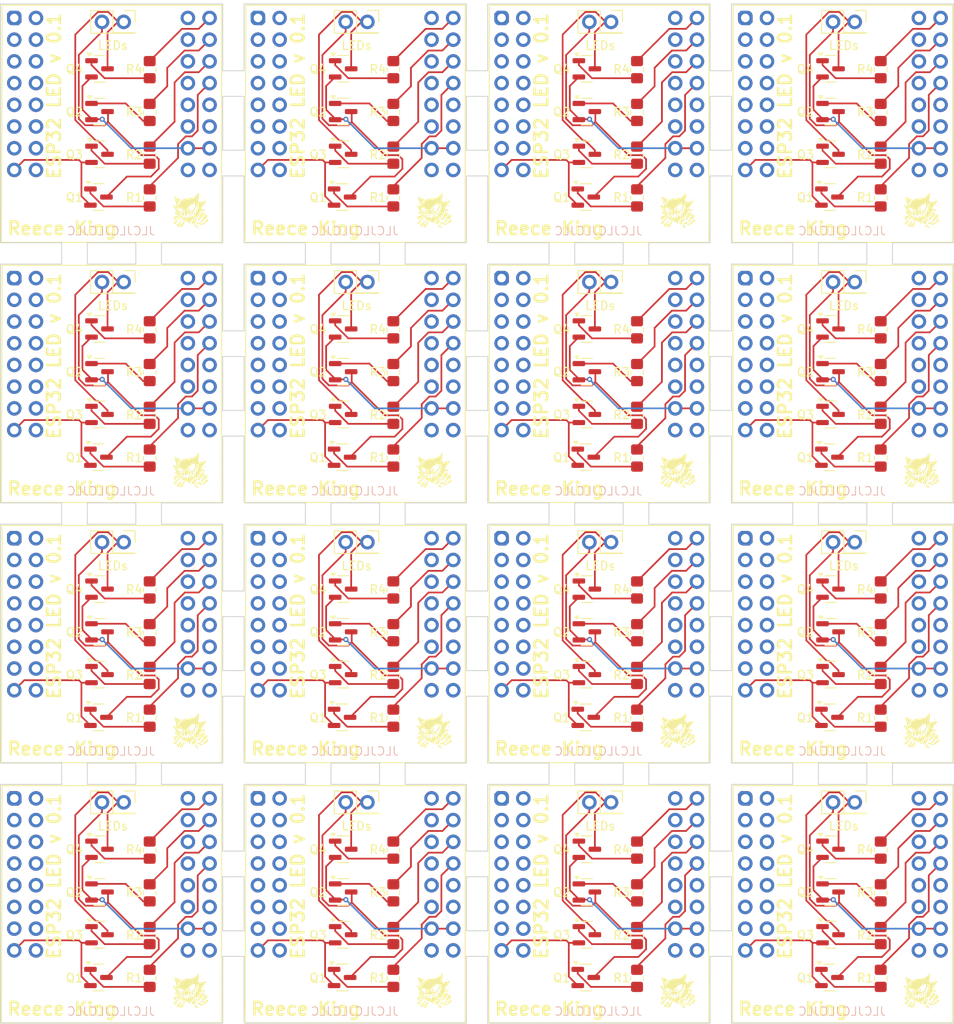
<source format=kicad_pcb>
(kicad_pcb (version 20240108) (generator "pcbnew") (generator_version "8.0")
  (layers (0 "F.Cu" signal) (31 "B.Cu" signal) (34 "B.Paste" user) (35 "F.Paste" user) (36 "B.SilkS" user "B.Silkscreen") (37 "F.SilkS" user "F.Silkscreen") (38 "B.Mask" user) (39 "F.Mask" user) (44 "Edge.Cuts" user))
  (net 0 "")
  (net 1 "Board_0-Net-(J1-Pin_1)")
  (net 2 "Board_0-Net-(J1-Pin_2)")
  (net 3 "Board_0-Net-(Q1-B)")
  (net 4 "Board_0-Net-(Q1-E)")
  (net 5 "Board_0-Net-(Q2-B)")
  (net 6 "Board_0-Net-(Q2-E)")
  (net 7 "Board_0-Net-(Q3-B)")
  (net 8 "Board_0-Net-(Q4-B)")
  (net 9 "Board_0-Net-(U1-GPIO33)")
  (net 10 "Board_0-Net-(U1-GPIO35)")
  (net 11 "Board_0-Net-(U1-GPIO37)")
  (net 12 "Board_0-Net-(U1-GPIO39)")
  (net 13 "Board_0-unconnected-(U1-DAC_1-Pad27)")
  (net 14 "Board_0-unconnected-(U1-DAC_2-Pad12)")
  (net 15 "Board_0-unconnected-(U1-EN-Pad1)")
  (net 16 "Board_0-unconnected-(U1-GPIO1-Pad17)")
  (net 17 "Board_0-unconnected-(U1-GPIO10-Pad22)")
  (net 18 "Board_0-unconnected-(U1-GPIO11-Pad6)")
  (net 19 "Board_0-unconnected-(U1-GPIO12-Pad7)")
  (net 20 "Board_0-unconnected-(U1-GPIO13-Pad23)")
  (net 21 "Board_0-unconnected-(U1-GPIO14-Pad24)")
  (net 22 "Board_0-unconnected-(U1-GPIO2-Pad18)")
  (net 23 "Board_0-unconnected-(U1-GPIO21-Pad28)")
  (net 24 "Board_0-unconnected-(U1-GPIO3-Pad2)")
  (net 25 "Board_0-unconnected-(U1-GPIO34-Pad29)")
  (net 26 "Board_0-unconnected-(U1-GPIO36-Pad30)")
  (net 27 "Board_0-unconnected-(U1-GPIO38-Pad31)")
  (net 28 "Board_0-unconnected-(U1-GPIO4-Pad19)")
  (net 29 "Board_0-unconnected-(U1-GPIO40-Pad32)")
  (net 30 "Board_0-unconnected-(U1-GPIO5-Pad3)")
  (net 31 "Board_0-unconnected-(U1-GPIO6-Pad20)")
  (net 32 "Board_0-unconnected-(U1-GPIO7-Pad4)")
  (net 33 "Board_0-unconnected-(U1-GPIO8-Pad21)")
  (net 34 "Board_0-unconnected-(U1-GPIO9-Pad5)")
  (net 35 "Board_0-unconnected-(U1-VBUS-Pad9)")
  (net 36 "Board_0-unconnected-(U1-XTAL_32K_N-Pad11)")
  (net 37 "Board_0-unconnected-(U1-XTAL_32K_P-Pad25)")
  (net 38 "Board_1-Net-(J1-Pin_1)")
  (net 39 "Board_1-Net-(J1-Pin_2)")
  (net 40 "Board_1-Net-(Q1-B)")
  (net 41 "Board_1-Net-(Q1-E)")
  (net 42 "Board_1-Net-(Q2-B)")
  (net 43 "Board_1-Net-(Q2-E)")
  (net 44 "Board_1-Net-(Q3-B)")
  (net 45 "Board_1-Net-(Q4-B)")
  (net 46 "Board_1-Net-(U1-GPIO33)")
  (net 47 "Board_1-Net-(U1-GPIO35)")
  (net 48 "Board_1-Net-(U1-GPIO37)")
  (net 49 "Board_1-Net-(U1-GPIO39)")
  (net 50 "Board_1-unconnected-(U1-DAC_1-Pad27)")
  (net 51 "Board_1-unconnected-(U1-DAC_2-Pad12)")
  (net 52 "Board_1-unconnected-(U1-EN-Pad1)")
  (net 53 "Board_1-unconnected-(U1-GPIO1-Pad17)")
  (net 54 "Board_1-unconnected-(U1-GPIO10-Pad22)")
  (net 55 "Board_1-unconnected-(U1-GPIO11-Pad6)")
  (net 56 "Board_1-unconnected-(U1-GPIO12-Pad7)")
  (net 57 "Board_1-unconnected-(U1-GPIO13-Pad23)")
  (net 58 "Board_1-unconnected-(U1-GPIO14-Pad24)")
  (net 59 "Board_1-unconnected-(U1-GPIO2-Pad18)")
  (net 60 "Board_1-unconnected-(U1-GPIO21-Pad28)")
  (net 61 "Board_1-unconnected-(U1-GPIO3-Pad2)")
  (net 62 "Board_1-unconnected-(U1-GPIO34-Pad29)")
  (net 63 "Board_1-unconnected-(U1-GPIO36-Pad30)")
  (net 64 "Board_1-unconnected-(U1-GPIO38-Pad31)")
  (net 65 "Board_1-unconnected-(U1-GPIO4-Pad19)")
  (net 66 "Board_1-unconnected-(U1-GPIO40-Pad32)")
  (net 67 "Board_1-unconnected-(U1-GPIO5-Pad3)")
  (net 68 "Board_1-unconnected-(U1-GPIO6-Pad20)")
  (net 69 "Board_1-unconnected-(U1-GPIO7-Pad4)")
  (net 70 "Board_1-unconnected-(U1-GPIO8-Pad21)")
  (net 71 "Board_1-unconnected-(U1-GPIO9-Pad5)")
  (net 72 "Board_1-unconnected-(U1-VBUS-Pad9)")
  (net 73 "Board_1-unconnected-(U1-XTAL_32K_N-Pad11)")
  (net 74 "Board_1-unconnected-(U1-XTAL_32K_P-Pad25)")
  (net 75 "Board_2-Net-(J1-Pin_1)")
  (net 76 "Board_2-Net-(J1-Pin_2)")
  (net 77 "Board_2-Net-(Q1-B)")
  (net 78 "Board_2-Net-(Q1-E)")
  (net 79 "Board_2-Net-(Q2-B)")
  (net 80 "Board_2-Net-(Q2-E)")
  (net 81 "Board_2-Net-(Q3-B)")
  (net 82 "Board_2-Net-(Q4-B)")
  (net 83 "Board_2-Net-(U1-GPIO33)")
  (net 84 "Board_2-Net-(U1-GPIO35)")
  (net 85 "Board_2-Net-(U1-GPIO37)")
  (net 86 "Board_2-Net-(U1-GPIO39)")
  (net 87 "Board_2-unconnected-(U1-DAC_1-Pad27)")
  (net 88 "Board_2-unconnected-(U1-DAC_2-Pad12)")
  (net 89 "Board_2-unconnected-(U1-EN-Pad1)")
  (net 90 "Board_2-unconnected-(U1-GPIO1-Pad17)")
  (net 91 "Board_2-unconnected-(U1-GPIO10-Pad22)")
  (net 92 "Board_2-unconnected-(U1-GPIO11-Pad6)")
  (net 93 "Board_2-unconnected-(U1-GPIO12-Pad7)")
  (net 94 "Board_2-unconnected-(U1-GPIO13-Pad23)")
  (net 95 "Board_2-unconnected-(U1-GPIO14-Pad24)")
  (net 96 "Board_2-unconnected-(U1-GPIO2-Pad18)")
  (net 97 "Board_2-unconnected-(U1-GPIO21-Pad28)")
  (net 98 "Board_2-unconnected-(U1-GPIO3-Pad2)")
  (net 99 "Board_2-unconnected-(U1-GPIO34-Pad29)")
  (net 100 "Board_2-unconnected-(U1-GPIO36-Pad30)")
  (net 101 "Board_2-unconnected-(U1-GPIO38-Pad31)")
  (net 102 "Board_2-unconnected-(U1-GPIO4-Pad19)")
  (net 103 "Board_2-unconnected-(U1-GPIO40-Pad32)")
  (net 104 "Board_2-unconnected-(U1-GPIO5-Pad3)")
  (net 105 "Board_2-unconnected-(U1-GPIO6-Pad20)")
  (net 106 "Board_2-unconnected-(U1-GPIO7-Pad4)")
  (net 107 "Board_2-unconnected-(U1-GPIO8-Pad21)")
  (net 108 "Board_2-unconnected-(U1-GPIO9-Pad5)")
  (net 109 "Board_2-unconnected-(U1-VBUS-Pad9)")
  (net 110 "Board_2-unconnected-(U1-XTAL_32K_N-Pad11)")
  (net 111 "Board_2-unconnected-(U1-XTAL_32K_P-Pad25)")
  (net 112 "Board_3-Net-(J1-Pin_1)")
  (net 113 "Board_3-Net-(J1-Pin_2)")
  (net 114 "Board_3-Net-(Q1-B)")
  (net 115 "Board_3-Net-(Q1-E)")
  (net 116 "Board_3-Net-(Q2-B)")
  (net 117 "Board_3-Net-(Q2-E)")
  (net 118 "Board_3-Net-(Q3-B)")
  (net 119 "Board_3-Net-(Q4-B)")
  (net 120 "Board_3-Net-(U1-GPIO33)")
  (net 121 "Board_3-Net-(U1-GPIO35)")
  (net 122 "Board_3-Net-(U1-GPIO37)")
  (net 123 "Board_3-Net-(U1-GPIO39)")
  (net 124 "Board_3-unconnected-(U1-DAC_1-Pad27)")
  (net 125 "Board_3-unconnected-(U1-DAC_2-Pad12)")
  (net 126 "Board_3-unconnected-(U1-EN-Pad1)")
  (net 127 "Board_3-unconnected-(U1-GPIO1-Pad17)")
  (net 128 "Board_3-unconnected-(U1-GPIO10-Pad22)")
  (net 129 "Board_3-unconnected-(U1-GPIO11-Pad6)")
  (net 130 "Board_3-unconnected-(U1-GPIO12-Pad7)")
  (net 131 "Board_3-unconnected-(U1-GPIO13-Pad23)")
  (net 132 "Board_3-unconnected-(U1-GPIO14-Pad24)")
  (net 133 "Board_3-unconnected-(U1-GPIO2-Pad18)")
  (net 134 "Board_3-unconnected-(U1-GPIO21-Pad28)")
  (net 135 "Board_3-unconnected-(U1-GPIO3-Pad2)")
  (net 136 "Board_3-unconnected-(U1-GPIO34-Pad29)")
  (net 137 "Board_3-unconnected-(U1-GPIO36-Pad30)")
  (net 138 "Board_3-unconnected-(U1-GPIO38-Pad31)")
  (net 139 "Board_3-unconnected-(U1-GPIO4-Pad19)")
  (net 140 "Board_3-unconnected-(U1-GPIO40-Pad32)")
  (net 141 "Board_3-unconnected-(U1-GPIO5-Pad3)")
  (net 142 "Board_3-unconnected-(U1-GPIO6-Pad20)")
  (net 143 "Board_3-unconnected-(U1-GPIO7-Pad4)")
  (net 144 "Board_3-unconnected-(U1-GPIO8-Pad21)")
  (net 145 "Board_3-unconnected-(U1-GPIO9-Pad5)")
  (net 146 "Board_3-unconnected-(U1-VBUS-Pad9)")
  (net 147 "Board_3-unconnected-(U1-XTAL_32K_N-Pad11)")
  (net 148 "Board_3-unconnected-(U1-XTAL_32K_P-Pad25)")
  (net 149 "Board_4-Net-(J1-Pin_1)")
  (net 150 "Board_4-Net-(J1-Pin_2)")
  (net 151 "Board_4-Net-(Q1-B)")
  (net 152 "Board_4-Net-(Q1-E)")
  (net 153 "Board_4-Net-(Q2-B)")
  (net 154 "Board_4-Net-(Q2-E)")
  (net 155 "Board_4-Net-(Q3-B)")
  (net 156 "Board_4-Net-(Q4-B)")
  (net 157 "Board_4-Net-(U1-GPIO33)")
  (net 158 "Board_4-Net-(U1-GPIO35)")
  (net 159 "Board_4-Net-(U1-GPIO37)")
  (net 160 "Board_4-Net-(U1-GPIO39)")
  (net 161 "Board_4-unconnected-(U1-DAC_1-Pad27)")
  (net 162 "Board_4-unconnected-(U1-DAC_2-Pad12)")
  (net 163 "Board_4-unconnected-(U1-EN-Pad1)")
  (net 164 "Board_4-unconnected-(U1-GPIO1-Pad17)")
  (net 165 "Board_4-unconnected-(U1-GPIO10-Pad22)")
  (net 166 "Board_4-unconnected-(U1-GPIO11-Pad6)")
  (net 167 "Board_4-unconnected-(U1-GPIO12-Pad7)")
  (net 168 "Board_4-unconnected-(U1-GPIO13-Pad23)")
  (net 169 "Board_4-unconnected-(U1-GPIO14-Pad24)")
  (net 170 "Board_4-unconnected-(U1-GPIO2-Pad18)")
  (net 171 "Board_4-unconnected-(U1-GPIO21-Pad28)")
  (net 172 "Board_4-unconnected-(U1-GPIO3-Pad2)")
  (net 173 "Board_4-unconnected-(U1-GPIO34-Pad29)")
  (net 174 "Board_4-unconnected-(U1-GPIO36-Pad30)")
  (net 175 "Board_4-unconnected-(U1-GPIO38-Pad31)")
  (net 176 "Board_4-unconnected-(U1-GPIO4-Pad19)")
  (net 177 "Board_4-unconnected-(U1-GPIO40-Pad32)")
  (net 178 "Board_4-unconnected-(U1-GPIO5-Pad3)")
  (net 179 "Board_4-unconnected-(U1-GPIO6-Pad20)")
  (net 180 "Board_4-unconnected-(U1-GPIO7-Pad4)")
  (net 181 "Board_4-unconnected-(U1-GPIO8-Pad21)")
  (net 182 "Board_4-unconnected-(U1-GPIO9-Pad5)")
  (net 183 "Board_4-unconnected-(U1-VBUS-Pad9)")
  (net 184 "Board_4-unconnected-(U1-XTAL_32K_N-Pad11)")
  (net 185 "Board_4-unconnected-(U1-XTAL_32K_P-Pad25)")
  (net 186 "Board_5-Net-(J1-Pin_1)")
  (net 187 "Board_5-Net-(J1-Pin_2)")
  (net 188 "Board_5-Net-(Q1-B)")
  (net 189 "Board_5-Net-(Q1-E)")
  (net 190 "Board_5-Net-(Q2-B)")
  (net 191 "Board_5-Net-(Q2-E)")
  (net 192 "Board_5-Net-(Q3-B)")
  (net 193 "Board_5-Net-(Q4-B)")
  (net 194 "Board_5-Net-(U1-GPIO33)")
  (net 195 "Board_5-Net-(U1-GPIO35)")
  (net 196 "Board_5-Net-(U1-GPIO37)")
  (net 197 "Board_5-Net-(U1-GPIO39)")
  (net 198 "Board_5-unconnected-(U1-DAC_1-Pad27)")
  (net 199 "Board_5-unconnected-(U1-DAC_2-Pad12)")
  (net 200 "Board_5-unconnected-(U1-EN-Pad1)")
  (net 201 "Board_5-unconnected-(U1-GPIO1-Pad17)")
  (net 202 "Board_5-unconnected-(U1-GPIO10-Pad22)")
  (net 203 "Board_5-unconnected-(U1-GPIO11-Pad6)")
  (net 204 "Board_5-unconnected-(U1-GPIO12-Pad7)")
  (net 205 "Board_5-unconnected-(U1-GPIO13-Pad23)")
  (net 206 "Board_5-unconnected-(U1-GPIO14-Pad24)")
  (net 207 "Board_5-unconnected-(U1-GPIO2-Pad18)")
  (net 208 "Board_5-unconnected-(U1-GPIO21-Pad28)")
  (net 209 "Board_5-unconnected-(U1-GPIO3-Pad2)")
  (net 210 "Board_5-unconnected-(U1-GPIO34-Pad29)")
  (net 211 "Board_5-unconnected-(U1-GPIO36-Pad30)")
  (net 212 "Board_5-unconnected-(U1-GPIO38-Pad31)")
  (net 213 "Board_5-unconnected-(U1-GPIO4-Pad19)")
  (net 214 "Board_5-unconnected-(U1-GPIO40-Pad32)")
  (net 215 "Board_5-unconnected-(U1-GPIO5-Pad3)")
  (net 216 "Board_5-unconnected-(U1-GPIO6-Pad20)")
  (net 217 "Board_5-unconnected-(U1-GPIO7-Pad4)")
  (net 218 "Board_5-unconnected-(U1-GPIO8-Pad21)")
  (net 219 "Board_5-unconnected-(U1-GPIO9-Pad5)")
  (net 220 "Board_5-unconnected-(U1-VBUS-Pad9)")
  (net 221 "Board_5-unconnected-(U1-XTAL_32K_N-Pad11)")
  (net 222 "Board_5-unconnected-(U1-XTAL_32K_P-Pad25)")
  (net 223 "Board_6-Net-(J1-Pin_1)")
  (net 224 "Board_6-Net-(J1-Pin_2)")
  (net 225 "Board_6-Net-(Q1-B)")
  (net 226 "Board_6-Net-(Q1-E)")
  (net 227 "Board_6-Net-(Q2-B)")
  (net 228 "Board_6-Net-(Q2-E)")
  (net 229 "Board_6-Net-(Q3-B)")
  (net 230 "Board_6-Net-(Q4-B)")
  (net 231 "Board_6-Net-(U1-GPIO33)")
  (net 232 "Board_6-Net-(U1-GPIO35)")
  (net 233 "Board_6-Net-(U1-GPIO37)")
  (net 234 "Board_6-Net-(U1-GPIO39)")
  (net 235 "Board_6-unconnected-(U1-DAC_1-Pad27)")
  (net 236 "Board_6-unconnected-(U1-DAC_2-Pad12)")
  (net 237 "Board_6-unconnected-(U1-EN-Pad1)")
  (net 238 "Board_6-unconnected-(U1-GPIO1-Pad17)")
  (net 239 "Board_6-unconnected-(U1-GPIO10-Pad22)")
  (net 240 "Board_6-unconnected-(U1-GPIO11-Pad6)")
  (net 241 "Board_6-unconnected-(U1-GPIO12-Pad7)")
  (net 242 "Board_6-unconnected-(U1-GPIO13-Pad23)")
  (net 243 "Board_6-unconnected-(U1-GPIO14-Pad24)")
  (net 244 "Board_6-unconnected-(U1-GPIO2-Pad18)")
  (net 245 "Board_6-unconnected-(U1-GPIO21-Pad28)")
  (net 246 "Board_6-unconnected-(U1-GPIO3-Pad2)")
  (net 247 "Board_6-unconnected-(U1-GPIO34-Pad29)")
  (net 248 "Board_6-unconnected-(U1-GPIO36-Pad30)")
  (net 249 "Board_6-unconnected-(U1-GPIO38-Pad31)")
  (net 250 "Board_6-unconnected-(U1-GPIO4-Pad19)")
  (net 251 "Board_6-unconnected-(U1-GPIO40-Pad32)")
  (net 252 "Board_6-unconnected-(U1-GPIO5-Pad3)")
  (net 253 "Board_6-unconnected-(U1-GPIO6-Pad20)")
  (net 254 "Board_6-unconnected-(U1-GPIO7-Pad4)")
  (net 255 "Board_6-unconnected-(U1-GPIO8-Pad21)")
  (net 256 "Board_6-unconnected-(U1-GPIO9-Pad5)")
  (net 257 "Board_6-unconnected-(U1-VBUS-Pad9)")
  (net 258 "Board_6-unconnected-(U1-XTAL_32K_N-Pad11)")
  (net 259 "Board_6-unconnected-(U1-XTAL_32K_P-Pad25)")
  (net 260 "Board_7-Net-(J1-Pin_1)")
  (net 261 "Board_7-Net-(J1-Pin_2)")
  (net 262 "Board_7-Net-(Q1-B)")
  (net 263 "Board_7-Net-(Q1-E)")
  (net 264 "Board_7-Net-(Q2-B)")
  (net 265 "Board_7-Net-(Q2-E)")
  (net 266 "Board_7-Net-(Q3-B)")
  (net 267 "Board_7-Net-(Q4-B)")
  (net 268 "Board_7-Net-(U1-GPIO33)")
  (net 269 "Board_7-Net-(U1-GPIO35)")
  (net 270 "Board_7-Net-(U1-GPIO37)")
  (net 271 "Board_7-Net-(U1-GPIO39)")
  (net 272 "Board_7-unconnected-(U1-DAC_1-Pad27)")
  (net 273 "Board_7-unconnected-(U1-DAC_2-Pad12)")
  (net 274 "Board_7-unconnected-(U1-EN-Pad1)")
  (net 275 "Board_7-unconnected-(U1-GPIO1-Pad17)")
  (net 276 "Board_7-unconnected-(U1-GPIO10-Pad22)")
  (net 277 "Board_7-unconnected-(U1-GPIO11-Pad6)")
  (net 278 "Board_7-unconnected-(U1-GPIO12-Pad7)")
  (net 279 "Board_7-unconnected-(U1-GPIO13-Pad23)")
  (net 280 "Board_7-unconnected-(U1-GPIO14-Pad24)")
  (net 281 "Board_7-unconnected-(U1-GPIO2-Pad18)")
  (net 282 "Board_7-unconnected-(U1-GPIO21-Pad28)")
  (net 283 "Board_7-unconnected-(U1-GPIO3-Pad2)")
  (net 284 "Board_7-unconnected-(U1-GPIO34-Pad29)")
  (net 285 "Board_7-unconnected-(U1-GPIO36-Pad30)")
  (net 286 "Board_7-unconnected-(U1-GPIO38-Pad31)")
  (net 287 "Board_7-unconnected-(U1-GPIO4-Pad19)")
  (net 288 "Board_7-unconnected-(U1-GPIO40-Pad32)")
  (net 289 "Board_7-unconnected-(U1-GPIO5-Pad3)")
  (net 290 "Board_7-unconnected-(U1-GPIO6-Pad20)")
  (net 291 "Board_7-unconnected-(U1-GPIO7-Pad4)")
  (net 292 "Board_7-unconnected-(U1-GPIO8-Pad21)")
  (net 293 "Board_7-unconnected-(U1-GPIO9-Pad5)")
  (net 294 "Board_7-unconnected-(U1-VBUS-Pad9)")
  (net 295 "Board_7-unconnected-(U1-XTAL_32K_N-Pad11)")
  (net 296 "Board_7-unconnected-(U1-XTAL_32K_P-Pad25)")
  (net 297 "Board_8-Net-(J1-Pin_1)")
  (net 298 "Board_8-Net-(J1-Pin_2)")
  (net 299 "Board_8-Net-(Q1-B)")
  (net 300 "Board_8-Net-(Q1-E)")
  (net 301 "Board_8-Net-(Q2-B)")
  (net 302 "Board_8-Net-(Q2-E)")
  (net 303 "Board_8-Net-(Q3-B)")
  (net 304 "Board_8-Net-(Q4-B)")
  (net 305 "Board_8-Net-(U1-GPIO33)")
  (net 306 "Board_8-Net-(U1-GPIO35)")
  (net 307 "Board_8-Net-(U1-GPIO37)")
  (net 308 "Board_8-Net-(U1-GPIO39)")
  (net 309 "Board_8-unconnected-(U1-DAC_1-Pad27)")
  (net 310 "Board_8-unconnected-(U1-DAC_2-Pad12)")
  (net 311 "Board_8-unconnected-(U1-EN-Pad1)")
  (net 312 "Board_8-unconnected-(U1-GPIO1-Pad17)")
  (net 313 "Board_8-unconnected-(U1-GPIO10-Pad22)")
  (net 314 "Board_8-unconnected-(U1-GPIO11-Pad6)")
  (net 315 "Board_8-unconnected-(U1-GPIO12-Pad7)")
  (net 316 "Board_8-unconnected-(U1-GPIO13-Pad23)")
  (net 317 "Board_8-unconnected-(U1-GPIO14-Pad24)")
  (net 318 "Board_8-unconnected-(U1-GPIO2-Pad18)")
  (net 319 "Board_8-unconnected-(U1-GPIO21-Pad28)")
  (net 320 "Board_8-unconnected-(U1-GPIO3-Pad2)")
  (net 321 "Board_8-unconnected-(U1-GPIO34-Pad29)")
  (net 322 "Board_8-unconnected-(U1-GPIO36-Pad30)")
  (net 323 "Board_8-unconnected-(U1-GPIO38-Pad31)")
  (net 324 "Board_8-unconnected-(U1-GPIO4-Pad19)")
  (net 325 "Board_8-unconnected-(U1-GPIO40-Pad32)")
  (net 326 "Board_8-unconnected-(U1-GPIO5-Pad3)")
  (net 327 "Board_8-unconnected-(U1-GPIO6-Pad20)")
  (net 328 "Board_8-unconnected-(U1-GPIO7-Pad4)")
  (net 329 "Board_8-unconnected-(U1-GPIO8-Pad21)")
  (net 330 "Board_8-unconnected-(U1-GPIO9-Pad5)")
  (net 331 "Board_8-unconnected-(U1-VBUS-Pad9)")
  (net 332 "Board_8-unconnected-(U1-XTAL_32K_N-Pad11)")
  (net 333 "Board_8-unconnected-(U1-XTAL_32K_P-Pad25)")
  (net 334 "Board_9-Net-(J1-Pin_1)")
  (net 335 "Board_9-Net-(J1-Pin_2)")
  (net 336 "Board_9-Net-(Q1-B)")
  (net 337 "Board_9-Net-(Q1-E)")
  (net 338 "Board_9-Net-(Q2-B)")
  (net 339 "Board_9-Net-(Q2-E)")
  (net 340 "Board_9-Net-(Q3-B)")
  (net 341 "Board_9-Net-(Q4-B)")
  (net 342 "Board_9-Net-(U1-GPIO33)")
  (net 343 "Board_9-Net-(U1-GPIO35)")
  (net 344 "Board_9-Net-(U1-GPIO37)")
  (net 345 "Board_9-Net-(U1-GPIO39)")
  (net 346 "Board_9-unconnected-(U1-DAC_1-Pad27)")
  (net 347 "Board_9-unconnected-(U1-DAC_2-Pad12)")
  (net 348 "Board_9-unconnected-(U1-EN-Pad1)")
  (net 349 "Board_9-unconnected-(U1-GPIO1-Pad17)")
  (net 350 "Board_9-unconnected-(U1-GPIO10-Pad22)")
  (net 351 "Board_9-unconnected-(U1-GPIO11-Pad6)")
  (net 352 "Board_9-unconnected-(U1-GPIO12-Pad7)")
  (net 353 "Board_9-unconnected-(U1-GPIO13-Pad23)")
  (net 354 "Board_9-unconnected-(U1-GPIO14-Pad24)")
  (net 355 "Board_9-unconnected-(U1-GPIO2-Pad18)")
  (net 356 "Board_9-unconnected-(U1-GPIO21-Pad28)")
  (net 357 "Board_9-unconnected-(U1-GPIO3-Pad2)")
  (net 358 "Board_9-unconnected-(U1-GPIO34-Pad29)")
  (net 359 "Board_9-unconnected-(U1-GPIO36-Pad30)")
  (net 360 "Board_9-unconnected-(U1-GPIO38-Pad31)")
  (net 361 "Board_9-unconnected-(U1-GPIO4-Pad19)")
  (net 362 "Board_9-unconnected-(U1-GPIO40-Pad32)")
  (net 363 "Board_9-unconnected-(U1-GPIO5-Pad3)")
  (net 364 "Board_9-unconnected-(U1-GPIO6-Pad20)")
  (net 365 "Board_9-unconnected-(U1-GPIO7-Pad4)")
  (net 366 "Board_9-unconnected-(U1-GPIO8-Pad21)")
  (net 367 "Board_9-unconnected-(U1-GPIO9-Pad5)")
  (net 368 "Board_9-unconnected-(U1-VBUS-Pad9)")
  (net 369 "Board_9-unconnected-(U1-XTAL_32K_N-Pad11)")
  (net 370 "Board_9-unconnected-(U1-XTAL_32K_P-Pad25)")
  (net 371 "Board_10-Net-(J1-Pin_1)")
  (net 372 "Board_10-Net-(J1-Pin_2)")
  (net 373 "Board_10-Net-(Q1-B)")
  (net 374 "Board_10-Net-(Q1-E)")
  (net 375 "Board_10-Net-(Q2-B)")
  (net 376 "Board_10-Net-(Q2-E)")
  (net 377 "Board_10-Net-(Q3-B)")
  (net 378 "Board_10-Net-(Q4-B)")
  (net 379 "Board_10-Net-(U1-GPIO33)")
  (net 380 "Board_10-Net-(U1-GPIO35)")
  (net 381 "Board_10-Net-(U1-GPIO37)")
  (net 382 "Board_10-Net-(U1-GPIO39)")
  (net 383 "Board_10-unconnected-(U1-DAC_1-Pad27)")
  (net 384 "Board_10-unconnected-(U1-DAC_2-Pad12)")
  (net 385 "Board_10-unconnected-(U1-EN-Pad1)")
  (net 386 "Board_10-unconnected-(U1-GPIO1-Pad17)")
  (net 387 "Board_10-unconnected-(U1-GPIO10-Pad22)")
  (net 388 "Board_10-unconnected-(U1-GPIO11-Pad6)")
  (net 389 "Board_10-unconnected-(U1-GPIO12-Pad7)")
  (net 390 "Board_10-unconnected-(U1-GPIO13-Pad23)")
  (net 391 "Board_10-unconnected-(U1-GPIO14-Pad24)")
  (net 392 "Board_10-unconnected-(U1-GPIO2-Pad18)")
  (net 393 "Board_10-unconnected-(U1-GPIO21-Pad28)")
  (net 394 "Board_10-unconnected-(U1-GPIO3-Pad2)")
  (net 395 "Board_10-unconnected-(U1-GPIO34-Pad29)")
  (net 396 "Board_10-unconnected-(U1-GPIO36-Pad30)")
  (net 397 "Board_10-unconnected-(U1-GPIO38-Pad31)")
  (net 398 "Board_10-unconnected-(U1-GPIO4-Pad19)")
  (net 399 "Board_10-unconnected-(U1-GPIO40-Pad32)")
  (net 400 "Board_10-unconnected-(U1-GPIO5-Pad3)")
  (net 401 "Board_10-unconnected-(U1-GPIO6-Pad20)")
  (net 402 "Board_10-unconnected-(U1-GPIO7-Pad4)")
  (net 403 "Board_10-unconnected-(U1-GPIO8-Pad21)")
  (net 404 "Board_10-unconnected-(U1-GPIO9-Pad5)")
  (net 405 "Board_10-unconnected-(U1-VBUS-Pad9)")
  (net 406 "Board_10-unconnected-(U1-XTAL_32K_N-Pad11)")
  (net 407 "Board_10-unconnected-(U1-XTAL_32K_P-Pad25)")
  (net 408 "Board_11-Net-(J1-Pin_1)")
  (net 409 "Board_11-Net-(J1-Pin_2)")
  (net 410 "Board_11-Net-(Q1-B)")
  (net 411 "Board_11-Net-(Q1-E)")
  (net 412 "Board_11-Net-(Q2-B)")
  (net 413 "Board_11-Net-(Q2-E)")
  (net 414 "Board_11-Net-(Q3-B)")
  (net 415 "Board_11-Net-(Q4-B)")
  (net 416 "Board_11-Net-(U1-GPIO33)")
  (net 417 "Board_11-Net-(U1-GPIO35)")
  (net 418 "Board_11-Net-(U1-GPIO37)")
  (net 419 "Board_11-Net-(U1-GPIO39)")
  (net 420 "Board_11-unconnected-(U1-DAC_1-Pad27)")
  (net 421 "Board_11-unconnected-(U1-DAC_2-Pad12)")
  (net 422 "Board_11-unconnected-(U1-EN-Pad1)")
  (net 423 "Board_11-unconnected-(U1-GPIO1-Pad17)")
  (net 424 "Board_11-unconnected-(U1-GPIO10-Pad22)")
  (net 425 "Board_11-unconnected-(U1-GPIO11-Pad6)")
  (net 426 "Board_11-unconnected-(U1-GPIO12-Pad7)")
  (net 427 "Board_11-unconnected-(U1-GPIO13-Pad23)")
  (net 428 "Board_11-unconnected-(U1-GPIO14-Pad24)")
  (net 429 "Board_11-unconnected-(U1-GPIO2-Pad18)")
  (net 430 "Board_11-unconnected-(U1-GPIO21-Pad28)")
  (net 431 "Board_11-unconnected-(U1-GPIO3-Pad2)")
  (net 432 "Board_11-unconnected-(U1-GPIO34-Pad29)")
  (net 433 "Board_11-unconnected-(U1-GPIO36-Pad30)")
  (net 434 "Board_11-unconnected-(U1-GPIO38-Pad31)")
  (net 435 "Board_11-unconnected-(U1-GPIO4-Pad19)")
  (net 436 "Board_11-unconnected-(U1-GPIO40-Pad32)")
  (net 437 "Board_11-unconnected-(U1-GPIO5-Pad3)")
  (net 438 "Board_11-unconnected-(U1-GPIO6-Pad20)")
  (net 439 "Board_11-unconnected-(U1-GPIO7-Pad4)")
  (net 440 "Board_11-unconnected-(U1-GPIO8-Pad21)")
  (net 441 "Board_11-unconnected-(U1-GPIO9-Pad5)")
  (net 442 "Board_11-unconnected-(U1-VBUS-Pad9)")
  (net 443 "Board_11-unconnected-(U1-XTAL_32K_N-Pad11)")
  (net 444 "Board_11-unconnected-(U1-XTAL_32K_P-Pad25)")
  (net 445 "Board_12-Net-(J1-Pin_1)")
  (net 446 "Board_12-Net-(J1-Pin_2)")
  (net 447 "Board_12-Net-(Q1-B)")
  (net 448 "Board_12-Net-(Q1-E)")
  (net 449 "Board_12-Net-(Q2-B)")
  (net 450 "Board_12-Net-(Q2-E)")
  (net 451 "Board_12-Net-(Q3-B)")
  (net 452 "Board_12-Net-(Q4-B)")
  (net 453 "Board_12-Net-(U1-GPIO33)")
  (net 454 "Board_12-Net-(U1-GPIO35)")
  (net 455 "Board_12-Net-(U1-GPIO37)")
  (net 456 "Board_12-Net-(U1-GPIO39)")
  (net 457 "Board_12-unconnected-(U1-DAC_1-Pad27)")
  (net 458 "Board_12-unconnected-(U1-DAC_2-Pad12)")
  (net 459 "Board_12-unconnected-(U1-EN-Pad1)")
  (net 460 "Board_12-unconnected-(U1-GPIO1-Pad17)")
  (net 461 "Board_12-unconnected-(U1-GPIO10-Pad22)")
  (net 462 "Board_12-unconnected-(U1-GPIO11-Pad6)")
  (net 463 "Board_12-unconnected-(U1-GPIO12-Pad7)")
  (net 464 "Board_12-unconnected-(U1-GPIO13-Pad23)")
  (net 465 "Board_12-unconnected-(U1-GPIO14-Pad24)")
  (net 466 "Board_12-unconnected-(U1-GPIO2-Pad18)")
  (net 467 "Board_12-unconnected-(U1-GPIO21-Pad28)")
  (net 468 "Board_12-unconnected-(U1-GPIO3-Pad2)")
  (net 469 "Board_12-unconnected-(U1-GPIO34-Pad29)")
  (net 470 "Board_12-unconnected-(U1-GPIO36-Pad30)")
  (net 471 "Board_12-unconnected-(U1-GPIO38-Pad31)")
  (net 472 "Board_12-unconnected-(U1-GPIO4-Pad19)")
  (net 473 "Board_12-unconnected-(U1-GPIO40-Pad32)")
  (net 474 "Board_12-unconnected-(U1-GPIO5-Pad3)")
  (net 475 "Board_12-unconnected-(U1-GPIO6-Pad20)")
  (net 476 "Board_12-unconnected-(U1-GPIO7-Pad4)")
  (net 477 "Board_12-unconnected-(U1-GPIO8-Pad21)")
  (net 478 "Board_12-unconnected-(U1-GPIO9-Pad5)")
  (net 479 "Board_12-unconnected-(U1-VBUS-Pad9)")
  (net 480 "Board_12-unconnected-(U1-XTAL_32K_N-Pad11)")
  (net 481 "Board_12-unconnected-(U1-XTAL_32K_P-Pad25)")
  (net 482 "Board_13-Net-(J1-Pin_1)")
  (net 483 "Board_13-Net-(J1-Pin_2)")
  (net 484 "Board_13-Net-(Q1-B)")
  (net 485 "Board_13-Net-(Q1-E)")
  (net 486 "Board_13-Net-(Q2-B)")
  (net 487 "Board_13-Net-(Q2-E)")
  (net 488 "Board_13-Net-(Q3-B)")
  (net 489 "Board_13-Net-(Q4-B)")
  (net 490 "Board_13-Net-(U1-GPIO33)")
  (net 491 "Board_13-Net-(U1-GPIO35)")
  (net 492 "Board_13-Net-(U1-GPIO37)")
  (net 493 "Board_13-Net-(U1-GPIO39)")
  (net 494 "Board_13-unconnected-(U1-DAC_1-Pad27)")
  (net 495 "Board_13-unconnected-(U1-DAC_2-Pad12)")
  (net 496 "Board_13-unconnected-(U1-EN-Pad1)")
  (net 497 "Board_13-unconnected-(U1-GPIO1-Pad17)")
  (net 498 "Board_13-unconnected-(U1-GPIO10-Pad22)")
  (net 499 "Board_13-unconnected-(U1-GPIO11-Pad6)")
  (net 500 "Board_13-unconnected-(U1-GPIO12-Pad7)")
  (net 501 "Board_13-unconnected-(U1-GPIO13-Pad23)")
  (net 502 "Board_13-unconnected-(U1-GPIO14-Pad24)")
  (net 503 "Board_13-unconnected-(U1-GPIO2-Pad18)")
  (net 504 "Board_13-unconnected-(U1-GPIO21-Pad28)")
  (net 505 "Board_13-unconnected-(U1-GPIO3-Pad2)")
  (net 506 "Board_13-unconnected-(U1-GPIO34-Pad29)")
  (net 507 "Board_13-unconnected-(U1-GPIO36-Pad30)")
  (net 508 "Board_13-unconnected-(U1-GPIO38-Pad31)")
  (net 509 "Board_13-unconnected-(U1-GPIO4-Pad19)")
  (net 510 "Board_13-unconnected-(U1-GPIO40-Pad32)")
  (net 511 "Board_13-unconnected-(U1-GPIO5-Pad3)")
  (net 512 "Board_13-unconnected-(U1-GPIO6-Pad20)")
  (net 513 "Board_13-unconnected-(U1-GPIO7-Pad4)")
  (net 514 "Board_13-unconnected-(U1-GPIO8-Pad21)")
  (net 515 "Board_13-unconnected-(U1-GPIO9-Pad5)")
  (net 516 "Board_13-unconnected-(U1-VBUS-Pad9)")
  (net 517 "Board_13-unconnected-(U1-XTAL_32K_N-Pad11)")
  (net 518 "Board_13-unconnected-(U1-XTAL_32K_P-Pad25)")
  (net 519 "Board_14-Net-(J1-Pin_1)")
  (net 520 "Board_14-Net-(J1-Pin_2)")
  (net 521 "Board_14-Net-(Q1-B)")
  (net 522 "Board_14-Net-(Q1-E)")
  (net 523 "Board_14-Net-(Q2-B)")
  (net 524 "Board_14-Net-(Q2-E)")
  (net 525 "Board_14-Net-(Q3-B)")
  (net 526 "Board_14-Net-(Q4-B)")
  (net 527 "Board_14-Net-(U1-GPIO33)")
  (net 528 "Board_14-Net-(U1-GPIO35)")
  (net 529 "Board_14-Net-(U1-GPIO37)")
  (net 530 "Board_14-Net-(U1-GPIO39)")
  (net 531 "Board_14-unconnected-(U1-DAC_1-Pad27)")
  (net 532 "Board_14-unconnected-(U1-DAC_2-Pad12)")
  (net 533 "Board_14-unconnected-(U1-EN-Pad1)")
  (net 534 "Board_14-unconnected-(U1-GPIO1-Pad17)")
  (net 535 "Board_14-unconnected-(U1-GPIO10-Pad22)")
  (net 536 "Board_14-unconnected-(U1-GPIO11-Pad6)")
  (net 537 "Board_14-unconnected-(U1-GPIO12-Pad7)")
  (net 538 "Board_14-unconnected-(U1-GPIO13-Pad23)")
  (net 539 "Board_14-unconnected-(U1-GPIO14-Pad24)")
  (net 540 "Board_14-unconnected-(U1-GPIO2-Pad18)")
  (net 541 "Board_14-unconnected-(U1-GPIO21-Pad28)")
  (net 542 "Board_14-unconnected-(U1-GPIO3-Pad2)")
  (net 543 "Board_14-unconnected-(U1-GPIO34-Pad29)")
  (net 544 "Board_14-unconnected-(U1-GPIO36-Pad30)")
  (net 545 "Board_14-unconnected-(U1-GPIO38-Pad31)")
  (net 546 "Board_14-unconnected-(U1-GPIO4-Pad19)")
  (net 547 "Board_14-unconnected-(U1-GPIO40-Pad32)")
  (net 548 "Board_14-unconnected-(U1-GPIO5-Pad3)")
  (net 549 "Board_14-unconnected-(U1-GPIO6-Pad20)")
  (net 550 "Board_14-unconnected-(U1-GPIO7-Pad4)")
  (net 551 "Board_14-unconnected-(U1-GPIO8-Pad21)")
  (net 552 "Board_14-unconnected-(U1-GPIO9-Pad5)")
  (net 553 "Board_14-unconnected-(U1-VBUS-Pad9)")
  (net 554 "Board_14-unconnected-(U1-XTAL_32K_N-Pad11)")
  (net 555 "Board_14-unconnected-(U1-XTAL_32K_P-Pad25)")
  (net 556 "Board_15-Net-(J1-Pin_1)")
  (net 557 "Board_15-Net-(J1-Pin_2)")
  (net 558 "Board_15-Net-(Q1-B)")
  (net 559 "Board_15-Net-(Q1-E)")
  (net 560 "Board_15-Net-(Q2-B)")
  (net 561 "Board_15-Net-(Q2-E)")
  (net 562 "Board_15-Net-(Q3-B)")
  (net 563 "Board_15-Net-(Q4-B)")
  (net 564 "Board_15-Net-(U1-GPIO33)")
  (net 565 "Board_15-Net-(U1-GPIO35)")
  (net 566 "Board_15-Net-(U1-GPIO37)")
  (net 567 "Board_15-Net-(U1-GPIO39)")
  (net 568 "Board_15-unconnected-(U1-DAC_1-Pad27)")
  (net 569 "Board_15-unconnected-(U1-DAC_2-Pad12)")
  (net 570 "Board_15-unconnected-(U1-EN-Pad1)")
  (net 571 "Board_15-unconnected-(U1-GPIO1-Pad17)")
  (net 572 "Board_15-unconnected-(U1-GPIO10-Pad22)")
  (net 573 "Board_15-unconnected-(U1-GPIO11-Pad6)")
  (net 574 "Board_15-unconnected-(U1-GPIO12-Pad7)")
  (net 575 "Board_15-unconnected-(U1-GPIO13-Pad23)")
  (net 576 "Board_15-unconnected-(U1-GPIO14-Pad24)")
  (net 577 "Board_15-unconnected-(U1-GPIO2-Pad18)")
  (net 578 "Board_15-unconnected-(U1-GPIO21-Pad28)")
  (net 579 "Board_15-unconnected-(U1-GPIO3-Pad2)")
  (net 580 "Board_15-unconnected-(U1-GPIO34-Pad29)")
  (net 581 "Board_15-unconnected-(U1-GPIO36-Pad30)")
  (net 582 "Board_15-unconnected-(U1-GPIO38-Pad31)")
  (net 583 "Board_15-unconnected-(U1-GPIO4-Pad19)")
  (net 584 "Board_15-unconnected-(U1-GPIO40-Pad32)")
  (net 585 "Board_15-unconnected-(U1-GPIO5-Pad3)")
  (net 586 "Board_15-unconnected-(U1-GPIO6-Pad20)")
  (net 587 "Board_15-unconnected-(U1-GPIO7-Pad4)")
  (net 588 "Board_15-unconnected-(U1-GPIO8-Pad21)")
  (net 589 "Board_15-unconnected-(U1-GPIO9-Pad5)")
  (net 590 "Board_15-unconnected-(U1-VBUS-Pad9)")
  (net 591 "Board_15-unconnected-(U1-XTAL_32K_N-Pad11)")
  (net 592 "Board_15-unconnected-(U1-XTAL_32K_P-Pad25)")
  (footprint "Package_TO_SOT_SMD:SOT-23" (layer "F.Cu") (at 161.3475 123.88)
    (property "Reference" "Q2")
    (property "Value" "MMBT2222A" (hide yes))
  )
  (footprint "Connector_PinSocket_2.54mm:PinSocket_2x01_P2.54mm_Vertical" (layer "F.Cu") (at 135.66 113.39)
    (property "Reference" "J1" (hide yes))
    (property "Value" "LEDs")
  )
  (footprint "Package_TO_SOT_SMD:SOT-23" (layer "F.Cu") (at 132.8275 88.45)
    (property "Reference" "Q4")
    (property "Value" "MMBT2222A" (hide yes))
  )
  (footprint "esp32_led:esp32_led" (layer "F.Cu") (at 94.33 112.93)
    (property "Reference" "U1" (hide yes))
    (property "Value" "WeMos_S2_mini" (hide yes))
  )
  (footprint "Resistor_SMD:R_0805_2012Metric_Pad1.20x1.40mm_HandSolder" (layer "F.Cu") (at 167.22 123.98 90)
    (property "Reference" "R3")
    (property "Value" "1k" (hide yes))
  )
  (footprint "Resistor_SMD:R_0805_2012Metric_Pad1.20x1.40mm_HandSolder" (layer "F.Cu") (at 167.22 98.55 90)
    (property "Reference" "R2")
    (property "Value" "1k" (hide yes))
  )
  (footprint "Package_TO_SOT_SMD:SOT-23" (layer "F.Cu") (at 189.8675 58.02)
    (property "Reference" "Q4")
    (property "Value" "MMBT2222A" (hide yes))
  )
  (footprint "Connector_PinSocket_2.54mm:PinSocket_2x01_P2.54mm_Vertical" (layer "F.Cu") (at 192.7 52.53)
    (property "Reference" "J1" (hide yes))
    (property "Value" "LEDs")
  )
  (footprint "Connector_PinSocket_2.54mm:PinSocket_2x01_P2.54mm_Vertical" (layer "F.Cu") (at 135.66 82.96)
    (property "Reference" "J1" (hide yes))
    (property "Value" "LEDs")
  )
  (footprint "Package_TO_SOT_SMD:SOT-23" (layer "F.Cu") (at 132.8275 32.59)
    (property "Reference" "Q2")
    (property "Value" "MMBT2222A" (hide yes))
  )
  (footprint "Resistor_SMD:R_0805_2012Metric_Pad1.20x1.40mm_HandSolder" (layer "F.Cu") (at 110.18 98.55 90)
    (property "Reference" "R2")
    (property "Value" "1k" (hide yes))
  )
  (footprint "Package_TO_SOT_SMD:SOT-23" (layer "F.Cu") (at 104.18 42.59)
    (property "Reference" "Q1")
    (property "Value" "MMBT2907A" (hide yes))
  )
  (footprint "Package_TO_SOT_SMD:SOT-23" (layer "F.Cu") (at 132.8275 68.02)
    (property "Reference" "Q3")
    (property "Value" "MMBT2907A" (hide yes))
  )
  (footprint "Package_TO_SOT_SMD:SOT-23" (layer "F.Cu") (at 161.3475 37.59)
    (property "Reference" "Q3")
    (property "Value" "MMBT2907A" (hide yes))
  )
  (footprint "Resistor_SMD:R_0805_2012Metric_Pad1.20x1.40mm_HandSolder" (layer "F.Cu") (at 138.7 98.55 90)
    (property "Reference" "R2")
    (property "Value" "1k" (hide yes))
  )
  (footprint "esp32_led:haunter" (layer "F.Cu") (at 114.87 74.57)
    (property "Reference" " " (hide yes))
    (property "Value" " " (hide yes))
  )
  (footprint "Resistor_SMD:R_0805_2012Metric_Pad1.20x1.40mm_HandSolder" (layer "F.Cu") (at 138.7 27.69 90)
    (property "Reference" "R4")
    (property "Value" "1k" (hide yes))
  )
  (footprint "Resistor_SMD:R_0805_2012Metric_Pad1.20x1.40mm_HandSolder" (layer "F.Cu") (at 138.7 63.12 90)
    (property "Reference" "R3")
    (property "Value" "1k" (hide yes))
  )
  (footprint "Connector_PinSocket_2.54mm:PinSocket_2x01_P2.54mm_Vertical" (layer "F.Cu") (at 135.66 52.53)
    (property "Reference" "J1" (hide yes))
    (property "Value" "LEDs")
  )
  (footprint "Resistor_SMD:R_0805_2012Metric_Pad1.20x1.40mm_HandSolder" (layer "F.Cu") (at 138.7 32.69 90)
    (property "Reference" "R3")
    (property "Value" "1k" (hide yes))
  )
  (footprint "Connector_PinSocket_2.54mm:PinSocket_2x01_P2.54mm_Vertical" (layer "F.Cu") (at 135.66 22.1)
    (property "Reference" "J1" (hide yes))
    (property "Value" "LEDs")
  )
  (footprint "esp32_led:esp32_led" (layer "F.Cu") (at 122.85 82.5)
    (property "Reference" "U1" (hide yes))
    (property "Value" "WeMos_S2_mini" (hide yes))
  )
  (footprint "esp32_led:esp32_led" (layer "F.Cu") (at 122.85 52.07)
    (property "Reference" "U1" (hide yes))
    (property "Value" "WeMos_S2_mini" (hide yes))
  )
  (footprint "Package_TO_SOT_SMD:SOT-23" (layer "F.Cu") (at 132.7 42.59)
    (property "Reference" "Q1")
    (property "Value" "MMBT2907A" (hide yes))
  )
  (footprint "Package_TO_SOT_SMD:SOT-23" (layer "F.Cu") (at 104.18 103.45)
    (property "Reference" "Q1")
    (property "Value" "MMBT2907A" (hide yes))
  )
  (footprint "Resistor_SMD:R_0805_2012Metric_Pad1.20x1.40mm_HandSolder" (layer "F.Cu") (at 195.74 88.55 90)
    (property "Reference" "R4")
    (property "Value" "1k" (hide yes))
  )
  (footprint "esp32_led:haunter" (layer "F.Cu") (at 114.87 135.43)
    (property "Reference" " " (hide yes))
    (property "Value" " " (hide yes))
  )
  (footprint "esp32_led:haunter" (layer "F.Cu") (at 171.91 74.57)
    (property "Reference" " " (hide yes))
    (property "Value" " " (hide yes))
  )
  (footprint "Package_TO_SOT_SMD:SOT-23" (layer "F.Cu") (at 189.74 73.02)
    (property "Reference" "Q1")
    (property "Value" "MMBT2907A" (hide yes))
  )
  (footprint "Resistor_SMD:R_0805_2012Metric_Pad1.20x1.40mm_HandSolder" (layer "F.Cu") (at 195.74 98.55 90)
    (property "Reference" "R2")
    (property "Value" "1k" (hide yes))
  )
  (footprint "Resistor_SMD:R_0805_2012Metric_Pad1.20x1.40mm_HandSolder" (layer "F.Cu") (at 195.74 42.69 90)
    (property "Reference" "R1")
    (property "Value" "1k" (hide yes))
  )
  (footprint "Resistor_SMD:R_0805_2012Metric_Pad1.20x1.40mm_HandSolder" (layer "F.Cu") (at 138.7 133.98 90)
    (property "Reference" "R1")
    (property "Value" "1k" (hide yes))
  )
  (footprint "Package_TO_SOT_SMD:SOT-23" (layer "F.Cu") (at 132.7 103.45)
    (property "Reference" "Q1")
    (property "Value" "MMBT2907A" (hide yes))
  )
  (footprint "Package_TO_SOT_SMD:SOT-23" (layer "F.Cu") (at 161.3475 58.02)
    (property "Reference" "Q4")
    (property "Value" "MMBT2222A" (hide yes))
  )
  (footprint "esp32_led:esp32_led" (layer "F.Cu") (at 122.85 112.93)
    (property "Reference" "U1" (hide yes))
    (property "Value" "WeMos_S2_mini" (hide yes))
  )
  (footprint "Resistor_SMD:R_0805_2012Metric_Pad1.20x1.40mm_HandSolder" (layer "F.Cu") (at 195.74 73.12 90)
    (property "Reference" "R1")
    (property "Value" "1k" (hide yes))
  )
  (footprint "Resistor_SMD:R_0805_2012Metric_Pad1.20x1.40mm_HandSolder" (layer "F.Cu") (at 110.18 37.69 90)
    (property "Reference" "R2")
    (property "Value" "1k" (hide yes))
  )
  (footprint "Package_TO_SOT_SMD:SOT-23" (layer "F.Cu") (at 189.74 103.45)
    (property "Reference" "Q1")
    (property "Value" "MMBT2907A" (hide yes))
  )
  (footprint "Resistor_SMD:R_0805_2012Metric_Pad1.20x1.40mm_HandSolder" (layer "F.Cu") (at 167.22 73.12 90)
    (property "Reference" "R1")
    (property "Value" "1k" (hide yes))
  )
  (footprint "Resistor_SMD:R_0805_2012Metric_Pad1.20x1.40mm_HandSolder" (layer "F.Cu") (at 138.7 37.69 90)
    (property "Reference" "R2")
    (property "Value" "1k" (hide yes))
  )
  (footprint "Package_TO_SOT_SMD:SOT-23" (layer "F.Cu") (at 132.8275 98.45)
    (property "Reference" "Q3")
    (property "Value" "MMBT2907A" (hide yes))
  )
  (footprint "Connector_PinSocket_2.54mm:PinSocket_2x01_P2.54mm_Vertical" (layer "F.Cu") (at 164.18 113.39)
    (property "Reference" "J1" (hide yes))
    (property "Value" "LEDs")
  )
  (footprint "Resistor_SMD:R_0805_2012Metric_Pad1.20x1.40mm_HandSolder" (layer "F.Cu") (at 195.74 123.98 90)
    (property "Reference" "R3")
    (property "Value" "1k" (hide yes))
  )
  (footprint "Resistor_SMD:R_0805_2012Metric_Pad1.20x1.40mm_HandSolder" (layer "F.Cu") (at 195.74 63.12 90)
    (property "Reference" "R3")
    (property "Value" "1k" (hide yes))
  )
  (footprint "Resistor_SMD:R_0805_2012Metric_Pad1.20x1.40mm_HandSolder" (layer "F.Cu") (at 167.22 27.69 90)
    (property "Reference" "R4")
    (property "Value" "1k" (hide yes))
  )
  (footprint "Package_TO_SOT_SMD:SOT-23" (layer "F.Cu") (at 161.3475 63.02)
    (property "Reference" "Q2")
    (property "Value" "MMBT2222A" (hide yes))
  )
  (footprint "Connector_PinSocket_2.54mm:PinSocket_2x01_P2.54mm_Vertical" (layer "F.Cu") (at 192.7 82.96)
    (property "Reference" "J1" (hide yes))
    (property "Value" "LEDs")
  )
  (footprint "Resistor_SMD:R_0805_2012Metric_Pad1.20x1.40mm_HandSolder" (layer "F.Cu") (at 167.22 128.98 90)
    (property "Reference" "R2")
    (property "Value" "1k" (hide yes))
  )
  (footprint "esp32_led:haunter" (layer "F.Cu") (at 143.39 44.14)
    (property "Reference" " " (hide yes))
    (property "Value" " " (hide yes))
  )
  (footprint "Resistor_SMD:R_0805_2012Metric_Pad1.20x1.40mm_HandSolder" (layer "F.Cu") (at 110.18 63.12 90)
    (property "Reference" "R3")
    (property "Value" "1k" (hide yes))
  )
  (footprint "Package_TO_SOT_SMD:SOT-23" (layer "F.Cu") (at 104.18 133.88)
    (property "Reference" "Q1")
    (property "Value" "MMBT2907A" (hide yes))
  )
  (footprint "Package_TO_SOT_SMD:SOT-23" (layer "F.Cu") (at 104.3075 128.88)
    (property "Reference" "Q3")
    (property "Value" "MMBT2907A" (hide yes))
  )
  (footprint "Package_TO_SOT_SMD:SOT-23" (layer "F.Cu") (at 104.3075 88.45)
    (property "Reference" "Q4")
    (property "Value" "MMBT2222A" (hide yes))
  )
  (footprint "Resistor_SMD:R_0805_2012Metric_Pad1.20x1.40mm_HandSolder" (layer "F.Cu") (at 138.7 88.55 90)
    (property "Reference" "R4")
    (property "Value" "1k" (hide yes))
  )
  (footprint "Resistor_SMD:R_0805_2012Metric_Pad1.20x1.40mm_HandSolder" (layer "F.Cu") (at 195.74 118.98 90)
    (property "Reference" "R4")
    (property "Value" "1k" (hide yes))
  )
  (footprint "Package_TO_SOT_SMD:SOT-23" (layer "F.Cu") (at 189.8675 118.88)
    (property "Reference" "Q4")
    (property "Value" "MMBT2222A" (hide yes))
  )
  (footprint "Package_TO_SOT_SMD:SOT-23" (layer "F.Cu") (at 132.7 73.02)
    (property "Reference" "Q1")
    (property "Value" "MMBT2907A" (hide yes))
  )
  (footprint "Resistor_SMD:R_0805_2012Metric_Pad1.20x1.40mm_HandSolder" (layer "F.Cu") (at 195.74 93.55 90)
    (property "Reference" "R3")
    (property "Value" "1k" (hide yes))
  )
  (footprint "Package_TO_SOT_SMD:SOT-23" (layer "F.Cu") (at 161.3475 27.59)
    (property "Reference" "Q4")
    (property "Value" "MMBT2222A" (hide yes))
  )
  (footprint "Package_TO_SOT_SMD:SOT-23" (layer "F.Cu") (at 189.8675 37.59)
    (property "Reference" "Q3")
    (property "Value" "MMBT2907A" (hide yes))
  )
  (footprint "Resistor_SMD:R_0805_2012Metric_Pad1.20x1.40mm_HandSolder" (layer "F.Cu") (at 110.18 123.98 90)
    (property "Reference" "R3")
    (property "Value" "1k" (hide yes))
  )
  (footprint "Package_TO_SOT_SMD:SOT-23" (layer "F.Cu") (at 161.3475 128.88)
    (property "Reference" "Q3")
    (property "Value" "MMBT2907A" (hide yes))
  )
  (footprint "esp32_led:esp32_led" (layer "F.Cu") (at 94.33 52.07)
    (property "Reference" "U1" (hide yes))
    (property "Value" "WeMos_S2_mini" (hide yes))
  )
  (footprint "Package_TO_SOT_SMD:SOT-23" (layer "F.Cu") (at 161.22 73.02)
    (property "Reference" "Q1")
    (property "Value" "MMBT2907A" (hide yes))
  )
  (footprint "Connector_PinSocket_2.54mm:PinSocket_2x01_P2.54mm_Vertical" (layer "F.Cu") (at 107.14 22.1)
    (property "Reference" "J1" (hide yes))
    (property "Value" "LEDs")
  )
  (footprint "Package_TO_SOT_SMD:SOT-23" (layer "F.Cu") (at 189.8675 63.02)
    (property "Reference" "Q2")
    (property "Value" "MMBT2222A" (hide yes))
  )
  (footprint "Resistor_SMD:R_0805_2012Metric_Pad1.20x1.40mm_HandSolder" (layer "F.Cu") (at 167.22 68.12 90)
    (property "Reference" "R2")
    (property "Value" "1k" (hide yes))
  )
  (footprint "Package_TO_SOT_SMD:SOT-23" (layer "F.Cu") (at 132.8275 123.88)
    (property "Reference" "Q2")
    (property "Value" "MMBT2222A" (hide yes))
  )
  (footprint "Package_TO_SOT_SMD:SOT-23" (layer "F.Cu") (at 104.3075 27.59)
    (property "Reference" "Q4")
    (property "Value" "MMBT2222A" (hide yes))
  )
  (footprint "Resistor_SMD:R_0805_2012Metric_Pad1.20x1.40mm_HandSolder" (layer "F.Cu") (at 138.7 68.12 90)
    (property "Reference" "R2")
    (property "Value" "1k" (hide yes))
  )
  (footprint "esp32_led:esp32_led" (layer "F.Cu") (at 179.89 21.64)
    (property "Reference" "U1" (hide yes))
    (property "Value" "WeMos_S2_mini" (hide yes))
  )
  (footprint "Package_TO_SOT_SMD:SOT-23" (layer "F.Cu") (at 132.8275 118.88)
    (property "Reference" "Q4")
    (property "Value" "MMBT2222A" (hide yes))
  )
  (footprint "Resistor_SMD:R_0805_2012Metric_Pad1.20x1.40mm_HandSolder" (layer "F.Cu") (at 138.7 123.98 90)
    (property "Reference" "R3")
    (property "Value" "1k" (hide yes))
  )
  (footprint "esp32_led:esp32_led" (layer "F.Cu") (at 151.37 82.5)
    (property "Reference" "U1" (hide yes))
    (property "Value" "WeMos_S2_mini" (hide yes))
  )
  (footprint "Resistor_SMD:R_0805_2012Metric_Pad1.20x1.40mm_HandSolder" (layer "F.Cu") (at 195.74 32.69 90)
    (property "Reference" "R3")
    (property "Value" "1k" (hide yes))
  )
  (footprint "Package_TO_SOT_SMD:SOT-23" (layer "F.Cu") (at 189.8675 98.45)
    (property "Reference" "Q3")
    (property "Value" "MMBT2907A" (hide yes))
  )
  (footprint "Package_TO_SOT_SMD:SOT-23" (layer "F.Cu") (at 132.8275 63.02)
    (property "Reference" "Q2")
    (property "Value" "MMBT2222A" (hide yes))
  )
  (footprint "esp32_led:esp32_led" (layer "F.Cu") (at 151.37 21.64)
    (property "Reference" "U1" (hide yes))
    (property "Value" "WeMos_S2_mini" (hide yes))
  )
  (footprint "Resistor_SMD:R_0805_2012Metric_Pad1.20x1.40mm_HandSolder" (layer "F.Cu") (at 110.18 133.98 90)
    (property "Reference" "R1")
    (property "Value" "1k" (hide yes))
  )
  (footprint "Package_TO_SOT_SMD:SOT-23" (layer "F.Cu") (at 161.22 42.59)
    (property "Reference" "Q1")
    (property "Value" "MMBT2907A" (hide yes))
  )
  (footprint "Package_TO_SOT_SMD:SOT-23" (layer "F.Cu") (at 104.3075 37.59)
    (property "Reference" "Q3")
    (property "Value" "MMBT2907A" (hide yes))
  )
  (footprint "Resistor_SMD:R_0805_2012Metric_Pad1.20x1.40mm_HandSolder" (layer "F.Cu") (at 138.7 93.55 90)
    (property "Reference" "R3")
    (property "Value" "1k" (hide yes))
  )
  (footprint "Package_TO_SOT_SMD:SOT-23" (layer "F.Cu") (at 189.8675 68.02)
    (property "Reference" "Q3")
    (property "Value" "MMBT2907A" (hide yes))
  )
  (footprint "esp32_led:esp32_led" (layer "F.Cu") (at 151.37 52.07)
    (property "Reference" "U1" (hide yes))
    (property "Value" "WeMos_S2_mini" (hide yes))
  )
  (footprint "Package_TO_SOT_SMD:SOT-23" (layer "F.Cu") (at 189.8675 32.59)
    (property "Reference" "Q2")
    (property "Value" "MMBT2222A" (hide yes))
  )
  (footprint "esp32_led:esp32_led" (layer "F.Cu") (at 94.33 82.5)
    (property "Reference" "U1" (hide yes))
    (property "Value" "WeMos_S2_mini" (hide yes))
  )
  (footprint "esp32_led:esp32_led" (layer "F.Cu") (at 151.37 112.93)
    (property "Reference" "U1" (hide yes))
    (property "Value" "WeMos_S2_mini" (hide yes))
  )
  (footprint "Package_TO_SOT_SMD:SOT-23" (layer "F.Cu") (at 104.3075 58.02)
    (property "Reference" "Q4")
    (property "Value" "MMBT2222A" (hide yes))
  )
  (footprint "esp32_led:haunter" (layer "F.Cu") (at 143.39 105)
    (property "Reference" " " (hide yes))
    (property "Value" " " (hide yes))
  )
  (footprint "Package_TO_SOT_SMD:SOT-23" (layer "F.Cu") (at 189.8675 123.88)
    (property "Reference" "Q2")
    (property "Value" "MMBT2222A" (hide yes))
  )
  (footprint "Package_TO_SOT_SMD:SOT-23" (layer "F.Cu") (at 189.8675 128.88)
    (property "Reference" "Q3")
    (property "Value" "MMBT2907A" (hide yes))
  )
  (footprint "esp32_led:esp32_led" (layer "F.Cu") (at 179.89 52.07)
    (property "Reference" "U1" (hide yes))
    (property "Value" "WeMos_S2_mini" (hide yes))
  )
  (footprint "Resistor_SMD:R_0805_2012Metric_Pad1.20x1.40mm_HandSolder" (layer "F.Cu") (at 195.74 27.69 90)
    (property "Reference" "R4")
    (property "Value" "1k" (hide yes))
  )
  (footprint "Resistor_SMD:R_0805_2012Metric_Pad1.20x1.40mm_HandSolder" (layer "F.Cu") (at 138.7 103.55 90)
    (property "Reference" "R1")
    (property "Value" "1k" (hide yes))
  )
  (footprint "Package_TO_SOT_SMD:SOT-23" (layer "F.Cu") (at 189.74 133.88)
    (property "Reference" "Q1")
    (property "Value" "MMBT2907A" (hide yes))
  )
  (footprint "esp32_led:haunter" (layer "F.Cu") (at 171.91 135.43)
    (property "Reference" " " (hide yes))
    (property "Value" " " (hide yes))
  )
  (footprint "Package_TO_SOT_SMD:SOT-23" (layer "F.Cu") (at 104.3075 63.02)
    (property "Reference" "Q2")
    (property "Value" "MMBT2222A" (hide yes))
  )
  (footprint "Resistor_SMD:R_0805_2012Metric_Pad1.20x1.40mm_HandSolder" (layer "F.Cu") (at 195.74 68.12 90)
    (property "Reference" "R2")
    (property "Value" "1k" (hide yes))
  )
  (footprint "Package_TO_SOT_SMD:SOT-23" (layer "F.Cu") (at 189.8675 93.45)
    (property "Reference" "Q2")
    (property "Value" "MMBT2222A" (hide yes))
  )
  (footprint "Resistor_SMD:R_0805_2012Metric_Pad1.20x1.40mm_HandSolder" (layer "F.Cu") (at 110.18 128.98 90)
    (property "Reference" "R2")
    (property "Value" "1k" (hide yes))
  )
  (footprint "Package_TO_SOT_SMD:SOT-23" (layer "F.Cu") (at 161.3475 88.45)
    (property "Reference" "Q4")
    (property "Value" "MMBT2222A" (hide yes))
  )
  (footprint "Package_TO_SOT_SMD:SOT-23" (layer "F.Cu") (at 161.3475 32.59)
    (property "Reference" "Q2")
    (property "Value" "MMBT2222A" (hide yes))
  )
  (footprint "Resistor_SMD:R_0805_2012Metric_Pad1.20x1.40mm_HandSolder" (layer "F.Cu") (at 195.74 128.98 90)
    (property "Reference" "R2")
    (property "Value" "1k" (hide yes))
  )
  (footprint "Resistor_SMD:R_0805_2012Metric_Pad1.20x1.40mm_HandSolder" (layer "F.Cu") (at 167.22 37.69 90)
    (property "Reference" "R2")
    (property "Value" "1k" (hide yes))
  )
  (footprint "Resistor_SMD:R_0805_2012Metric_Pad1.20x1.40mm_HandSolder" (layer "F.Cu") (at 167.22 58.12 90)
    (property "Reference" "R4")
    (property "Value" "1k" (hide yes))
  )
  (footprint "Resistor_SMD:R_0805_2012Metric_Pad1.20x1.40mm_HandSolder" (layer "F.Cu") (at 167.22 133.98 90)
    (property "Reference" "R1")
    (property "Value" "1k" (hide yes))
  )
  (footprint "Resistor_SMD:R_0805_2012Metric_Pad1.20x1.40mm_HandSolder" (layer "F.Cu") (at 195.74 58.12 90)
    (property "Reference" "R4")
    (property "Value" "1k" (hide yes))
  )
  (footprint "Resistor_SMD:R_0805_2012Metric_Pad1.20x1.40mm_HandSolder" (layer "F.Cu") (at 138.7 58.12 90)
    (property "Reference" "R4")
    (property "Value" "1k" (hide yes))
  )
  (footprint "Package_TO_SOT_SMD:SOT-23" (layer "F.Cu") (at 104.3075 32.59)
    (property "Reference" "Q2")
    (property "Value" "MMBT2222A" (hide yes))
  )
  (footprint "Package_TO_SOT_SMD:SOT-23" (layer "F.Cu") (at 161.3475 68.02)
    (property "Reference" "Q3")
    (property "Value" "MMBT2907A" (hide yes))
  )
  (footprint "Package_TO_SOT_SMD:SOT-23" (layer "F.Cu") (at 132.8275 37.59)
    (property "Reference" "Q3")
    (property "Value" "MMBT2907A" (hide yes))
  )
  (footprint "Resistor_SMD:R_0805_2012Metric_Pad1.20x1.40mm_HandSolder" (layer "F.Cu") (at 167.22 63.12 90)
    (property "Reference" "R3")
    (property "Value" "1k" (hide yes))
  )
  (footprint "Package_TO_SOT_SMD:SOT-23" (layer "F.Cu") (at 104.3075 68.02)
    (property "Reference" "Q3")
    (property "Value" "MMBT2907A" (hide yes))
  )
  (footprint "Package_TO_SOT_SMD:SOT-23" (layer "F.Cu") (at 161.22 133.88)
    (property "Reference" "Q1")
    (property "Value" "MMBT2907A" (hide yes))
  )
  (footprint "Package_TO_SOT_SMD:SOT-23" (layer "F.Cu") (at 189.8675 88.45)
    (property "Reference" "Q4")
    (property "Value" "MMBT2222A" (hide yes))
  )
  (footprint "Connector_PinSocket_2.54mm:PinSocket_2x01_P2.54mm_Vertical" (layer "F.Cu") (at 164.18 52.53)
    (property "Reference" "J1" (hide yes))
    (property "Value" "LEDs")
  )
  (footprint "Resistor_SMD:R_0805_2012Metric_Pad1.20x1.40mm_HandSolder" (layer "F.Cu") (at 110.18 58.12 90)
    (property "Reference" "R4")
    (property "Value" "1k" (hide yes))
  )
  (footprint "esp32_led:haunter" (layer "F.Cu") (at 143.39 74.57)
    (property "Reference" " " (hide yes))
    (property "Value" " " (hide yes))
  )
  (footprint "Connector_PinSocket_2.54mm:PinSocket_2x01_P2.54mm_Vertical" (layer "F.Cu") (at 164.18 22.1)
    (property "Reference" "J1" (hide yes))
    (property "Value" "LEDs")
  )
  (footprint "Connector_PinSocket_2.54mm:PinSocket_2x01_P2.54mm_Vertical" (layer "F.Cu") (at 107.14 82.96)
    (property "Reference" "J1" (hide yes))
    (property "Value" "LEDs")
  )
  (footprint "esp32_led:haunter" (layer "F.Cu") (at 171.91 105)
    (property "Reference" " " (hide yes))
    (property "Value" " " (hide yes))
  )
  (footprint "esp32_led:haunter" (layer "F.Cu") (at 114.87 105)
    (property "Reference" " " (hide yes))
    (property "Value" " " (hide yes))
  )
  (footprint "esp32_led:haunter" (layer "F.Cu") (at 114.87 44.14)
    (property "Reference" " " (hide yes))
    (property "Value" " " (hide yes))
  )
  (footprint "Resistor_SMD:R_0805_2012Metric_Pad1.20x1.40mm_HandSolder" (layer "F.Cu") (at 138.7 128.98 90)
    (property "Reference" "R2")
    (property "Value" "1k" (hide yes))
  )
  (footprint "Resistor_SMD:R_0805_2012Metric_Pad1.20x1.40mm_HandSolder" (layer "F.Cu") (at 195.74 103.55 90)
    (property "Reference" "R1")
    (property "Value" "1k" (hide yes))
  )
  (footprint "Resistor_SMD:R_0805_2012Metric_Pad1.20x1.40mm_HandSolder" (layer "F.Cu") (at 138.7 42.69 90)
    (property "Reference" "R1")
    (property "Value" "1k" (hide yes))
  )
  (footprint "Resistor_SMD:R_0805_2012Metric_Pad1.20x1.40mm_HandSolder" (layer "F.Cu") (at 110.18 88.55 90)
    (property "Reference" "R4")
    (property "Value" "1k" (hide yes))
  )
  (footprint "esp32_led:esp32_led" (layer "F.Cu") (at 94.33 21.64)
    (property "Reference" "U1" (hide yes))
    (property "Value" "WeMos_S2_mini" (hide yes))
  )
  (footprint "esp32_led:haunter" (layer "F.Cu") (at 200.43 74.57)
    (property "Reference" " " (hide yes))
    (property "Value" " " (hide yes))
  )
  (footprint "Resistor_SMD:R_0805_2012Metric_Pad1.20x1.40mm_HandSolder" (layer "F.Cu") (at 195.74 37.69 90)
    (property "Reference" "R2")
    (property "Value" "1k" (hide yes))
  )
  (footprint "Connector_PinSocket_2.54mm:PinSocket_2x01_P2.54mm_Vertical" (layer "F.Cu") (at 107.14 52.53)
    (property "Reference" "J1" (hide yes))
    (property "Value" "LEDs")
  )
  (footprint "Resistor_SMD:R_0805_2012Metric_Pad1.20x1.40mm_HandSolder" (layer "F.Cu") (at 110.18 73.12 90)
    (property "Reference" "R1")
    (property "Value" "1k" (hide yes))
  )
  (footprint "Package_TO_SOT_SMD:SOT-23" (layer "F.Cu") (at 189.74 42.59)
    (property "Reference" "Q1")
    (property "Value" "MMBT2907A" (hide yes))
  )
  (footprint "Resistor_SMD:R_0805_2012Metric_Pad1.20x1.40mm_HandSolder" (layer "F.Cu") (at 110.18 103.55 90)
    (property "Reference" "R1")
    (property "Value" "1k" (hide yes))
  )
  (footprint "Package_TO_SOT_SMD:SOT-23" (layer "F.Cu") (at 132.8275 128.88)
    (property "Reference" "Q3")
    (property "Value" "MMBT2907A" (hide yes))
  )
  (footprint "Resistor_SMD:R_0805_2012Metric_Pad1.20x1.40mm_HandSolder" (layer "F.Cu") (at 167.22 88.55 90)
    (property "Reference" "R4")
    (property "Value" "1k" (hide yes))
  )
  (footprint "Package_TO_SOT_SMD:SOT-23" (layer "F.Cu") (at 104.3075 118.88)
    (property "Reference" "Q4")
    (property "Value" "MMBT2222A" (hide yes))
  )
  (footprint "Resistor_SMD:R_0805_2012Metric_Pad1.20x1.40mm_HandSolder" (layer "F.Cu") (at 138.7 73.12 90)
    (property "Reference" "R1")
    (property "Value" "1k" (hide yes))
  )
  (footprint "Package_TO_SOT_SMD:SOT-23" (layer "F.Cu") (at 132.8275 27.59)
    (property "Reference" "Q4")
    (property "Value" "MMBT2222A" (hide yes))
  )
  (footprint "Resistor_SMD:R_0805_2012Metric_Pad1.20x1.40mm_HandSolder" (layer "F.Cu") (at 110.18 68.12 90)
    (property "Reference" "R2")
    (property "Value" "1k" (hide yes))
  )
  (footprint "esp32_led:haunter" (layer "F.Cu") (at 200.43 44.14)
    (property "Reference" " " (hide yes))
    (property "Value" " " (hide yes))
  )
  (footprint "Package_TO_SOT_SMD:SOT-23" (layer "F.Cu") (at 161.3475 98.45)
    (property "Reference" "Q3")
    (property "Value" "MMBT2907A" (hide yes))
  )
  (footprint "Resistor_SMD:R_0805_2012Metric_Pad1.20x1.40mm_HandSolder" (layer "F.Cu") (at 110.18 93.55 90)
    (property "Reference" "R3")
    (property "Value" "1k" (hide yes))
  )
  (footprint "Package_TO_SOT_SMD:SOT-23" (layer "F.Cu") (at 161.3475 93.45)
    (property "Reference" "Q2")
    (property "Value" "MMBT2222A" (hide yes))
  )
  (footprint "Resistor_SMD:R_0805_2012Metric_Pad1.20x1.40mm_HandSolder" (layer "F.Cu") (at 138.7 118.98 90)
    (property "Reference" "R4")
    (property "Value" "1k" (hide yes))
  )
  (footprint "Package_TO_SOT_SMD:SOT-23" (layer "F.Cu") (at 161.22 103.45)
    (property "Reference" "Q1")
    (property "Value" "MMBT2907A" (hide yes))
  )
  (footprint "Connector_PinSocket_2.54mm:PinSocket_2x01_P2.54mm_Vertical" (layer "F.Cu") (at 164.18 82.96)
    (property "Reference" "J1" (hide yes))
    (property "Value" "LEDs")
  )
  (footprint "Resistor_SMD:R_0805_2012Metric_Pad1.20x1.40mm_HandSolder" (layer "F.Cu") (at 195.74 133.98 90)
    (property "Reference" "R1")
    (property "Value" "1k" (hide yes))
  )
  (footprint "esp32_led:esp32_led" (layer "F.Cu") (at 179.89 112.93)
    (property "Reference" "U1" (hide yes))
    (property "Value" "WeMos_S2_mini" (hide yes))
  )
  (footprint "Resistor_SMD:R_0805_2012Metric_Pad1.20x1.40mm_HandSolder" (layer "F.Cu") (at 167.22 103.55 90)
    (property "Reference" "R1")
    (property "Value" "1k" (hide yes))
  )
  (footprint "Resistor_SMD:R_0805_2012Metric_Pad1.20x1.40mm_HandSolder" (layer "F.Cu") (at 110.18 118.98 90)
    (property "Reference" "R4")
    (property "Value" "1k" (hide yes))
  )
  (footprint "esp32_led:haunter" (layer "F.Cu") (at 200.43 135.43)
    (property "Reference" " " (hide yes))
    (property "Value" " " (hide yes))
  )
  (footprint "Resistor_SMD:R_0805_2012Metric_Pad1.20x1.40mm_HandSolder" (layer "F.Cu") (at 110.18 42.69 90)
    (property "Reference" "R1")
    (property "Value" "1k" (hide yes))
  )
  (footprint "esp32_led:haunter" (layer "F.Cu") (at 171.91 44.14)
    (property "Reference" " " (hide yes))
    (property "Value" " " (hide yes))
  )
  (footprint "Package_TO_SOT_SMD:SOT-23" (layer "F.Cu") (at 161.3475 118.88)
    (property "Reference" "Q4")
    (property "Value" "MMBT2222A" (hide yes))
  )
  (footprint "esp32_led:haunter" (layer "F.Cu") (at 200.43 105)
    (property "Reference" " " (hide yes))
    (property "Value" " " (hide yes))
  )
  (footprint "Package_TO_SOT_SMD:SOT-23" (layer "F.Cu") (at 189.8675 27.59)
    (property "Reference" "Q4")
    (property "Value" "MMBT2222A" (hide yes))
  )
  (footprint "Resistor_SMD:R_0805_2012Metric_Pad1.20x1.40mm_HandSolder" (layer "F.Cu") (at 167.22 118.98 90)
    (property "Reference" "R4")
    (property "Value" "1k" (hide yes))
  )
  (footprint "Resistor_SMD:R_0805_2012Metric_Pad1.20x1.40mm_HandSolder" (layer "F.Cu") (at 167.22 42.69 90)
    (property "Reference" "R1")
    (property "Value" "1k" (hide yes))
  )
  (footprint "esp32_led:haunter" (layer "F.Cu") (at 143.39 135.43)
    (property "Reference" " " (hide yes))
    (property "Value" " " (hide yes))
  )
  (footprint "Package_TO_SOT_SMD:SOT-23" (layer "F.Cu") (at 104.3075 123.88)
    (property "Reference" "Q2")
    (property "Value" "MMBT2222A" (hide yes))
  )
  (footprint "Resistor_SMD:R_0805_2012Metric_Pad1.20x1.40mm_HandSolder" (layer "F.Cu") (at 167.22 93.55 90)
    (property "Reference" "R3")
    (property "Value" "1k" (hide yes))
  )
  (footprint "Connector_PinSocket_2.54mm:PinSocket_2x01_P2.54mm_Vertical" (layer "F.Cu") (at 192.7 113.39)
    (property "Reference" "J1" (hide yes))
    (property "Value" "LEDs")
  )
  (footprint "Package_TO_SOT_SMD:SOT-23" (layer "F.Cu") (at 104.18 73.02)
    (property "Reference" "Q1")
    (property "Value" "MMBT2907A" (hide yes))
  )
  (footprint "Connector_PinSocket_2.54mm:PinSocket_2x01_P2.54mm_Vertical" (layer "F.Cu") (at 107.14 113.39)
    (property "Reference" "J1" (hide yes))
    (property "Value" "LEDs")
  )
  (footprint "Package_TO_SOT_SMD:SOT-23" (layer "F.Cu") (at 132.7 133.88)
    (property "Reference" "Q1")
    (property "Value" "MMBT2907A" (hide yes))
  )
  (footprint "esp32_led:esp32_led" (layer "F.Cu") (at 179.89 82.5)
    (property "Reference" "U1" (hide yes))
    (property "Value" "WeMos_S2_mini" (hide yes))
  )
  (footprint "Resistor_SMD:R_0805_2012Metric_Pad1.20x1.40mm_HandSolder" (layer "F.Cu") (at 167.22 32.69 90)
    (property "Reference" "R3")
    (property "Value" "1k" (hide yes))
  )
  (footprint "Package_TO_SOT_SMD:SOT-23" (layer "F.Cu") (at 104.3075 98.45)
    (property "Reference" "Q3")
    (property "Value" "MMBT2907A" (hide yes))
  )
  (footprint "esp32_led:esp32_led" (layer "F.Cu") (at 122.85 21.64)
    (property "Reference" "U1" (hide yes))
    (property "Value" "WeMos_S2_mini" (hide yes))
  )
  (footprint "Connector_PinSocket_2.54mm:PinSocket_2x01_P2.54mm_Vertical" (layer "F.Cu") (at 192.7 22.1)
    (property "Reference" "J1" (hide yes))
    (property "Value" "LEDs")
  )
  (footprint "Package_TO_SOT_SMD:SOT-23" (layer "F.Cu") (at 104.3075 93.45)
    (property "Reference" "Q2")
    (property "Value" "MMBT2222A" (hide yes))
  )
  (footprint "Package_TO_SOT_SMD:SOT-23" (layer "F.Cu") (at 132.8275 93.45)
    (property "Reference" "Q2")
    (property "Value" "MMBT2222A" (hide yes))
  )
  (footprint "Package_TO_SOT_SMD:SOT-23" (layer "F.Cu") (at 132.8275 58.02)
    (property "Reference" "Q4")
    (property "Value" "MMBT2222A" (hide yes))
  )
  (footprint "Resistor_SMD:R_0805_2012Metric_Pad1.20x1.40mm_HandSolder" (layer "F.Cu") (at 110.18 32.69 90)
    (property "Reference" "R3")
    (property "Value" "1k" (hide yes))
  )
  (footprint "Resistor_SMD:R_0805_2012Metric_Pad1.20x1.40mm_HandSolder" (layer "F.Cu") (at 110.18 27.69 90)
    (property "Reference" "R4")
    (property "Value" "1k" (hide yes))
  )
  (gr_line (start 148.499 131.41) (end 148.501 131.41) (stroke (width 0.1)) (layer "Edge.Cuts"))
  (gr_line (start 165.596666 79.611) (end 165.596666 80.86) (stroke (width 0.1)) (layer "Edge.Cuts"))
  (gr_line (start 111.556666 50.43) (end 111.556666 49.1815) (stroke (width 0.1)) (layer "Edge.Cuts"))
  (gr_line (start 149.75 40.12) (end 149.75 47.93) (stroke (width 0.1)) (layer "Edge.Cuts"))
  (gr_line (start 99.883333 47.93) (end 99.883333 49.1795) (stroke (width 0.1)) (layer "Edge.Cuts"))
  (gr_line (start 156.923333 110.041) (end 156.923333 111.29) (stroke (width 0.1)) (layer "Edge.Cuts"))
  (gr_line (start 197.116666 79.611) (end 197.116666 79.609) (stroke (width 0.1)) (layer "Edge.Cuts"))
  (gr_line (start 131.403333 50.43) (end 131.403333 49.1815) (stroke (width 0.1)) (layer "Edge.Cuts"))
  (gr_line (start 118.73 97.98) (end 118.73 91.67) (stroke (width 0.1)) (layer "Edge.Cuts"))
  (gr_line (start 118.73 108.79) (end 118.73 100.98) (stroke (width 0.1)) (layer "Edge.Cuts"))
  (gr_line (start 111.556666 49.1795) (end 111.556666 47.93) (stroke (width 0.1)) (layer "Edge.Cuts"))
  (gr_line (start 131.403333 79.611) (end 131.403333 79.609) (stroke (width 0.1)) (layer "Edge.Cuts"))
  (gr_line (start 149.75 119.1) (end 148.501 119.1) (stroke (width 0.1)) (layer "Edge.Cuts"))
  (gr_line (start 147.25 108.79) (end 147.25 100.98) (stroke (width 0.1)) (layer "Edge.Cuts"))
  (gr_line (start 119.981 58.24) (end 119.979 58.24) (stroke (width 0.1)) (layer "Edge.Cuts"))
  (gr_line (start 175.77 128.41) (end 175.77 122.1) (stroke (width 0.1)) (layer "Edge.Cuts"))
  (gr_line (start 159.923333 80.86) (end 159.923333 79.611) (stroke (width 0.1)) (layer "Edge.Cuts"))
  (gr_line (start 108.556666 108.79) (end 108.556666 110.039) (stroke (width 0.1)) (layer "Edge.Cuts"))
  (gr_line (start 147.25 47.93) (end 147.25 40.12) (stroke (width 0.1)) (layer "Edge.Cuts"))
  (gr_line (start 108.556666 49.1795) (end 108.556666 49.1815) (stroke (width 0.1)) (layer "Edge.Cuts"))
  (gr_line (start 194.116666 108.79) (end 194.116666 110.039) (stroke (width 0.1)) (layer "Edge.Cuts"))
  (gr_line (start 148.501 58.24) (end 148.499 58.24) (stroke (width 0.1)) (layer "Edge.Cuts"))
  (gr_line (start 159.923333 79.611) (end 159.923333 79.609) (stroke (width 0.1)) (layer "Edge.Cuts"))
  (gr_line (start 175.77 58.24) (end 175.77 50.43) (stroke (width 0.1)) (layer "Edge.Cuts"))
  (gr_line (start 147.25 50.43) (end 140.076666 50.43) (stroke (width 0.1)) (layer "Edge.Cuts"))
  (gr_line (start 119.981 100.98) (end 121.23 100.98) (stroke (width 0.1)) (layer "Edge.Cuts"))
  (gr_line (start 119.979 100.98) (end 119.981 100.98) (stroke (width 0.1)) (layer "Edge.Cuts"))
  (gr_line (start 128.403333 79.611) (end 128.403333 80.86) (stroke (width 0.1)) (layer "Edge.Cuts"))
  (gr_line (start 177.019 67.55) (end 175.77 67.55) (stroke (width 0.1)) (layer "Edge.Cuts"))
  (gr_line (start 102.883333 50.43) (end 102.883333 49.1815) (stroke (width 0.1)) (layer "Edge.Cuts"))
  (gr_line (start 128.403333 78.36) (end 128.403333 79.609) (stroke (width 0.1)) (layer "Edge.Cuts"))
  (gr_line (start 147.25 139.22) (end 147.25 131.41) (stroke (width 0.1)) (layer "Edge.Cuts"))
  (gr_line (start 165.596666 110.039) (end 165.596666 110.041) (stroke (width 0.1)) (layer "Edge.Cuts"))
  (gr_line (start 194.116666 49.1795) (end 194.116666 49.1815) (stroke (width 0.1)) (layer "Edge.Cuts"))
  (gr_line (start 92.71 50.43) (end 92.71 78.36) (stroke (width 0.1)) (layer "Edge.Cuts"))
  (gr_line (start 149.75 108.79) (end 156.923333 108.79) (stroke (width 0.1)) (layer "Edge.Cuts"))
  (gr_line (start 177.019 100.98) (end 177.021 100.98) (stroke (width 0.1)) (layer "Edge.Cuts"))
  (gr_line (start 119.981 27.81) (end 119.979 27.81) (stroke (width 0.1)) (layer "Edge.Cuts"))
  (gr_line (start 149.75 58.24) (end 148.501 58.24) (stroke (width 0.1)) (layer "Edge.Cuts"))
  (gr_line (start 111.556666 79.609) (end 111.556666 78.36) (stroke (width 0.1)) (layer "Edge.Cuts"))
  (gr_line (start 149.75 30.81) (end 149.75 37.12) (stroke (width 0.1)) (layer "Edge.Cuts"))
  (gr_line (start 99.883333 79.609) (end 99.883333 79.611) (stroke (width 0.1)) (layer "Edge.Cuts"))
  (gr_line (start 119.979 128.41) (end 118.73 128.41) (stroke (width 0.1)) (layer "Edge.Cuts"))
  (gr_line (start 156.923333 110.039) (end 156.923333 110.041) (stroke (width 0.1)) (layer "Edge.Cuts"))
  (gr_line (start 149.75 67.55) (end 148.501 67.55) (stroke (width 0.1)) (layer "Edge.Cuts"))
  (gr_line (start 177.019 97.98) (end 175.77 97.98) (stroke (width 0.1)) (layer "Edge.Cuts"))
  (gr_line (start 102.883333 79.609) (end 102.883333 78.36) (stroke (width 0.1)) (layer "Edge.Cuts"))
  (gr_line (start 148.501 67.55) (end 148.499 67.55) (stroke (width 0.1)) (layer "Edge.Cuts"))
  (gr_line (start 185.443333 49.1795) (end 185.443333 49.1815) (stroke (width 0.1)) (layer "Edge.Cuts"))
  (gr_line (start 92.71 78.36) (end 99.883333 78.36) (stroke (width 0.1)) (layer "Edge.Cuts"))
  (gr_line (start 204.29 139.22) (end 204.29 111.29) (stroke (width 0.1)) (layer "Edge.Cuts"))
  (gr_line (start 147.25 40.12) (end 148.499 40.12) (stroke (width 0.1)) (layer "Edge.Cuts"))
  (gr_line (start 177.019 40.12) (end 177.021 40.12) (stroke (width 0.1)) (layer "Edge.Cuts"))
  (gr_line (start 188.443333 49.1795) (end 188.443333 47.93) (stroke (width 0.1)) (layer "Edge.Cuts"))
  (gr_line (start 119.981 70.55) (end 121.23 70.55) (stroke (width 0.1)) (layer "Edge.Cuts"))
  (gr_line (start 119.979 27.81) (end 118.73 27.81) (stroke (width 0.1)) (layer "Edge.Cuts"))
  (gr_line (start 175.77 80.86) (end 168.596666 80.86) (stroke (width 0.1)) (layer "Edge.Cuts"))
  (gr_line (start 188.443333 79.609) (end 188.443333 78.36) (stroke (width 0.1)) (layer "Edge.Cuts"))
  (gr_line (start 148.499 128.41) (end 147.25 128.41) (stroke (width 0.1)) (layer "Edge.Cuts"))
  (gr_line (start 168.596666 110.039) (end 168.596666 108.79) (stroke (width 0.1)) (layer "Edge.Cuts"))
  (gr_line (start 165.596666 79.609) (end 165.596666 79.611) (stroke (width 0.1)) (layer "Edge.Cuts"))
  (gr_line (start 111.556666 49.1815) (end 111.556666 49.1795) (stroke (width 0.1)) (layer "Edge.Cuts"))
  (gr_line (start 111.556666 111.29) (end 111.556666 110.041) (stroke (width 0.1)) (layer "Edge.Cuts"))
  (gr_line (start 165.596666 80.86) (end 159.923333 80.86) (stroke (width 0.1)) (layer "Edge.Cuts"))
  (gr_line (start 118.73 27.81) (end 118.73 20) (stroke (width 0.1)) (layer "Edge.Cuts"))
  (gr_line (start 197.116666 111.29) (end 197.116666 110.041) (stroke (width 0.1)) (layer "Edge.Cuts"))
  (gr_line (start 178.27 131.41) (end 178.27 139.22) (stroke (width 0.1)) (layer "Edge.Cuts"))
  (gr_line (start 177.019 37.12) (end 175.77 37.12) (stroke (width 0.1)) (layer "Edge.Cuts"))
  (gr_line (start 188.443333 78.36) (end 194.116666 78.36) (stroke (width 0.1)) (layer "Edge.Cuts"))
  (gr_line (start 175.77 37.12) (end 175.77 30.81) (stroke (width 0.1)) (layer "Edge.Cuts"))
  (gr_line (start 197.116666 110.041) (end 197.116666 110.039) (stroke (width 0.1)) (layer "Edge.Cuts"))
  (gr_line (start 168.596666 111.29) (end 168.596666 110.041) (stroke (width 0.1)) (layer "Edge.Cuts"))
  (gr_line (start 165.596666 49.1795) (end 165.596666 49.1815) (stroke (width 0.1)) (layer "Edge.Cuts"))
  (gr_line (start 185.443333 79.611) (end 185.443333 80.86) (stroke (width 0.1)) (layer "Edge.Cuts"))
  (gr_line (start 148.501 119.1) (end 148.499 119.1) (stroke (width 0.1)) (layer "Edge.Cuts"))
  (gr_line (start 178.27 20) (end 178.27 27.81) (stroke (width 0.1)) (layer "Edge.Cuts"))
  (gr_line (start 149.75 50.43) (end 149.75 58.24) (stroke (width 0.1)) (layer "Edge.Cuts"))
  (gr_line (start 165.596666 50.43) (end 159.923333 50.43) (stroke (width 0.1)) (layer "Edge.Cuts"))
  (gr_line (start 99.883333 108.79) (end 99.883333 110.039) (stroke (width 0.1)) (layer "Edge.Cuts"))
  (gr_line (start 137.076666 78.36) (end 137.076666 79.609) (stroke (width 0.1)) (layer "Edge.Cuts"))
  (gr_line (start 131.403333 79.609) (end 131.403333 78.36) (stroke (width 0.1)) (layer "Edge.Cuts"))
  (gr_line (start 92.71 111.29) (end 92.71 139.22) (stroke (width 0.1)) (layer "Edge.Cuts"))
  (gr_line (start 137.076666 50.43) (end 131.403333 50.43) (stroke (width 0.1)) (layer "Edge.Cuts"))
  (gr_line (start 175.77 119.1) (end 175.77 111.29) (stroke (width 0.1)) (layer "Edge.Cuts"))
  (gr_line (start 197.116666 80.86) (end 197.116666 79.611) (stroke (width 0.1)) (layer "Edge.Cuts"))
  (gr_line (start 118.73 80.86) (end 111.556666 80.86) (stroke (width 0.1)) (layer "Edge.Cuts"))
  (gr_line (start 149.75 20) (end 149.75 27.81) (stroke (width 0.1)) (layer "Edge.Cuts"))
  (gr_line (start 108.556666 78.36) (end 108.556666 79.609) (stroke (width 0.1)) (layer "Edge.Cuts"))
  (gr_line (start 119.979 61.24) (end 119.981 61.24) (stroke (width 0.1)) (layer "Edge.Cuts"))
  (gr_line (start 148.499 97.98) (end 147.25 97.98) (stroke (width 0.1)) (layer "Edge.Cuts"))
  (gr_line (start 99.883333 110.041) (end 99.883333 111.29) (stroke (width 0.1)) (layer "Edge.Cuts"))
  (gr_line (start 177.021 58.24) (end 177.019 58.24) (stroke (width 0.1)) (layer "Edge.Cuts"))
  (gr_line (start 111.556666 47.93) (end 118.73 47.93) (stroke (width 0.1)) (layer "Edge.Cuts"))
  (gr_line (start 92.71 80.86) (end 92.71 108.79) (stroke (width 0.1)) (layer "Edge.Cuts"))
  (gr_line (start 92.71 47.93) (end 99.883333 47.93) (stroke (width 0.1)) (layer "Edge.Cuts"))
  (gr_line (start 175.77 88.67) (end 175.77 80.86) (stroke (width 0.1)) (layer "Edge.Cuts"))
  (gr_line (start 131.403333 49.1815) (end 131.403333 49.1795) (stroke (width 0.1)) (layer "Edge.Cuts"))
  (gr_line (start 102.883333 108.79) (end 108.556666 108.79) (stroke (width 0.1)) (layer "Edge.Cuts"))
  (gr_line (start 178.27 111.29) (end 178.27 119.1) (stroke (width 0.1)) (layer "Edge.Cuts"))
  (gr_line (start 147.25 111.29) (end 140.076666 111.29) (stroke (width 0.1)) (layer "Edge.Cuts"))
  (gr_line (start 137.076666 111.29) (end 131.403333 111.29) (stroke (width 0.1)) (layer "Edge.Cuts"))
  (gr_line (start 175.77 97.98) (end 175.77 91.67) (stroke (width 0.1)) (layer "Edge.Cuts"))
  (gr_line (start 118.73 58.24) (end 118.73 50.43) (stroke (width 0.1)) (layer "Edge.Cuts"))
  (gr_line (start 119.979 97.98) (end 118.73 97.98) (stroke (width 0.1)) (layer "Edge.Cuts"))
  (gr_line (start 121.23 58.24) (end 119.981 58.24) (stroke (width 0.1)) (layer "Edge.Cuts"))
  (gr_line (start 147.25 37.12) (end 147.25 30.81) (stroke (width 0.1)) (layer "Edge.Cuts"))
  (gr_line (start 99.883333 49.1815) (end 99.883333 50.43) (stroke (width 0.1)) (layer "Edge.Cuts"))
  (gr_line (start 147.25 30.81) (end 148.499 30.81) (stroke (width 0.1)) (layer "Edge.Cuts"))
  (gr_line (start 121.23 37.12) (end 119.981 37.12) (stroke (width 0.1)) (layer "Edge.Cuts"))
  (gr_line (start 188.443333 111.29) (end 188.443333 110.041) (stroke (width 0.1)) (layer "Edge.Cuts"))
  (gr_line (start 119.981 131.41) (end 121.23 131.41) (stroke (width 0.1)) (layer "Edge.Cuts"))
  (gr_line (start 102.883333 79.611) (end 102.883333 79.609) (stroke (width 0.1)) (layer "Edge.Cuts"))
  (gr_line (start 149.75 91.67) (end 149.75 97.98) (stroke (width 0.1)) (layer "Edge.Cuts"))
  (gr_line (start 177.021 119.1) (end 177.019 119.1) (stroke (width 0.1)) (layer "Edge.Cuts"))
  (gr_line (start 178.27 97.98) (end 177.021 97.98) (stroke (width 0.1)) (layer "Edge.Cuts"))
  (gr_line (start 177.021 91.67) (end 178.27 91.67) (stroke (width 0.1)) (layer "Edge.Cuts"))
  (gr_line (start 121.23 100.98) (end 121.23 108.79) (stroke (width 0.1)) (layer "Edge.Cuts"))
  (gr_line (start 178.27 40.12) (end 178.27 47.93) (stroke (width 0.1)) (layer "Edge.Cuts"))
  (gr_line (start 165.596666 78.36) (end 165.596666 79.609) (stroke (width 0.1)) (layer "Edge.Cuts"))
  (gr_line (start 121.23 47.93) (end 128.403333 47.93) (stroke (width 0.1)) (layer "Edge.Cuts"))
  (gr_line (start 119.979 58.24) (end 118.73 58.24) (stroke (width 0.1)) (layer "Edge.Cuts"))
  (gr_line (start 118.73 88.67) (end 118.73 80.86) (stroke (width 0.1)) (layer "Edge.Cuts"))
  (gr_line (start 175.77 61.24) (end 177.019 61.24) (stroke (width 0.1)) (layer "Edge.Cuts"))
  (gr_line (start 177.019 91.67) (end 177.021 91.67) (stroke (width 0.1)) (layer "Edge.Cuts"))
  (gr_line (start 99.883333 78.36) (end 99.883333 79.609) (stroke (width 0.1)) (layer "Edge.Cuts"))
  (gr_line (start 197.116666 49.1795) (end 197.116666 47.93) (stroke (width 0.1)) (layer "Edge.Cuts"))
  (gr_line (start 156.923333 78.36) (end 156.923333 79.609) (stroke (width 0.1)) (layer "Edge.Cuts"))
  (gr_line (start 159.923333 49.1795) (end 159.923333 47.93) (stroke (width 0.1)) (layer "Edge.Cuts"))
  (gr_line (start 159.923333 50.43) (end 159.923333 49.1815) (stroke (width 0.1)) (layer "Edge.Cuts"))
  (gr_line (start 119.979 88.67) (end 118.73 88.67) (stroke (width 0.1)) (layer "Edge.Cuts"))
  (gr_line (start 149.75 128.41) (end 148.501 128.41) (stroke (width 0.1)) (layer "Edge.Cuts"))
  (gr_line (start 177.021 97.98) (end 177.019 97.98) (stroke (width 0.1)) (layer "Edge.Cuts"))
  (gr_line (start 131.403333 108.79) (end 137.076666 108.79) (stroke (width 0.1)) (layer "Edge.Cuts"))
  (gr_line (start 128.403333 49.1795) (end 128.403333 49.1815) (stroke (width 0.1)) (layer "Edge.Cuts"))
  (gr_line (start 99.883333 110.039) (end 99.883333 110.041) (stroke (width 0.1)) (layer "Edge.Cuts"))
  (gr_line (start 177.021 30.81) (end 178.27 30.81) (stroke (width 0.1)) (layer "Edge.Cuts"))
  (gr_line (start 175.77 50.43) (end 168.596666 50.43) (stroke (width 0.1)) (layer "Edge.Cuts"))
  (gr_line (start 168.596666 50.43) (end 168.596666 49.1815) (stroke (width 0.1)) (layer "Edge.Cuts"))
  (gr_line (start 140.076666 50.43) (end 140.076666 49.1815) (stroke (width 0.1)) (layer "Edge.Cuts"))
  (gr_line (start 177.021 27.81) (end 177.019 27.81) (stroke (width 0.1)) (layer "Edge.Cuts"))
  (gr_line (start 140.076666 110.041) (end 140.076666 110.039) (stroke (width 0.1)) (layer "Edge.Cuts"))
  (gr_line (start 102.883333 110.041) (end 102.883333 110.039) (stroke (width 0.1)) (layer "Edge.Cuts"))
  (gr_line (start 121.23 131.41) (end 121.23 139.22) (stroke (width 0.1)) (layer "Edge.Cuts"))
  (gr_line (start 99.883333 50.43) (end 92.71 50.43) (stroke (width 0.1)) (layer "Edge.Cuts"))
  (gr_line (start 111.556666 78.36) (end 118.73 78.36) (stroke (width 0.1)) (layer "Edge.Cuts"))
  (gr_line (start 121.23 108.79) (end 128.403333 108.79) (stroke (width 0.1)) (layer "Edge.Cuts"))
  (gr_line (start 165.596666 111.29) (end 159.923333 111.29) (stroke (width 0.1)) (layer "Edge.Cuts"))
  (gr_line (start 175.77 40.12) (end 177.019 40.12) (stroke (width 0.1)) (layer "Edge.Cuts"))
  (gr_line (start 137.076666 47.93) (end 137.076666 49.1795) (stroke (width 0.1)) (layer "Edge.Cuts"))
  (gr_line (start 108.556666 47.93) (end 108.556666 49.1795) (stroke (width 0.1)) (layer "Edge.Cuts"))
  (gr_line (start 178.27 139.22) (end 204.29 139.22) (stroke (width 0.1)) (layer "Edge.Cuts"))
  (gr_line (start 175.77 30.81) (end 177.019 30.81) (stroke (width 0.1)) (layer "Edge.Cuts"))
  (gr_line (start 188.443333 50.43) (end 188.443333 49.1815) (stroke (width 0.1)) (layer "Edge.Cuts"))
  (gr_line (start 175.77 27.81) (end 175.77 20) (stroke (width 0.1)) (layer "Edge.Cuts"))
  (gr_line (start 156.923333 108.79) (end 156.923333 110.039) (stroke (width 0.1)) (layer "Edge.Cuts"))
  (gr_line (start 175.77 131.41) (end 177.019 131.41) (stroke (width 0.1)) (layer "Edge.Cuts"))
  (gr_line (start 204.29 50.43) (end 197.116666 50.43) (stroke (width 0.1)) (layer "Edge.Cuts"))
  (gr_line (start 128.403333 111.29) (end 121.23 111.29) (stroke (width 0.1)) (layer "Edge.Cuts"))
  (gr_line (start 118.73 20) (end 92.71 20) (stroke (width 0.1)) (layer "Edge.Cuts"))
  (gr_line (start 147.25 70.55) (end 148.499 70.55) (stroke (width 0.1)) (layer "Edge.Cuts"))
  (gr_line (start 178.27 128.41) (end 177.021 128.41) (stroke (width 0.1)) (layer "Edge.Cuts"))
  (gr_line (start 119.979 37.12) (end 118.73 37.12) (stroke (width 0.1)) (layer "Edge.Cuts"))
  (gr_line (start 156.923333 49.1795) (end 156.923333 49.1815) (stroke (width 0.1)) (layer "Edge.Cuts"))
  (gr_line (start 178.27 91.67) (end 178.27 97.98) (stroke (width 0.1)) (layer "Edge.Cuts"))
  (gr_line (start 178.27 37.12) (end 177.021 37.12) (stroke (width 0.1)) (layer "Edge.Cuts"))
  (gr_line (start 121.23 20) (end 121.23 27.81) (stroke (width 0.1)) (layer "Edge.Cuts"))
  (gr_line (start 148.499 119.1) (end 147.25 119.1) (stroke (width 0.1)) (layer "Edge.Cuts"))
  (gr_line (start 92.71 108.79) (end 99.883333 108.79) (stroke (width 0.1)) (layer "Edge.Cuts"))
  (gr_line (start 99.883333 49.1795) (end 99.883333 49.1815) (stroke (width 0.1)) (layer "Edge.Cuts"))
  (gr_line (start 175.77 122.1) (end 177.019 122.1) (stroke (width 0.1)) (layer "Edge.Cuts"))
  (gr_line (start 148.499 58.24) (end 147.25 58.24) (stroke (width 0.1)) (layer "Edge.Cuts"))
  (gr_line (start 148.501 70.55) (end 149.75 70.55) (stroke (width 0.1)) (layer "Edge.Cuts"))
  (gr_line (start 177.021 100.98) (end 178.27 100.98) (stroke (width 0.1)) (layer "Edge.Cuts"))
  (gr_line (start 140.076666 80.86) (end 140.076666 79.611) (stroke (width 0.1)) (layer "Edge.Cuts"))
  (gr_line (start 92.71 20) (end 92.71 47.93) (stroke (width 0.1)) (layer "Edge.Cuts"))
  (gr_line (start 148.501 91.67) (end 149.75 91.67) (stroke (width 0.1)) (layer "Edge.Cuts"))
  (gr_line (start 156.923333 79.611) (end 156.923333 80.86) (stroke (width 0.1)) (layer "Edge.Cuts"))
  (gr_line (start 194.116666 110.039) (end 194.116666 110.041) (stroke (width 0.1)) (layer "Edge.Cuts"))
  (gr_line (start 194.116666 110.041) (end 194.116666 111.29) (stroke (width 0.1)) (layer "Edge.Cuts"))
  (gr_line (start 118.73 91.67) (end 119.979 91.67) (stroke (width 0.1)) (layer "Edge.Cuts"))
  (gr_line (start 111.556666 80.86) (end 111.556666 79.611) (stroke (width 0.1)) (layer "Edge.Cuts"))
  (gr_line (start 121.23 119.1) (end 119.981 119.1) (stroke (width 0.1)) (layer "Edge.Cuts"))
  (gr_line (start 118.73 100.98) (end 119.979 100.98) (stroke (width 0.1)) (layer "Edge.Cuts"))
  (gr_line (start 118.73 61.24) (end 119.979 61.24) (stroke (width 0.1)) (layer "Edge.Cuts"))
  (gr_line (start 119.979 91.67) (end 119.981 91.67) (stroke (width 0.1)) (layer "Edge.Cuts"))
  (gr_line (start 159.923333 78.36) (end 165.596666 78.36) (stroke (width 0.1)) (layer "Edge.Cuts"))
  (gr_line (start 119.979 30.81) (end 119.981 30.81) (stroke (width 0.1)) (layer "Edge.Cuts"))
  (gr_line (start 119.981 88.67) (end 119.979 88.67) (stroke (width 0.1)) (layer "Edge.Cuts"))
  (gr_line (start 148.499 37.12) (end 147.25 37.12) (stroke (width 0.1)) (layer "Edge.Cuts"))
  (gr_line (start 121.23 128.41) (end 119.981 128.41) (stroke (width 0.1)) (layer "Edge.Cuts"))
  (gr_line (start 148.501 100.98) (end 149.75 100.98) (stroke (width 0.1)) (layer "Edge.Cuts"))
  (gr_line (start 119.979 40.12) (end 119.981 40.12) (stroke (width 0.1)) (layer "Edge.Cuts"))
  (gr_line (start 118.73 128.41) (end 118.73 122.1) (stroke (width 0.1)) (layer "Edge.Cuts"))
  (gr_line (start 175.77 47.93) (end 175.77 40.12) (stroke (width 0.1)) (layer "Edge.Cuts"))
  (gr_line (start 178.27 30.81) (end 178.27 37.12) (stroke (width 0.1)) (layer "Edge.Cuts"))
  (gr_line (start 148.499 61.24) (end 148.501 61.24) (stroke (width 0.1)) (layer "Edge.Cuts"))
  (gr_line (start 140.076666 79.609) (end 140.076666 78.36) (stroke (width 0.1)) (layer "Edge.Cuts"))
  (gr_line (start 188.443333 49.1815) (end 188.443333 49.1795) (stroke (width 0.1)) (layer "Edge.Cuts"))
  (gr_line (start 168.596666 47.93) (end 175.77 47.93) (stroke (width 0.1)) (layer "Edge.Cuts"))
  (gr_line (start 148.501 27.81) (end 148.499 27.81) (stroke (width 0.1)) (layer "Edge.Cuts"))
  (gr_line (start 118.73 37.12) (end 118.73 30.81) (stroke (width 0.1)) (layer "Edge.Cuts"))
  (gr_line (start 131.403333 111.29) (end 131.403333 110.041) (stroke (width 0.1)) (layer "Edge.Cuts"))
  (gr_line (start 137.076666 49.1795) (end 137.076666 49.1815) (stroke (width 0.1)) (layer "Edge.Cuts"))
  (gr_line (start 118.73 119.1) (end 118.73 111.29) (stroke (width 0.1)) (layer "Edge.Cuts"))
  (gr_line (start 177.021 70.55) (end 178.27 70.55) (stroke (width 0.1)) (layer "Edge.Cuts"))
  (gr_line (start 118.73 30.81) (end 119.979 30.81) (stroke (width 0.1)) (layer "Edge.Cuts"))
  (gr_line (start 137.076666 79.609) (end 137.076666 79.611) (stroke (width 0.1)) (layer "Edge.Cuts"))
  (gr_line (start 156.923333 80.86) (end 149.75 80.86) (stroke (width 0.1)) (layer "Edge.Cuts"))
  (gr_line (start 185.443333 110.041) (end 185.443333 111.29) (stroke (width 0.1)) (layer "Edge.Cuts"))
  (gr_line (start 149.75 70.55) (end 149.75 78.36) (stroke (width 0.1)) (layer "Edge.Cuts"))
  (gr_line (start 177.019 58.24) (end 175.77 58.24) (stroke (width 0.1)) (layer "Edge.Cuts"))
  (gr_line (start 119.981 67.55) (end 119.979 67.55) (stroke (width 0.1)) (layer "Edge.Cuts"))
  (gr_line (start 121.23 139.22) (end 147.25 139.22) (stroke (width 0.1)) (layer "Edge.Cuts"))
  (gr_line (start 156.923333 50.43) (end 149.75 50.43) (stroke (width 0.1)) (layer "Edge.Cuts"))
  (gr_line (start 178.27 100.98) (end 178.27 108.79) (stroke (width 0.1)) (layer "Edge.Cuts"))
  (gr_line (start 137.076666 79.611) (end 137.076666 80.86) (stroke (width 0.1)) (layer "Edge.Cuts"))
  (gr_line (start 121.23 91.67) (end 121.23 97.98) (stroke (width 0.1)) (layer "Edge.Cuts"))
  (gr_line (start 178.27 119.1) (end 177.021 119.1) (stroke (width 0.1)) (layer "Edge.Cuts"))
  (gr_line (start 111.556666 108.79) (end 118.73 108.79) (stroke (width 0.1)) (layer "Edge.Cuts"))
  (gr_line (start 147.25 88.67) (end 147.25 80.86) (stroke (width 0.1)) (layer "Edge.Cuts"))
  (gr_line (start 194.116666 79.611) (end 194.116666 80.86) (stroke (width 0.1)) (layer "Edge.Cuts"))
  (gr_line (start 177.021 131.41) (end 178.27 131.41) (stroke (width 0.1)) (layer "Edge.Cuts"))
  (gr_line (start 140.076666 78.36) (end 147.25 78.36) (stroke (width 0.1)) (layer "Edge.Cuts"))
  (gr_line (start 168.596666 110.041) (end 168.596666 110.039) (stroke (width 0.1)) (layer "Edge.Cuts"))
  (gr_line (start 175.77 108.79) (end 175.77 100.98) (stroke (width 0.1)) (layer "Edge.Cuts"))
  (gr_line (start 177.021 128.41) (end 177.019 128.41) (stroke (width 0.1)) (layer "Edge.Cuts"))
  (gr_line (start 175.77 111.29) (end 168.596666 111.29) (stroke (width 0.1)) (layer "Edge.Cuts"))
  (gr_line (start 121.23 27.81) (end 119.981 27.81) (stroke (width 0.1)) (layer "Edge.Cuts"))
  (gr_line (start 111.556666 110.041) (end 111.556666 110.039) (stroke (width 0.1)) (layer "Edge.Cuts"))
  (gr_line (start 159.923333 111.29) (end 159.923333 110.041) (stroke (width 0.1)) (layer "Edge.Cuts"))
  (gr_line (start 118.73 122.1) (end 119.979 122.1) (stroke (width 0.1)) (layer "Edge.Cuts"))
  (gr_line (start 178.27 61.24) (end 178.27 67.55) (stroke (width 0.1)) (layer "Edge.Cuts"))
  (gr_line (start 111.556666 110.039) (end 111.556666 108.79) (stroke (width 0.1)) (layer "Edge.Cuts"))
  (gr_line (start 177.021 88.67) (end 177.019 88.67) (stroke (width 0.1)) (layer "Edge.Cuts"))
  (gr_line (start 194.116666 79.609) (end 194.116666 79.611) (stroke (width 0.1)) (layer "Edge.Cuts"))
  (gr_line (start 149.75 61.24) (end 149.75 67.55) (stroke (width 0.1)) (layer "Edge.Cuts"))
  (gr_line (start 137.076666 110.041) (end 137.076666 111.29) (stroke (width 0.1)) (layer "Edge.Cuts"))
  (gr_line (start 177.019 27.81) (end 175.77 27.81) (stroke (width 0.1)) (layer "Edge.Cuts"))
  (gr_line (start 185.443333 50.43) (end 178.27 50.43) (stroke (width 0.1)) (layer "Edge.Cuts"))
  (gr_line (start 108.556666 80.86) (end 102.883333 80.86) (stroke (width 0.1)) (layer "Edge.Cuts"))
  (gr_line (start 108.556666 79.611) (end 108.556666 80.86) (stroke (width 0.1)) (layer "Edge.Cuts"))
  (gr_line (start 197.116666 49.1815) (end 197.116666 49.1795) (stroke (width 0.1)) (layer "Edge.Cuts"))
  (gr_line (start 175.77 139.22) (end 175.77 131.41) (stroke (width 0.1)) (layer "Edge.Cuts"))
  (gr_line (start 148.501 30.81) (end 149.75 30.81) (stroke (width 0.1)) (layer "Edge.Cuts"))
  (gr_line (start 168.596666 108.79) (end 175.77 108.79) (stroke (width 0.1)) (layer "Edge.Cuts"))
  (gr_line (start 177.019 61.24) (end 177.021 61.24) (stroke (width 0.1)) (layer "Edge.Cuts"))
  (gr_line (start 128.403333 49.1815) (end 128.403333 50.43) (stroke (width 0.1)) (layer "Edge.Cuts"))
  (gr_line (start 149.75 100.98) (end 149.75 108.79) (stroke (width 0.1)) (layer "Edge.Cuts"))
  (gr_line (start 204.29 78.36) (end 204.29 50.43) (stroke (width 0.1)) (layer "Edge.Cuts"))
  (gr_line (start 131.403333 110.039) (end 131.403333 108.79) (stroke (width 0.1)) (layer "Edge.Cuts"))
  (gr_line (start 188.443333 108.79) (end 194.116666 108.79) (stroke (width 0.1)) (layer "Edge.Cuts"))
  (gr_line (start 148.499 122.1) (end 148.501 122.1) (stroke (width 0.1)) (layer "Edge.Cuts"))
  (gr_line (start 102.883333 49.1815) (end 102.883333 49.1795) (stroke (width 0.1)) (layer "Edge.Cuts"))
  (gr_line (start 119.979 131.41) (end 119.981 131.41) (stroke (width 0.1)) (layer "Edge.Cuts"))
  (gr_line (start 121.23 61.24) (end 121.23 67.55) (stroke (width 0.1)) (layer "Edge.Cuts"))
  (gr_line (start 149.75 122.1) (end 149.75 128.41) (stroke (width 0.1)) (layer "Edge.Cuts"))
  (gr_line (start 149.75 37.12) (end 148.501 37.12) (stroke (width 0.1)) (layer "Edge.Cuts"))
  (gr_line (start 177.019 128.41) (end 175.77 128.41) (stroke (width 0.1)) (layer "Edge.Cuts"))
  (gr_line (start 149.75 78.36) (end 156.923333 78.36) (stroke (width 0.1)) (layer "Edge.Cuts"))
  (gr_line (start 148.499 27.81) (end 147.25 27.81) (stroke (width 0.1)) (layer "Edge.Cuts"))
  (gr_line (start 197.116666 108.79) (end 204.29 108.79) (stroke (width 0.1)) (layer "Edge.Cuts"))
  (gr_line (start 108.556666 110.041) (end 108.556666 111.29) (stroke (width 0.1)) (layer "Edge.Cuts"))
  (gr_line (start 185.443333 79.609) (end 185.443333 79.611) (stroke (width 0.1)) (layer "Edge.Cuts"))
  (gr_line (start 147.25 27.81) (end 147.25 20) (stroke (width 0.1)) (layer "Edge.Cuts"))
  (gr_line (start 131.403333 110.041) (end 131.403333 110.039) (stroke (width 0.1)) (layer "Edge.Cuts"))
  (gr_line (start 148.499 67.55) (end 147.25 67.55) (stroke (width 0.1)) (layer "Edge.Cuts"))
  (gr_line (start 147.25 100.98) (end 148.499 100.98) (stroke (width 0.1)) (layer "Edge.Cuts"))
  (gr_line (start 128.403333 50.43) (end 121.23 50.43) (stroke (width 0.1)) (layer "Edge.Cuts"))
  (gr_line (start 108.556666 110.039) (end 108.556666 110.041) (stroke (width 0.1)) (layer "Edge.Cuts"))
  (gr_line (start 185.443333 49.1815) (end 185.443333 50.43) (stroke (width 0.1)) (layer "Edge.Cuts"))
  (gr_line (start 147.25 131.41) (end 148.499 131.41) (stroke (width 0.1)) (layer "Edge.Cuts"))
  (gr_line (start 156.923333 111.29) (end 149.75 111.29) (stroke (width 0.1)) (layer "Edge.Cuts"))
  (gr_line (start 185.443333 110.039) (end 185.443333 110.041) (stroke (width 0.1)) (layer "Edge.Cuts"))
  (gr_line (start 185.443333 47.93) (end 185.443333 49.1795) (stroke (width 0.1)) (layer "Edge.Cuts"))
  (gr_line (start 178.27 122.1) (end 178.27 128.41) (stroke (width 0.1)) (layer "Edge.Cuts"))
  (gr_line (start 131.403333 78.36) (end 137.076666 78.36) (stroke (width 0.1)) (layer "Edge.Cuts"))
  (gr_line (start 177.021 67.55) (end 177.019 67.55) (stroke (width 0.1)) (layer "Edge.Cuts"))
  (gr_line (start 165.596666 110.041) (end 165.596666 111.29) (stroke (width 0.1)) (layer "Edge.Cuts"))
  (gr_line (start 177.019 131.41) (end 177.021 131.41) (stroke (width 0.1)) (layer "Edge.Cuts"))
  (gr_line (start 108.556666 111.29) (end 102.883333 111.29) (stroke (width 0.1)) (layer "Edge.Cuts"))
  (gr_line (start 140.076666 111.29) (end 140.076666 110.041) (stroke (width 0.1)) (layer "Edge.Cuts"))
  (gr_line (start 119.979 119.1) (end 118.73 119.1) (stroke (width 0.1)) (layer "Edge.Cuts"))
  (gr_line (start 131.403333 47.93) (end 137.076666 47.93) (stroke (width 0.1)) (layer "Edge.Cuts"))
  (gr_line (start 178.27 108.79) (end 185.443333 108.79) (stroke (width 0.1)) (layer "Edge.Cuts"))
  (gr_line (start 188.443333 79.611) (end 188.443333 79.609) (stroke (width 0.1)) (layer "Edge.Cuts"))
  (gr_line (start 148.499 30.81) (end 148.501 30.81) (stroke (width 0.1)) (layer "Edge.Cuts"))
  (gr_line (start 168.596666 49.1815) (end 168.596666 49.1795) (stroke (width 0.1)) (layer "Edge.Cuts"))
  (gr_line (start 119.979 67.55) (end 118.73 67.55) (stroke (width 0.1)) (layer "Edge.Cuts"))
  (gr_line (start 147.25 67.55) (end 147.25 61.24) (stroke (width 0.1)) (layer "Edge.Cuts"))
  (gr_line (start 102.883333 49.1795) (end 102.883333 47.93) (stroke (width 0.1)) (layer "Edge.Cuts"))
  (gr_line (start 118.73 111.29) (end 111.556666 111.29) (stroke (width 0.1)) (layer "Edge.Cuts"))
  (gr_line (start 194.116666 49.1815) (end 194.116666 50.43) (stroke (width 0.1)) (layer "Edge.Cuts"))
  (gr_line (start 185.443333 80.86) (end 178.27 80.86) (stroke (width 0.1)) (layer "Edge.Cuts"))
  (gr_line (start 159.923333 79.609) (end 159.923333 78.36) (stroke (width 0.1)) (layer "Edge.Cuts"))
  (gr_line (start 118.73 50.43) (end 111.556666 50.43) (stroke (width 0.1)) (layer "Edge.Cuts"))
  (gr_line (start 140.076666 49.1815) (end 140.076666 49.1795) (stroke (width 0.1)) (layer "Edge.Cuts"))
  (gr_line (start 121.23 50.43) (end 121.23 58.24) (stroke (width 0.1)) (layer "Edge.Cuts"))
  (gr_line (start 128.403333 110.041) (end 128.403333 111.29) (stroke (width 0.1)) (layer "Edge.Cuts"))
  (gr_line (start 149.75 139.22) (end 175.77 139.22) (stroke (width 0.1)) (layer "Edge.Cuts"))
  (gr_line (start 204.29 108.79) (end 204.29 80.86) (stroke (width 0.1)) (layer "Edge.Cuts"))
  (gr_line (start 131.403333 49.1795) (end 131.403333 47.93) (stroke (width 0.1)) (layer "Edge.Cuts"))
  (gr_line (start 148.501 128.41) (end 148.499 128.41) (stroke (width 0.1)) (layer "Edge.Cuts"))
  (gr_line (start 194.116666 111.29) (end 188.443333 111.29) (stroke (width 0.1)) (layer "Edge.Cuts"))
  (gr_line (start 159.923333 108.79) (end 165.596666 108.79) (stroke (width 0.1)) (layer "Edge.Cuts"))
  (gr_line (start 118.73 78.36) (end 118.73 70.55) (stroke (width 0.1)) (layer "Edge.Cuts"))
  (gr_line (start 119.981 128.41) (end 119.979 128.41) (stroke (width 0.1)) (layer "Edge.Cuts"))
  (gr_line (start 140.076666 79.611) (end 140.076666 79.609) (stroke (width 0.1)) (layer "Edge.Cuts"))
  (gr_line (start 148.499 91.67) (end 148.501 91.67) (stroke (width 0.1)) (layer "Edge.Cuts"))
  (gr_line (start 148.501 88.67) (end 148.499 88.67) (stroke (width 0.1)) (layer "Edge.Cuts"))
  (gr_line (start 148.501 61.24) (end 149.75 61.24) (stroke (width 0.1)) (layer "Edge.Cuts"))
  (gr_line (start 149.75 97.98) (end 148.501 97.98) (stroke (width 0.1)) (layer "Edge.Cuts"))
  (gr_line (start 178.27 47.93) (end 185.443333 47.93) (stroke (width 0.1)) (layer "Edge.Cuts"))
  (gr_line (start 148.501 122.1) (end 149.75 122.1) (stroke (width 0.1)) (layer "Edge.Cuts"))
  (gr_line (start 197.116666 50.43) (end 197.116666 49.1815) (stroke (width 0.1)) (layer "Edge.Cuts"))
  (gr_line (start 156.923333 49.1815) (end 156.923333 50.43) (stroke (width 0.1)) (layer "Edge.Cuts"))
  (gr_line (start 149.75 27.81) (end 148.501 27.81) (stroke (width 0.1)) (layer "Edge.Cuts"))
  (gr_line (start 137.076666 110.039) (end 137.076666 110.041) (stroke (width 0.1)) (layer "Edge.Cuts"))
  (gr_line (start 149.75 88.67) (end 148.501 88.67) (stroke (width 0.1)) (layer "Edge.Cuts"))
  (gr_line (start 147.25 122.1) (end 148.499 122.1) (stroke (width 0.1)) (layer "Edge.Cuts"))
  (gr_line (start 165.596666 49.1815) (end 165.596666 50.43) (stroke (width 0.1)) (layer "Edge.Cuts"))
  (gr_line (start 108.556666 79.609) (end 108.556666 79.611) (stroke (width 0.1)) (layer "Edge.Cuts"))
  (gr_line (start 148.501 97.98) (end 148.499 97.98) (stroke (width 0.1)) (layer "Edge.Cuts"))
  (gr_line (start 185.443333 111.29) (end 178.27 111.29) (stroke (width 0.1)) (layer "Edge.Cuts"))
  (gr_line (start 119.981 119.1) (end 119.979 119.1) (stroke (width 0.1)) (layer "Edge.Cuts"))
  (gr_line (start 108.556666 50.43) (end 102.883333 50.43) (stroke (width 0.1)) (layer "Edge.Cuts"))
  (gr_line (start 121.23 97.98) (end 119.981 97.98) (stroke (width 0.1)) (layer "Edge.Cuts"))
  (gr_line (start 119.981 91.67) (end 121.23 91.67) (stroke (width 0.1)) (layer "Edge.Cuts"))
  (gr_line (start 148.499 70.55) (end 148.501 70.55) (stroke (width 0.1)) (layer "Edge.Cuts"))
  (gr_line (start 102.883333 78.36) (end 108.556666 78.36) (stroke (width 0.1)) (layer "Edge.Cuts"))
  (gr_line (start 188.443333 80.86) (end 188.443333 79.611) (stroke (width 0.1)) (layer "Edge.Cuts"))
  (gr_line (start 119.979 122.1) (end 119.981 122.1) (stroke (width 0.1)) (layer "Edge.Cuts"))
  (gr_line (start 177.021 61.24) (end 178.27 61.24) (stroke (width 0.1)) (layer "Edge.Cuts"))
  (gr_line (start 128.403333 110.039) (end 128.403333 110.041) (stroke (width 0.1)) (layer "Edge.Cuts"))
  (gr_line (start 177.019 88.67) (end 175.77 88.67) (stroke (width 0.1)) (layer "Edge.Cuts"))
  (gr_line (start 197.116666 110.039) (end 197.116666 108.79) (stroke (width 0.1)) (layer "Edge.Cuts"))
  (gr_line (start 121.23 111.29) (end 121.23 119.1) (stroke (width 0.1)) (layer "Edge.Cuts"))
  (gr_line (start 159.923333 110.039) (end 159.923333 108.79) (stroke (width 0.1)) (layer "Edge.Cuts"))
  (gr_line (start 197.116666 79.609) (end 197.116666 78.36) (stroke (width 0.1)) (layer "Edge.Cuts"))
  (gr_line (start 102.883333 80.86) (end 102.883333 79.611) (stroke (width 0.1)) (layer "Edge.Cuts"))
  (gr_line (start 177.021 122.1) (end 178.27 122.1) (stroke (width 0.1)) (layer "Edge.Cuts"))
  (gr_line (start 194.116666 50.43) (end 188.443333 50.43) (stroke (width 0.1)) (layer "Edge.Cuts"))
  (gr_line (start 178.27 88.67) (end 177.021 88.67) (stroke (width 0.1)) (layer "Edge.Cuts"))
  (gr_line (start 175.77 70.55) (end 177.019 70.55) (stroke (width 0.1)) (layer "Edge.Cuts"))
  (gr_line (start 137.076666 80.86) (end 131.403333 80.86) (stroke (width 0.1)) (layer "Edge.Cuts"))
  (gr_line (start 119.981 122.1) (end 121.23 122.1) (stroke (width 0.1)) (layer "Edge.Cuts"))
  (gr_line (start 140.076666 110.039) (end 140.076666 108.79) (stroke (width 0.1)) (layer "Edge.Cuts"))
  (gr_line (start 204.29 20) (end 178.27 20) (stroke (width 0.1)) (layer "Edge.Cuts"))
  (gr_line (start 140.076666 108.79) (end 147.25 108.79) (stroke (width 0.1)) (layer "Edge.Cuts"))
  (gr_line (start 168.596666 79.611) (end 168.596666 79.609) (stroke (width 0.1)) (layer "Edge.Cuts"))
  (gr_line (start 159.923333 49.1815) (end 159.923333 49.1795) (stroke (width 0.1)) (layer "Edge.Cuts"))
  (gr_line (start 149.75 131.41) (end 149.75 139.22) (stroke (width 0.1)) (layer "Edge.Cuts"))
  (gr_line (start 148.501 131.41) (end 149.75 131.41) (stroke (width 0.1)) (layer "Edge.Cuts"))
  (gr_line (start 175.77 67.55) (end 175.77 61.24) (stroke (width 0.1)) (layer "Edge.Cuts"))
  (gr_line (start 188.443333 110.041) (end 188.443333 110.039) (stroke (width 0.1)) (layer "Edge.Cuts"))
  (gr_line (start 147.25 119.1) (end 147.25 111.29) (stroke (width 0.1)) (layer "Edge.Cuts"))
  (gr_line (start 204.29 47.93) (end 204.29 20) (stroke (width 0.1)) (layer "Edge.Cuts"))
  (gr_line (start 148.501 37.12) (end 148.499 37.12) (stroke (width 0.1)) (layer "Edge.Cuts"))
  (gr_line (start 121.23 40.12) (end 121.23 47.93) (stroke (width 0.1)) (layer "Edge.Cuts"))
  (gr_line (start 185.443333 108.79) (end 185.443333 110.039) (stroke (width 0.1)) (layer "Edge.Cuts"))
  (gr_line (start 149.75 111.29) (end 149.75 119.1) (stroke (width 0.1)) (layer "Edge.Cuts"))
  (gr_line (start 128.403333 80.86) (end 121.23 80.86) (stroke (width 0.1)) (layer "Edge.Cuts"))
  (gr_line (start 197.116666 78.36) (end 204.29 78.36) (stroke (width 0.1)) (layer "Edge.Cuts"))
  (gr_line (start 159.923333 110.041) (end 159.923333 110.039) (stroke (width 0.1)) (layer "Edge.Cuts"))
  (gr_line (start 188.443333 110.039) (end 188.443333 108.79) (stroke (width 0.1)) (layer "Edge.Cuts"))
  (gr_line (start 178.27 67.55) (end 177.021 67.55) (stroke (width 0.1)) (layer "Edge.Cuts"))
  (gr_line (start 147.25 58.24) (end 147.25 50.43) (stroke (width 0.1)) (layer "Edge.Cuts"))
  (gr_line (start 147.25 78.36) (end 147.25 70.55) (stroke (width 0.1)) (layer "Edge.Cuts"))
  (gr_line (start 119.981 37.12) (end 119.979 37.12) (stroke (width 0.1)) (layer "Edge.Cuts"))
  (gr_line (start 108.556666 49.1815) (end 108.556666 50.43) (stroke (width 0.1)) (layer "Edge.Cuts"))
  (gr_line (start 119.981 97.98) (end 119.979 97.98) (stroke (width 0.1)) (layer "Edge.Cuts"))
  (gr_line (start 149.75 47.93) (end 156.923333 47.93) (stroke (width 0.1)) (layer "Edge.Cuts"))
  (gr_line (start 140.076666 49.1795) (end 140.076666 47.93) (stroke (width 0.1)) (layer "Edge.Cuts"))
  (gr_line (start 137.076666 108.79) (end 137.076666 110.039) (stroke (width 0.1)) (layer "Edge.Cuts"))
  (gr_line (start 111.556666 79.611) (end 111.556666 79.609) (stroke (width 0.1)) (layer "Edge.Cuts"))
  (gr_line (start 119.981 30.81) (end 121.23 30.81) (stroke (width 0.1)) (layer "Edge.Cuts"))
  (gr_line (start 177.019 122.1) (end 177.021 122.1) (stroke (width 0.1)) (layer "Edge.Cuts"))
  (gr_line (start 177.021 37.12) (end 177.019 37.12) (stroke (width 0.1)) (layer "Edge.Cuts"))
  (gr_line (start 148.499 88.67) (end 147.25 88.67) (stroke (width 0.1)) (layer "Edge.Cuts"))
  (gr_line (start 99.883333 80.86) (end 92.71 80.86) (stroke (width 0.1)) (layer "Edge.Cuts"))
  (gr_line (start 148.499 100.98) (end 148.501 100.98) (stroke (width 0.1)) (layer "Edge.Cuts"))
  (gr_line (start 168.596666 49.1795) (end 168.596666 47.93) (stroke (width 0.1)) (layer "Edge.Cuts"))
  (gr_line (start 118.73 40.12) (end 119.979 40.12) (stroke (width 0.1)) (layer "Edge.Cuts"))
  (gr_line (start 175.77 91.67) (end 177.019 91.67) (stroke (width 0.1)) (layer "Edge.Cuts"))
  (gr_line (start 194.116666 80.86) (end 188.443333 80.86) (stroke (width 0.1)) (layer "Edge.Cuts"))
  (gr_line (start 147.25 80.86) (end 140.076666 80.86) (stroke (width 0.1)) (layer "Edge.Cuts"))
  (gr_line (start 149.75 80.86) (end 149.75 88.67) (stroke (width 0.1)) (layer "Edge.Cuts"))
  (gr_line (start 121.23 67.55) (end 119.981 67.55) (stroke (width 0.1)) (layer "Edge.Cuts"))
  (gr_line (start 159.923333 47.93) (end 165.596666 47.93) (stroke (width 0.1)) (layer "Edge.Cuts"))
  (gr_line (start 175.77 20) (end 149.75 20) (stroke (width 0.1)) (layer "Edge.Cuts"))
  (gr_line (start 156.923333 79.609) (end 156.923333 79.611) (stroke (width 0.1)) (layer "Edge.Cuts"))
  (gr_line (start 92.71 139.22) (end 118.73 139.22) (stroke (width 0.1)) (layer "Edge.Cuts"))
  (gr_line (start 137.076666 49.1815) (end 137.076666 50.43) (stroke (width 0.1)) (layer "Edge.Cuts"))
  (gr_line (start 194.116666 78.36) (end 194.116666 79.609) (stroke (width 0.1)) (layer "Edge.Cuts"))
  (gr_line (start 156.923333 47.93) (end 156.923333 49.1795) (stroke (width 0.1)) (layer "Edge.Cuts"))
  (gr_line (start 118.73 47.93) (end 118.73 40.12) (stroke (width 0.1)) (layer "Edge.Cuts"))
  (gr_line (start 165.596666 47.93) (end 165.596666 49.1795) (stroke (width 0.1)) (layer "Edge.Cuts"))
  (gr_line (start 204.29 80.86) (end 197.116666 80.86) (stroke (width 0.1)) (layer "Edge.Cuts"))
  (gr_line (start 178.27 27.81) (end 177.021 27.81) (stroke (width 0.1)) (layer "Edge.Cuts"))
  (gr_line (start 148.499 40.12) (end 148.501 40.12) (stroke (width 0.1)) (layer "Edge.Cuts"))
  (gr_line (start 177.019 70.55) (end 177.021 70.55) (stroke (width 0.1)) (layer "Edge.Cuts"))
  (gr_line (start 168.596666 80.86) (end 168.596666 79.611) (stroke (width 0.1)) (layer "Edge.Cuts"))
  (gr_line (start 178.27 80.86) (end 178.27 88.67) (stroke (width 0.1)) (layer "Edge.Cuts"))
  (gr_line (start 118.73 139.22) (end 118.73 131.41) (stroke (width 0.1)) (layer "Edge.Cuts"))
  (gr_line (start 177.019 119.1) (end 175.77 119.1) (stroke (width 0.1)) (layer "Edge.Cuts"))
  (gr_line (start 177.021 40.12) (end 178.27 40.12) (stroke (width 0.1)) (layer "Edge.Cuts"))
  (gr_line (start 102.883333 110.039) (end 102.883333 108.79) (stroke (width 0.1)) (layer "Edge.Cuts"))
  (gr_line (start 128.403333 108.79) (end 128.403333 110.039) (stroke (width 0.1)) (layer "Edge.Cuts"))
  (gr_line (start 140.076666 47.93) (end 147.25 47.93) (stroke (width 0.1)) (layer "Edge.Cuts"))
  (gr_line (start 121.23 78.36) (end 128.403333 78.36) (stroke (width 0.1)) (layer "Edge.Cuts"))
  (gr_line (start 131.403333 80.86) (end 131.403333 79.611) (stroke (width 0.1)) (layer "Edge.Cuts"))
  (gr_line (start 147.25 91.67) (end 148.499 91.67) (stroke (width 0.1)) (layer "Edge.Cuts"))
  (gr_line (start 147.25 20) (end 121.23 20) (stroke (width 0.1)) (layer "Edge.Cuts"))
  (gr_line (start 147.25 61.24) (end 148.499 61.24) (stroke (width 0.1)) (layer "Edge.Cuts"))
  (gr_line (start 121.23 80.86) (end 121.23 88.67) (stroke (width 0.1)) (layer "Edge.Cuts"))
  (gr_line (start 147.25 128.41) (end 147.25 122.1) (stroke (width 0.1)) (layer "Edge.Cuts"))
  (gr_line (start 99.883333 79.611) (end 99.883333 80.86) (stroke (width 0.1)) (layer "Edge.Cuts"))
  (gr_line (start 118.73 70.55) (end 119.979 70.55) (stroke (width 0.1)) (layer "Edge.Cuts"))
  (gr_line (start 168.596666 78.36) (end 175.77 78.36) (stroke (width 0.1)) (layer "Edge.Cuts"))
  (gr_line (start 178.27 78.36) (end 185.443333 78.36) (stroke (width 0.1)) (layer "Edge.Cuts"))
  (gr_line (start 121.23 88.67) (end 119.981 88.67) (stroke (width 0.1)) (layer "Edge.Cuts"))
  (gr_line (start 194.116666 47.93) (end 194.116666 49.1795) (stroke (width 0.1)) (layer "Edge.Cuts"))
  (gr_line (start 119.979 70.55) (end 119.981 70.55) (stroke (width 0.1)) (layer "Edge.Cuts"))
  (gr_line (start 178.27 58.24) (end 177.021 58.24) (stroke (width 0.1)) (layer "Edge.Cuts"))
  (gr_line (start 102.883333 47.93) (end 108.556666 47.93) (stroke (width 0.1)) (layer "Edge.Cuts"))
  (gr_line (start 119.981 61.24) (end 121.23 61.24) (stroke (width 0.1)) (layer "Edge.Cuts"))
  (gr_line (start 148.501 40.12) (end 149.75 40.12) (stroke (width 0.1)) (layer "Edge.Cuts"))
  (gr_line (start 188.443333 47.93) (end 194.116666 47.93) (stroke (width 0.1)) (layer "Edge.Cuts"))
  (gr_line (start 175.77 100.98) (end 177.019 100.98) (stroke (width 0.1)) (layer "Edge.Cuts"))
  (gr_line (start 165.596666 108.79) (end 165.596666 110.039) (stroke (width 0.1)) (layer "Edge.Cuts"))
  (gr_line (start 121.23 122.1) (end 121.23 128.41) (stroke (width 0.1)) (layer "Edge.Cuts"))
  (gr_line (start 178.27 70.55) (end 178.27 78.36) (stroke (width 0.1)) (layer "Edge.Cuts"))
  (gr_line (start 102.883333 111.29) (end 102.883333 110.041) (stroke (width 0.1)) (layer "Edge.Cuts"))
  (gr_line (start 121.23 70.55) (end 121.23 78.36) (stroke (width 0.1)) (layer "Edge.Cuts"))
  (gr_line (start 204.29 111.29) (end 197.116666 111.29) (stroke (width 0.1)) (layer "Edge.Cuts"))
  (gr_line (start 118.73 67.55) (end 118.73 61.24) (stroke (width 0.1)) (layer "Edge.Cuts"))
  (gr_line (start 185.443333 78.36) (end 185.443333 79.609) (stroke (width 0.1)) (layer "Edge.Cuts"))
  (gr_line (start 177.019 30.81) (end 177.021 30.81) (stroke (width 0.1)) (layer "Edge.Cuts"))
  (gr_line (start 175.77 78.36) (end 175.77 70.55) (stroke (width 0.1)) (layer "Edge.Cuts"))
  (gr_line (start 121.23 30.81) (end 121.23 37.12) (stroke (width 0.1)) (layer "Edge.Cuts"))
  (gr_line (start 128.403333 47.93) (end 128.403333 49.1795) (stroke (width 0.1)) (layer "Edge.Cuts"))
  (gr_line (start 168.596666 79.609) (end 168.596666 78.36) (stroke (width 0.1)) (layer "Edge.Cuts"))
  (gr_line (start 197.116666 47.93) (end 204.29 47.93) (stroke (width 0.1)) (layer "Edge.Cuts"))
  (gr_line (start 147.25 97.98) (end 147.25 91.67) (stroke (width 0.1)) (layer "Edge.Cuts"))
  (gr_line (start 119.981 40.12) (end 121.23 40.12) (stroke (width 0.1)) (layer "Edge.Cuts"))
  (gr_line (start 178.27 50.43) (end 178.27 58.24) (stroke (width 0.1)) (layer "Edge.Cuts"))
  (gr_line (start 118.73 131.41) (end 119.979 131.41) (stroke (width 0.1)) (layer "Edge.Cuts"))
  (gr_line (start 99.883333 111.29) (end 92.71 111.29) (stroke (width 0.1)) (layer "Edge.Cuts"))
  (gr_line (start 128.403333 79.609) (end 128.403333 79.611) (stroke (width 0.1)) (layer "Edge.Cuts"))
  (gr_text "JLCJLCJLCJLC" (at 196.43 47.14 0) (layer "B.SilkS") (effects (font (size 1 1) (thickness 0.1)) (justify left bottom mirror)))
  (gr_text "JLCJLCJLCJLC" (at 167.91 138.43 0) (layer "B.SilkS") (effects (font (size 1 1) (thickness 0.1)) (justify left bottom mirror)))
  (gr_text "JLCJLCJLCJLC" (at 139.39 77.57 0) (layer "B.SilkS") (effects (font (size 1 1) (thickness 0.1)) (justify left bottom mirror)))
  (gr_text "JLCJLCJLCJLC" (at 139.39 138.43 0) (layer "B.SilkS") (effects (font (size 1 1) (thickness 0.1)) (justify left bottom mirror)))
  (gr_text "JLCJLCJLCJLC" (at 110.87 138.43 0) (layer "B.SilkS") (effects (font (size 1 1) (thickness 0.1)) (justify left bottom mirror)))
  (gr_text "JLCJLCJLCJLC" (at 139.39 47.14 0) (layer "B.SilkS") (effects (font (size 1 1) (thickness 0.1)) (justify left bottom mirror)))
  (gr_text "JLCJLCJLCJLC" (at 167.91 77.57 0) (layer "B.SilkS") (effects (font (size 1 1) (thickness 0.1)) (justify left bottom mirror)))
  (gr_text "JLCJLCJLCJLC" (at 196.43 108 0) (layer "B.SilkS") (effects (font (size 1 1) (thickness 0.1)) (justify left bottom mirror)))
  (gr_text "JLCJLCJLCJLC" (at 139.39 108 0) (layer "B.SilkS") (effects (font (size 1 1) (thickness 0.1)) (justify left bottom mirror)))
  (gr_text "JLCJLCJLCJLC" (at 110.87 77.57 0) (layer "B.SilkS") (effects (font (size 1 1) (thickness 0.1)) (justify left bottom mirror)))
  (gr_text "JLCJLCJLCJLC" (at 110.87 47.14 0) (layer "B.SilkS") (effects (font (size 1 1) (thickness 0.1)) (justify left bottom mirror)))
  (gr_text "JLCJLCJLCJLC" (at 110.87 108 0) (layer "B.SilkS") (effects (font (size 1 1) (thickness 0.1)) (justify left bottom mirror)))
  (gr_text "JLCJLCJLCJLC" (at 196.43 138.43 0) (layer "B.SilkS") (effects (font (size 1 1) (thickness 0.1)) (justify left bottom mirror)))
  (gr_text "JLCJLCJLCJLC" (at 167.91 47.14 0) (layer "B.SilkS") (effects (font (size 1 1) (thickness 0.1)) (justify left bottom mirror)))
  (gr_text "JLCJLCJLCJLC" (at 167.91 108 0) (layer "B.SilkS") (effects (font (size 1 1) (thickness 0.1)) (justify left bottom mirror)))
  (gr_text "JLCJLCJLCJLC" (at 196.43 77.57 0) (layer "B.SilkS") (effects (font (size 1 1) (thickness 0.1)) (justify left bottom mirror)))
  (gr_text "Reece King\n" (at 150.41 138.43 0) (layer "F.SilkS") (effects (font (size 1.5 1.5) (thickness 0.3) (bold yes)) (justify left bottom)))
  (gr_text "Reece King\n" (at 93.37 77.57 0) (layer "F.SilkS") (effects (font (size 1.5 1.5) (thickness 0.3) (bold yes)) (justify left bottom)))
  (gr_text "ESP32 LED v 0.1 " (at 185.43 101.5 90) (layer "F.SilkS") (effects (font (size 1.5 1.5) (thickness 0.3) (bold yes)) (justify left bottom)))
  (gr_text "Reece King\n" (at 150.41 77.57 0) (layer "F.SilkS") (effects (font (size 1.5 1.5) (thickness 0.3) (bold yes)) (justify left bottom)))
  (gr_text "Reece King\n" (at 121.89 77.57 0) (layer "F.SilkS") (effects (font (size 1.5 1.5) (thickness 0.3) (bold yes)) (justify left bottom)))
  (gr_text "ESP32 LED v 0.1 " (at 128.39 40.64 90) (layer "F.SilkS") (effects (font (size 1.5 1.5) (thickness 0.3) (bold yes)) (justify left bottom)))
  (gr_text "ESP32 LED v 0.1 " (at 99.87 71.07 90) (layer "F.SilkS") (effects (font (size 1.5 1.5) (thickness 0.3) (bold yes)) (justify left bottom)))
  (gr_text "ESP32 LED v 0.1 " (at 156.91 40.64 90) (layer "F.SilkS") (effects (font (size 1.5 1.5) (thickness 0.3) (bold yes)) (justify left bottom)))
  (gr_text "Reece King\n" (at 178.93 108 0) (layer "F.SilkS") (effects (font (size 1.5 1.5) (thickness 0.3) (bold yes)) (justify left bottom)))
  (gr_text "Reece King\n" (at 121.89 47.14 0) (layer "F.SilkS") (effects (font (size 1.5 1.5) (thickness 0.3) (bold yes)) (justify left bottom)))
  (gr_text "ESP32 LED v 0.1 " (at 185.43 40.64 90) (layer "F.SilkS") (effects (font (size 1.5 1.5) (thickness 0.3) (bold yes)) (justify left bottom)))
  (gr_text "ESP32 LED v 0.1 " (at 99.87 131.93 90) (layer "F.SilkS") (effects (font (size 1.5 1.5) (thickness 0.3) (bold yes)) (justify left bottom)))
  (gr_text "Reece King\n" (at 121.89 138.43 0) (layer "F.SilkS") (effects (font (size 1.5 1.5) (thickness 0.3) (bold yes)) (justify left bottom)))
  (gr_text "Reece King\n" (at 93.37 47.14 0) (layer "F.SilkS") (effects (font (size 1.5 1.5) (thickness 0.3) (bold yes)) (justify left bottom)))
  (gr_text "ESP32 LED v 0.1 " (at 99.87 101.5 90) (layer "F.SilkS") (effects (font (size 1.5 1.5) (thickness 0.3) (bold yes)) (justify left bottom)))
  (gr_text "ESP32 LED v 0.1 " (at 128.39 131.93 90) (layer "F.SilkS") (effects (font (size 1.5 1.5) (thickness 0.3) (bold yes)) (justify left bottom)))
  (gr_text "ESP32 LED v 0.1 " (at 156.91 131.93 90) (layer "F.SilkS") (effects (font (size 1.5 1.5) (thickness 0.3) (bold yes)) (justify left bottom)))
  (gr_text "Reece King\n" (at 150.41 47.14 0) (layer "F.SilkS") (effects (font (size 1.5 1.5) (thickness 0.3) (bold yes)) (justify left bottom)))
  (gr_text "Reece King\n" (at 121.89 108 0) (layer "F.SilkS") (effects (font (size 1.5 1.5) (thickness 0.3) (bold yes)) (justify left bottom)))
  (gr_text "Reece King\n" (at 93.37 108 0) (layer "F.SilkS") (effects (font (size 1.5 1.5) (thickness 0.3) (bold yes)) (justify left bottom)))
  (gr_text "ESP32 LED v 0.1 " (at 128.39 101.5 90) (layer "F.SilkS") (effects (font (size 1.5 1.5) (thickness 0.3) (bold yes)) (justify left bottom)))
  (gr_text "ESP32 LED v 0.1 " (at 128.39 71.07 90) (layer "F.SilkS") (effects (font (size 1.5 1.5) (thickness 0.3) (bold yes)) (justify left bottom)))
  (gr_text "ESP32 LED v 0.1 " (at 156.91 71.07 90) (layer "F.SilkS") (effects (font (size 1.5 1.5) (thickness 0.3) (bold yes)) (justify left bottom)))
  (gr_text "ESP32 LED v 0.1 " (at 99.87 40.64 90) (layer "F.SilkS") (effects (font (size 1.5 1.5) (thickness 0.3) (bold yes)) (justify left bottom)))
  (gr_text "ESP32 LED v 0.1 " (at 185.43 131.93 90) (layer "F.SilkS") (effects (font (size 1.5 1.5) (thickness 0.3) (bold yes)) (justify left bottom)))
  (gr_text "Reece King\n" (at 178.93 138.43 0) (layer "F.SilkS") (effects (font (size 1.5 1.5) (thickness 0.3) (bold yes)) (justify left bottom)))
  (gr_text "Reece King\n" (at 150.41 108 0) (layer "F.SilkS") (effects (font (size 1.5 1.5) (thickness 0.3) (bold yes)) (justify left bottom)))
  (gr_text "Reece King\n" (at 178.93 77.57 0) (layer "F.SilkS") (effects (font (size 1.5 1.5) (thickness 0.3) (bold yes)) (justify left bottom)))
  (gr_text "Reece King\n" (at 178.93 47.14 0) (layer "F.SilkS") (effects (font (size 1.5 1.5) (thickness 0.3) (bold yes)) (justify left bottom)))
  (gr_text "ESP32 LED v 0.1 " (at 185.43 71.07 90) (layer "F.SilkS") (effects (font (size 1.5 1.5) (thickness 0.3) (bold yes)) (justify left bottom)))
  (gr_text "Reece King\n" (at 93.37 138.43 0) (layer "F.SilkS") (effects (font (size 1.5 1.5) (thickness 0.3) (bold yes)) (justify left bottom)))
  (gr_text "ESP32 LED v 0.1 " (at 156.91 101.5 90) (layer "F.SilkS") (effects (font (size 1.5 1.5) (thickness 0.3) (bold yes)) (justify left bottom)))
  (segment (start 104.1235 20.9368) (end 101.4724 23.5879) (width 0.2) (layer "F.Cu") (net 1))
  (segment (start 103.8945 36.0113) (end 104.1478 36.0113) (width 0.2) (layer "F.Cu") (net 1))
  (segment (start 106.4508 22.1) (end 106.4915 22.1) (width 0.2) (layer "F.Cu") (net 1))
  (segment (start 105.3283 20.9368) (end 104.1235 20.9368) (width 0.2) (layer "F.Cu") (net 1))
  (segment (start 106.41 22.1) (end 106.4508 22.1) (width 0.2) (layer "F.Cu") (net 1))
  (segment (start 106.4508 22.1) (end 105.245 23.3058) (width 0.2) (layer "F.Cu") (net 1))
  (segment (start 101.4724 33.5892) (end 103.8945 36.0113) (width 0.2) (layer "F.Cu") (net 1))
  (segment (start 105.245 23.3058) (end 105.245 27.59) (width 0.2) (layer "F.Cu") (net 1))
  (segment (start 105.245 37.1085) (end 105.245 37.59) (width 0.2) (layer "F.Cu") (net 1))
  (segment (start 106.4915 22.1) (end 106.532 22.1) (width 0.2) (layer "F.Cu") (net 1))
  (segment (start 106.532 22.1) (end 107.14 22.1) (width 0.2) (layer "F.Cu") (net 1))
  (segment (start 101.4724 23.5879) (end 101.4724 33.5892) (width 0.2) (layer "F.Cu") (net 1))
  (segment (start 106.4915 22.1) (end 105.3283 20.9368) (width 0.2) (layer "F.Cu") (net 1))
  (segment (start 104.1478 36.0113) (end 105.245 37.1085) (width 0.2) (layer "F.Cu") (net 1))
  (segment (start 110.766 37.69) (end 109.1876 37.69) (width 0.2) (layer "F.Cu") (net 2))
  (segment (start 110.328 40.19) (end 111.2382 39.2798) (width 0.2) (layer "F.Cu") (net 2))
  (segment (start 111.2382 38.1622) (end 110.766 37.69) (width 0.2) (layer "F.Cu") (net 2))
  (segment (start 107.5175 40.19) (end 110.328 40.19) (width 0.2) (layer "F.Cu") (net 2))
  (segment (start 101.8789 25.9728) (end 104.6 23.2517) (width 0.2) (layer "F.Cu") (net 2))
  (segment (start 111.2382 39.2798) (end 111.2382 38.1622) (width 0.2) (layer "F.Cu") (net 2))
  (segment (start 104.9151 34.1931) (end 102.6445 34.1931) (width 0.2) (layer "F.Cu") (net 2))
  (segment (start 105.3029 32.6479) (end 105.245 32.59) (width 0.2) (layer "F.Cu") (net 2))
  (segment (start 105.1175 42.59) (end 107.5175 40.19) (width 0.2) (layer "F.Cu") (net 2))
  (segment (start 105.3029 33.8053) (end 105.3029 32.6479) (width 0.2) (layer "F.Cu") (net 2))
  (segment (start 105.3029 33.8053) (end 104.9151 34.1931) (width 0.2) (layer "F.Cu") (net 2))
  (segment (start 109.1876 37.69) (end 105.3029 33.8053) (width 0.2) (layer "F.Cu") (net 2))
  (segment (start 101.8789 33.4275) (end 101.8789 25.9728) (width 0.2) (layer "F.Cu") (net 2))
  (segment (start 102.6445 34.1931) (end 101.8789 33.4275) (width 0.2) (layer "F.Cu") (net 2))
  (segment (start 104.6 22.1) (end 104.6 23.2517) (width 0.2) (layer "F.Cu") (net 2))
  (segment (start 103.2425 41.64) (end 103.2425 42.1524) (width 0.2) (layer "F.Cu") (net 3))
  (segment (start 103.2425 42.1524) (end 104.7801 43.69) (width 0.2) (layer "F.Cu") (net 3))
  (segment (start 104.7801 43.69) (end 110.18 43.69) (width 0.2) (layer "F.Cu") (net 3))
  (segment (start 102.1909 42.4884) (end 103.2425 43.54) (width 0.2) (layer "F.Cu") (net 4))
  (segment (start 102.1909 38.54) (end 103.37 38.54) (width 0.2) (layer "F.Cu") (net 4))
  (segment (start 95.5025 38.2475) (end 101.8984 38.2475) (width 0.2) (layer "F.Cu") (net 4))
  (segment (start 101.8984 38.2475) (end 102.1909 38.54) (width 0.2) (layer "F.Cu") (net 4))
  (segment (start 102.1909 38.54) (end 102.1909 42.4884) (width 0.2) (layer "F.Cu") (net 4))
  (segment (start 94.33 39.42) (end 95.5025 38.2475) (width 0.2) (layer "F.Cu") (net 4))
  (segment (start 109.42 33.69) (end 107.37 31.64) (width 0.2) (layer "F.Cu") (net 5))
  (segment (start 107.37 31.64) (end 103.37 31.64) (width 0.2) (layer "F.Cu") (net 5))
  (segment (start 110.18 33.69) (end 109.42 33.69) (width 0.2) (layer "F.Cu") (net 5))
  (segment (start 103.4222 33.4878) (end 103.37 33.54) (width 0.2) (layer "F.Cu") (net 6))
  (segment (start 102.3115 29.5985) (end 102.3115 32.3771) (width 0.2) (layer "F.Cu") (net 6))
  (segment (start 117.19 36.88) (end 114.65 36.88) (width 0.2) (layer "F.Cu") (net 6))
  (segment (start 102.3115 32.3771) (end 103.4222 33.4878) (width 0.2) (layer "F.Cu") (net 6))
  (segment (start 104.6212 33.4878) (end 103.4222 33.4878) (width 0.2) (layer "F.Cu") (net 6))
  (segment (start 103.37 28.54) (end 102.3115 29.5985) (width 0.2) (layer "F.Cu") (net 6))
  (via (at 104.6212 33.4878) (size 0.6) (drill 0.3) (layers "F.Cu" "B.Cu") (net 6))
  (segment (start 108.0134 36.88) (end 104.6212 33.4878) (width 0.2) (layer "B.Cu") (net 6))
  (segment (start 114.65 36.88) (end 108.0134 36.88) (width 0.2) (layer "B.Cu") (net 6))
  (segment (start 104.9075 38.69) (end 103.37 37.1525) (width 0.2) (layer "F.Cu") (net 7))
  (segment (start 109.92 38.69) (end 104.9075 38.69) (width 0.2) (layer "F.Cu") (net 7))
  (segment (start 103.37 37.1525) (end 103.37 36.64) (width 0.2) (layer "F.Cu") (net 7))
  (segment (start 110.18 38.69) (end 109.92 38.69) (width 0.2) (layer "F.Cu") (net 7))
  (segment (start 104.9076 28.69) (end 110.18 28.69) (width 0.2) (layer "F.Cu") (net 8))
  (segment (start 103.37 27.1524) (end 104.9076 28.69) (width 0.2) (layer "F.Cu") (net 8))
  (segment (start 103.37 26.64) (end 103.37 27.1524) (width 0.2) (layer "F.Cu") (net 8))
  (segment (start 117.19 29.26) (end 115.8017 30.6483) (width 0.2) (layer "F.Cu") (net 9))
  (segment (start 113.4983 38.0117) (end 110.18 41.33) (width 0.2) (layer "F.Cu") (net 9))
  (segment (start 115.1271 35.4917) (end 114.3964 35.4917) (width 0.2) (layer "F.Cu") (net 9))
  (segment (start 115.8017 34.8171) (end 115.1271 35.4917) (width 0.2) (layer "F.Cu") (net 9))
  (segment (start 114.3964 35.4917) (end 113.4983 36.3898) (width 0.2) (layer "F.Cu") (net 9))
  (segment (start 113.4983 36.3898) (end 113.4983 38.0117) (width 0.2) (layer "F.Cu") (net 9))
  (segment (start 110.18 41.33) (end 110.18 41.69) (width 0.2) (layer "F.Cu") (net 9))
  (segment (start 115.8017 30.6483) (end 115.8017 34.8171) (width 0.2) (layer "F.Cu") (net 9))
  (segment (start 114.2913 27.99) (end 113.0911 29.1902) (width 0.2) (layer "F.Cu") (net 10))
  (segment (start 115.92 27.99) (end 114.2913 27.99) (width 0.2) (layer "F.Cu") (net 10))
  (segment (start 117.19 26.72) (end 115.92 27.99) (width 0.2) (layer "F.Cu") (net 10))
  (segment (start 113.0911 33.7789) (end 110.18 36.69) (width 0.2) (layer "F.Cu") (net 10))
  (segment (start 113.0911 29.1902) (end 113.0911 33.7789) (width 0.2) (layer "F.Cu") (net 10))
  (segment (start 114.2601 25.45) (end 112.2376 27.4725) (width 0.2) (layer "F.Cu") (net 11))
  (segment (start 117.19 24.18) (end 115.92 25.45) (width 0.2) (layer "F.Cu") (net 11))
  (segment (start 112.2376 27.4725) (end 112.2376 29.6324) (width 0.2) (layer "F.Cu") (net 11))
  (segment (start 112.2376 29.6324) (end 110.18 31.69) (width 0.2) (layer "F.Cu") (net 11))
  (segment (start 115.92 25.45) (end 114.2601 25.45) (width 0.2) (layer "F.Cu") (net 11))
  (segment (start 113.96 22.91) (end 110.18 26.69) (width 0.2) (layer "F.Cu") (net 12))
  (segment (start 117.19 21.64) (end 115.92 22.91) (width 0.2) (layer "F.Cu") (net 12))
  (segment (start 115.92 22.91) (end 113.96 22.91) (width 0.2) (layer "F.Cu") (net 12))
  (segment (start 133.765 37.1085) (end 133.765 37.59) (width 0.2) (layer "F.Cu") (net 38))
  (segment (start 132.6435 20.9368) (end 129.9924 23.5879) (width 0.2) (layer "F.Cu") (net 38))
  (segment (start 132.6678 36.0113) (end 133.765 37.1085) (width 0.2) (layer "F.Cu") (net 38))
  (segment (start 134.9708 22.1) (end 133.765 23.3058) (width 0.2) (layer "F.Cu") (net 38))
  (segment (start 133.8483 20.9368) (end 132.6435 20.9368) (width 0.2) (layer "F.Cu") (net 38))
  (segment (start 135.0115 22.1) (end 135.052 22.1) (width 0.2) (layer "F.Cu") (net 38))
  (segment (start 134.93 22.1) (end 134.9708 22.1) (width 0.2) (layer "F.Cu") (net 38))
  (segment (start 134.9708 22.1) (end 135.0115 22.1) (width 0.2) (layer "F.Cu") (net 38))
  (segment (start 135.0115 22.1) (end 133.8483 20.9368) (width 0.2) (layer "F.Cu") (net 38))
  (segment (start 129.9924 33.5892) (end 132.4145 36.0113) (width 0.2) (layer "F.Cu") (net 38))
  (segment (start 129.9924 23.5879) (end 129.9924 33.5892) (width 0.2) (layer "F.Cu") (net 38))
  (segment (start 135.052 22.1) (end 135.66 22.1) (width 0.2) (layer "F.Cu") (net 38))
  (segment (start 133.765 23.3058) (end 133.765 27.59) (width 0.2) (layer "F.Cu") (net 38))
  (segment (start 132.4145 36.0113) (end 132.6678 36.0113) (width 0.2) (layer "F.Cu") (net 38))
  (segment (start 130.3989 33.4275) (end 130.3989 25.9728) (width 0.2) (layer "F.Cu") (net 39))
  (segment (start 139.7582 39.2798) (end 139.7582 38.1622) (width 0.2) (layer "F.Cu") (net 39))
  (segment (start 136.0375 40.19) (end 138.848 40.19) (width 0.2) (layer "F.Cu") (net 39))
  (segment (start 139.7582 38.1622) (end 139.286 37.69) (width 0.2) (layer "F.Cu") (net 39))
  (segment (start 138.848 40.19) (end 139.7582 39.2798) (width 0.2) (layer "F.Cu") (net 39))
  (segment (start 133.6375 42.59) (end 136.0375 40.19) (width 0.2) (layer "F.Cu") (net 39))
  (segment (start 133.8229 33.8053) (end 133.8229 32.6479) (width 0.2) (layer "F.Cu") (net 39))
  (segment (start 133.8229 32.6479) (end 133.765 32.59) (width 0.2) (layer "F.Cu") (net 39))
  (segment (start 130.3989 25.9728) (end 133.12 23.2517) (width 0.2) (layer "F.Cu") (net 39))
  (segment (start 133.12 22.1) (end 133.12 23.2517) (width 0.2) (layer "F.Cu") (net 39))
  (segment (start 133.8229 33.8053) (end 133.4351 34.1931) (width 0.2) (layer "F.Cu") (net 39))
  (segment (start 131.1645 34.1931) (end 130.3989 33.4275) (width 0.2) (layer "F.Cu") (net 39))
  (segment (start 137.7076 37.69) (end 133.8229 33.8053) (width 0.2) (layer "F.Cu") (net 39))
  (segment (start 139.286 37.69) (end 137.7076 37.69) (width 0.2) (layer "F.Cu") (net 39))
  (segment (start 133.4351 34.1931) (end 131.1645 34.1931) (width 0.2) (layer "F.Cu") (net 39))
  (segment (start 131.7625 42.1524) (end 133.3001 43.69) (width 0.2) (layer "F.Cu") (net 40))
  (segment (start 131.7625 41.64) (end 131.7625 42.1524) (width 0.2) (layer "F.Cu") (net 40))
  (segment (start 133.3001 43.69) (end 138.7 43.69) (width 0.2) (layer "F.Cu") (net 40))
  (segment (start 130.7109 38.54) (end 130.7109 42.4884) (width 0.2) (layer "F.Cu") (net 41))
  (segment (start 122.85 39.42) (end 124.0225 38.2475) (width 0.2) (layer "F.Cu") (net 41))
  (segment (start 130.7109 38.54) (end 131.89 38.54) (width 0.2) (layer "F.Cu") (net 41))
  (segment (start 130.7109 42.4884) (end 131.7625 43.54) (width 0.2) (layer "F.Cu") (net 41))
  (segment (start 130.4184 38.2475) (end 130.7109 38.54) (width 0.2) (layer "F.Cu") (net 41))
  (segment (start 124.0225 38.2475) (end 130.4184 38.2475) (width 0.2) (layer "F.Cu") (net 41))
  (segment (start 137.94 33.69) (end 135.89 31.64) (width 0.2) (layer "F.Cu") (net 42))
  (segment (start 135.89 31.64) (end 131.89 31.64) (width 0.2) (layer "F.Cu") (net 42))
  (segment (start 138.7 33.69) (end 137.94 33.69) (width 0.2) (layer "F.Cu") (net 42))
  (segment (start 130.8315 29.5985) (end 130.8315 32.3771) (width 0.2) (layer "F.Cu") (net 43))
  (segment (start 133.1412 33.4878) (end 131.9422 33.4878) (width 0.2) (layer "F.Cu") (net 43))
  (segment (start 130.8315 32.3771) (end 131.9422 33.4878) (width 0.2) (layer "F.Cu") (net 43))
  (segment (start 131.89 28.54) (end 130.8315 29.5985) (width 0.2) (layer "F.Cu") (net 43))
  (segment (start 145.71 36.88) (end 143.17 36.88) (width 0.2) (layer "F.Cu") (net 43))
  (segment (start 131.9422 33.4878) (end 131.89 33.54) (width 0.2) (layer "F.Cu") (net 43))
  (via (at 133.1412 33.4878) (size 0.6) (drill 0.3) (layers "F.Cu" "B.Cu") (net 43))
  (segment (start 136.5334 36.88) (end 133.1412 33.4878) (width 0.2) (layer "B.Cu") (net 43))
  (segment (start 143.17 36.88) (end 136.5334 36.88) (width 0.2) (layer "B.Cu") (net 43))
  (segment (start 138.44 38.69) (end 133.4275 38.69) (width 0.2) (layer "F.Cu") (net 44))
  (segment (start 133.4275 38.69) (end 131.89 37.1525) (width 0.2) (layer "F.Cu") (net 44))
  (segment (start 138.7 38.69) (end 138.44 38.69) (width 0.2) (layer "F.Cu") (net 44))
  (segment (start 131.89 37.1525) (end 131.89 36.64) (width 0.2) (layer "F.Cu") (net 44))
  (segment (start 131.89 26.64) (end 131.89 27.1524) (width 0.2) (layer "F.Cu") (net 45))
  (segment (start 133.4276 28.69) (end 138.7 28.69) (width 0.2) (layer "F.Cu") (net 45))
  (segment (start 131.89 27.1524) (end 133.4276 28.69) (width 0.2) (layer "F.Cu") (net 45))
  (segment (start 143.6471 35.4917) (end 142.9164 35.4917) (width 0.2) (layer "F.Cu") (net 46))
  (segment (start 142.9164 35.4917) (end 142.0183 36.3898) (width 0.2) (layer "F.Cu") (net 46))
  (segment (start 138.7 41.33) (end 138.7 41.69) (width 0.2) (layer "F.Cu") (net 46))
  (segment (start 142.0183 38.0117) (end 138.7 41.33) (width 0.2) (layer "F.Cu") (net 46))
  (segment (start 142.0183 36.3898) (end 142.0183 38.0117) (width 0.2) (layer "F.Cu") (net 46))
  (segment (start 145.71 29.26) (end 144.3217 30.6483) (width 0.2) (layer "F.Cu") (net 46))
  (segment (start 144.3217 34.8171) (end 143.6471 35.4917) (width 0.2) (layer "F.Cu") (net 46))
  (segment (start 144.3217 30.6483) (end 144.3217 34.8171) (width 0.2) (layer "F.Cu") (net 46))
  (segment (start 142.8113 27.99) (end 141.6111 29.1902) (width 0.2) (layer "F.Cu") (net 47))
  (segment (start 141.6111 29.1902) (end 141.6111 33.7789) (width 0.2) (layer "F.Cu") (net 47))
  (segment (start 141.6111 33.7789) (end 138.7 36.69) (width 0.2) (layer "F.Cu") (net 47))
  (segment (start 145.71 26.72) (end 144.44 27.99) (width 0.2) (layer "F.Cu") (net 47))
  (segment (start 144.44 27.99) (end 142.8113 27.99) (width 0.2) (layer "F.Cu") (net 47))
  (segment (start 145.71 24.18) (end 144.44 25.45) (width 0.2) (layer "F.Cu") (net 48))
  (segment (start 144.44 25.45) (end 142.7801 25.45) (width 0.2) (layer "F.Cu") (net 48))
  (segment (start 140.7576 27.4725) (end 140.7576 29.6324) (width 0.2) (layer "F.Cu") (net 48))
  (segment (start 142.7801 25.45) (end 140.7576 27.4725) (width 0.2) (layer "F.Cu") (net 48))
  (segment (start 140.7576 29.6324) (end 138.7 31.69) (width 0.2) (layer "F.Cu") (net 48))
  (segment (start 142.48 22.91) (end 138.7 26.69) (width 0.2) (layer "F.Cu") (net 49))
  (segment (start 145.71 21.64) (end 144.44 22.91) (width 0.2) (layer "F.Cu") (net 49))
  (segment (start 144.44 22.91) (end 142.48 22.91) (width 0.2) (layer "F.Cu") (net 49))
  (segment (start 163.5315 22.1) (end 163.572 22.1) (width 0.2) (layer "F.Cu") (net 75))
  (segment (start 158.5124 23.5879) (end 158.5124 33.5892) (width 0.2) (layer "F.Cu") (net 75))
  (segment (start 163.4908 22.1) (end 163.5315 22.1) (width 0.2) (layer "F.Cu") (net 75))
  (segment (start 162.285 23.3058) (end 162.285 27.59) (width 0.2) (layer "F.Cu") (net 75))
  (segment (start 163.572 22.1) (end 164.18 22.1) (width 0.2) (layer "F.Cu") (net 75))
  (segment (start 163.45 22.1) (end 163.4908 22.1) (width 0.2) (layer "F.Cu") (net 75))
  (segment (start 161.1635 20.9368) (end 158.5124 23.5879) (width 0.2) (layer "F.Cu") (net 75))
  (segment (start 162.285 37.1085) (end 162.285 37.59) (width 0.2) (layer "F.Cu") (net 75))
  (segment (start 160.9345 36.0113) (end 161.1878 36.0113) (width 0.2) (layer "F.Cu") (net 75))
  (segment (start 161.1878 36.0113) (end 162.285 37.1085) (width 0.2) (layer "F.Cu") (net 75))
  (segment (start 158.5124 33.5892) (end 160.9345 36.0113) (width 0.2) (layer "F.Cu") (net 75))
  (segment (start 162.3683 20.9368) (end 161.1635 20.9368) (width 0.2) (layer "F.Cu") (net 75))
  (segment (start 163.4908 22.1) (end 162.285 23.3058) (width 0.2) (layer "F.Cu") (net 75))
  (segment (start 163.5315 22.1) (end 162.3683 20.9368) (width 0.2) (layer "F.Cu") (net 75))
  (segment (start 162.3429 33.8053) (end 161.9551 34.1931) (width 0.2) (layer "F.Cu") (net 76))
  (segment (start 158.9189 33.4275) (end 158.9189 25.9728) (width 0.2) (layer "F.Cu") (net 76))
  (segment (start 161.64 22.1) (end 161.64 23.2517) (width 0.2) (layer "F.Cu") (net 76))
  (segment (start 159.6845 34.1931) (end 158.9189 33.4275) (width 0.2) (layer "F.Cu") (net 76))
  (segment (start 164.5575 40.19) (end 167.368 40.19) (width 0.2) (layer "F.Cu") (net 76))
  (segment (start 168.2782 39.2798) (end 168.2782 38.1622) (width 0.2) (layer "F.Cu") (net 76))
  (segment (start 158.9189 25.9728) (end 161.64 23.2517) (width 0.2) (layer "F.Cu") (net 76))
  (segment (start 162.3429 33.8053) (end 162.3429 32.6479) (width 0.2) (layer "F.Cu") (net 76))
  (segment (start 166.2276 37.69) (end 162.3429 33.8053) (width 0.2) (layer "F.Cu") (net 76))
  (segment (start 167.368 40.19) (end 168.2782 39.2798) (width 0.2) (layer "F.Cu") (net 76))
  (segment (start 167.806 37.69) (end 166.2276 37.69) (width 0.2) (layer "F.Cu") (net 76))
  (segment (start 162.1575 42.59) (end 164.5575 40.19) (width 0.2) (layer "F.Cu") (net 76))
  (segment (start 168.2782 38.1622) (end 167.806 37.69) (width 0.2) (layer "F.Cu") (net 76))
  (segment (start 162.3429 32.6479) (end 162.285 32.59) (width 0.2) (layer "F.Cu") (net 76))
  (segment (start 161.9551 34.1931) (end 159.6845 34.1931) (width 0.2) (layer "F.Cu") (net 76))
  (segment (start 160.2825 41.64) (end 160.2825 42.1524) (width 0.2) (layer "F.Cu") (net 77))
  (segment (start 161.8201 43.69) (end 167.22 43.69) (width 0.2) (layer "F.Cu") (net 77))
  (segment (start 160.2825 42.1524) (end 161.8201 43.69) (width 0.2) (layer "F.Cu") (net 77))
  (segment (start 159.2309 42.4884) (end 160.2825 43.54) (width 0.2) (layer "F.Cu") (net 78))
  (segment (start 152.5425 38.2475) (end 158.9384 38.2475) (width 0.2) (layer "F.Cu") (net 78))
  (segment (start 159.2309 38.54) (end 159.2309 42.4884) (width 0.2) (layer "F.Cu") (net 78))
  (segment (start 151.37 39.42) (end 152.5425 38.2475) (width 0.2) (layer "F.Cu") (net 78))
  (segment (start 158.9384 38.2475) (end 159.2309 38.54) (width 0.2) (layer "F.Cu") (net 78))
  (segment (start 159.2309 38.54) (end 160.41 38.54) (width 0.2) (layer "F.Cu") (net 78))
  (segment (start 166.46 33.69) (end 164.41 31.64) (width 0.2) (layer "F.Cu") (net 79))
  (segment (start 167.22 33.69) (end 166.46 33.69) (width 0.2) (layer "F.Cu") (net 79))
  (segment (start 164.41 31.64) (end 160.41 31.64) (width 0.2) (layer "F.Cu") (net 79))
  (segment (start 159.3515 29.5985) (end 159.3515 32.3771) (width 0.2) (layer "F.Cu") (net 80))
  (segment (start 160.41 28.54) (end 159.3515 29.5985) (width 0.2) (layer "F.Cu") (net 80))
  (segment (start 159.3515 32.3771) (end 160.4622 33.4878) (width 0.2) (layer "F.Cu") (net 80))
  (segment (start 161.6612 33.4878) (end 160.4622 33.4878) (width 0.2) (layer "F.Cu") (net 80))
  (segment (start 174.23 36.88) (end 171.69 36.88) (width 0.2) (layer "F.Cu") (net 80))
  (segment (start 160.4622 33.4878) (end 160.41 33.54) (width 0.2) (layer "F.Cu") (net 80))
  (via (at 161.6612 33.4878) (size 0.6) (drill 0.3) (layers "F.Cu" "B.Cu") (net 80))
  (segment (start 171.69 36.88) (end 165.0534 36.88) (width 0.2) (layer "B.Cu") (net 80))
  (segment (start 165.0534 36.88) (end 161.6612 33.4878) (width 0.2) (layer "B.Cu") (net 80))
  (segment (start 161.9475 38.69) (end 160.41 37.1525) (width 0.2) (layer "F.Cu") (net 81))
  (segment (start 167.22 38.69) (end 166.96 38.69) (width 0.2) (layer "F.Cu") (net 81))
  (segment (start 166.96 38.69) (end 161.9475 38.69) (width 0.2) (layer "F.Cu") (net 81))
  (segment (start 160.41 37.1525) (end 160.41 36.64) (width 0.2) (layer "F.Cu") (net 81))
  (segment (start 161.9476 28.69) (end 167.22 28.69) (width 0.2) (layer "F.Cu") (net 82))
  (segment (start 160.41 26.64) (end 160.41 27.1524) (width 0.2) (layer "F.Cu") (net 82))
  (segment (start 160.41 27.1524) (end 161.9476 28.69) (width 0.2) (layer "F.Cu") (net 82))
  (segment (start 172.8417 34.8171) (end 172.1671 35.4917) (width 0.2) (layer "F.Cu") (net 83))
  (segment (start 170.5383 36.3898) (end 170.5383 38.0117) (width 0.2) (layer "F.Cu") (net 83))
  (segment (start 171.4364 35.4917) (end 170.5383 36.3898) (width 0.2) (layer "F.Cu") (net 83))
  (segment (start 172.8417 30.6483) (end 172.8417 34.8171) (width 0.2) (layer "F.Cu") (net 83))
  (segment (start 170.5383 38.0117) (end 167.22 41.33) (width 0.2) (layer "F.Cu") (net 83))
  (segment (start 167.22 41.33) (end 167.22 41.69) (width 0.2) (layer "F.Cu") (net 83))
  (segment (start 172.1671 35.4917) (end 171.4364 35.4917) (width 0.2) (layer "F.Cu") (net 83))
  (segment (start 174.23 29.26) (end 172.8417 30.6483) (width 0.2) (layer "F.Cu") (net 83))
  (segment (start 170.1311 29.1902) (end 170.1311 33.7789) (width 0.2) (layer "F.Cu") (net 84))
  (segment (start 171.3313 27.99) (end 170.1311 29.1902) (width 0.2) (layer "F.Cu") (net 84))
  (segment (start 174.23 26.72) (end 172.96 27.99) (width 0.2) (layer "F.Cu") (net 84))
  (segment (start 170.1311 33.7789) (end 167.22 36.69) (width 0.2) (layer "F.Cu") (net 84))
  (segment (start 172.96 27.99) (end 171.3313 27.99) (width 0.2) (layer "F.Cu") (net 84))
  (segment (start 169.2776 27.4725) (end 169.2776 29.6324) (width 0.2) (layer "F.Cu") (net 85))
  (segment (start 171.3001 25.45) (end 169.2776 27.4725) (width 0.2) (layer "F.Cu") (net 85))
  (segment (start 172.96 25.45) (end 171.3001 25.45) (width 0.2) (layer "F.Cu") (net 85))
  (segment (start 169.2776 29.6324) (end 167.22 31.69) (width 0.2) (layer "F.Cu") (net 85))
  (segment (start 174.23 24.18) (end 172.96 25.45) (width 0.2) (layer "F.Cu") (net 85))
  (segment (start 174.23 21.64) (end 172.96 22.91) (width 0.2) (layer "F.Cu") (net 86))
  (segment (start 171 22.91) (end 167.22 26.69) (width 0.2) (layer "F.Cu") (net 86))
  (segment (start 172.96 22.91) (end 171 22.91) (width 0.2) (layer "F.Cu") (net 86))
  (segment (start 192.0108 22.1) (end 192.0515 22.1) (width 0.2) (layer "F.Cu") (net 112))
  (segment (start 189.6835 20.9368) (end 187.0324 23.5879) (width 0.2) (layer "F.Cu") (net 112))
  (segment (start 192.0515 22.1) (end 192.092 22.1) (width 0.2) (layer "F.Cu") (net 112))
  (segment (start 191.97 22.1) (end 192.0108 22.1) (width 0.2) (layer "F.Cu") (net 112))
  (segment (start 189.4545 36.0113) (end 189.7078 36.0113) (width 0.2) (layer "F.Cu") (net 112))
  (segment (start 187.0324 23.5879) (end 187.0324 33.5892) (width 0.2) (layer "F.Cu") (net 112))
  (segment (start 189.7078 36.0113) (end 190.805 37.1085) (width 0.2) (layer "F.Cu") (net 112))
  (segment (start 192.092 22.1) (end 192.7 22.1) (width 0.2) (layer "F.Cu") (net 112))
  (segment (start 190.805 23.3058) (end 190.805 27.59) (width 0.2) (layer "F.Cu") (net 112))
  (segment (start 190.805 37.1085) (end 190.805 37.59) (width 0.2) (layer "F.Cu") (net 112))
  (segment (start 187.0324 33.5892) (end 189.4545 36.0113) (width 0.2) (layer "F.Cu") (net 112))
  (segment (start 192.0515 22.1) (end 190.8883 20.9368) (width 0.2) (layer "F.Cu") (net 112))
  (segment (start 190.8883 20.9368) (end 189.6835 20.9368) (width 0.2) (layer "F.Cu") (net 112))
  (segment (start 192.0108 22.1) (end 190.805 23.3058) (width 0.2) (layer "F.Cu") (net 112))
  (segment (start 194.7476 37.69) (end 190.8629 33.8053) (width 0.2) (layer "F.Cu") (net 113))
  (segment (start 190.6775 42.59) (end 193.0775 40.19) (width 0.2) (layer "F.Cu") (net 113))
  (segment (start 190.8629 32.6479) (end 190.805 32.59) (width 0.2) (layer "F.Cu") (net 113))
  (segment (start 193.0775 40.19) (end 195.888 40.19) (width 0.2) (layer "F.Cu") (net 113))
  (segment (start 190.8629 33.8053) (end 190.4751 34.1931) (width 0.2) (layer "F.Cu") (net 113))
  (segment (start 195.888 40.19) (end 196.7982 39.2798) (width 0.2) (layer "F.Cu") (net 113))
  (segment (start 196.7982 38.1622) (end 196.326 37.69) (width 0.2) (layer "F.Cu") (net 113))
  (segment (start 190.8629 33.8053) (end 190.8629 32.6479) (width 0.2) (layer "F.Cu") (net 113))
  (segment (start 187.4389 25.9728) (end 190.16 23.2517) (width 0.2) (layer "F.Cu") (net 113))
  (segment (start 190.16 22.1) (end 190.16 23.2517) (width 0.2) (layer "F.Cu") (net 113))
  (segment (start 187.4389 33.4275) (end 187.4389 25.9728) (width 0.2) (layer "F.Cu") (net 113))
  (segment (start 196.7982 39.2798) (end 196.7982 38.1622) (width 0.2) (layer "F.Cu") (net 113))
  (segment (start 196.326 37.69) (end 194.7476 37.69) (width 0.2) (layer "F.Cu") (net 113))
  (segment (start 190.4751 34.1931) (end 188.2045 34.1931) (width 0.2) (layer "F.Cu") (net 113))
  (segment (start 188.2045 34.1931) (end 187.4389 33.4275) (width 0.2) (layer "F.Cu") (net 113))
  (segment (start 188.8025 42.1524) (end 190.3401 43.69) (width 0.2) (layer "F.Cu") (net 114))
  (segment (start 190.3401 43.69) (end 195.74 43.69) (width 0.2) (layer "F.Cu") (net 114))
  (segment (start 188.8025 41.64) (end 188.8025 42.1524) (width 0.2) (layer "F.Cu") (net 114))
  (segment (start 187.7509 38.54) (end 188.93 38.54) (width 0.2) (layer "F.Cu") (net 115))
  (segment (start 187.7509 38.54) (end 187.7509 42.4884) (width 0.2) (layer "F.Cu") (net 115))
  (segment (start 179.89 39.42) (end 181.0625 38.2475) (width 0.2) (layer "F.Cu") (net 115))
  (segment (start 181.0625 38.2475) (end 187.4584 38.2475) (width 0.2) (layer "F.Cu") (net 115))
  (segment (start 187.4584 38.2475) (end 187.7509 38.54) (width 0.2) (layer "F.Cu") (net 115))
  (segment (start 187.7509 42.4884) (end 188.8025 43.54) (width 0.2) (layer "F.Cu") (net 115))
  (segment (start 194.98 33.69) (end 192.93 31.64) (width 0.2) (layer "F.Cu") (net 116))
  (segment (start 192.93 31.64) (end 188.93 31.64) (width 0.2) (layer "F.Cu") (net 116))
  (segment (start 195.74 33.69) (end 194.98 33.69) (width 0.2) (layer "F.Cu") (net 116))
  (segment (start 187.8715 32.3771) (end 188.9822 33.4878) (width 0.2) (layer "F.Cu") (net 117))
  (segment (start 202.75 36.88) (end 200.21 36.88) (width 0.2) (layer "F.Cu") (net 117))
  (segment (start 187.8715 29.5985) (end 187.8715 32.3771) (width 0.2) (layer "F.Cu") (net 117))
  (segment (start 188.9822 33.4878) (end 188.93 33.54) (width 0.2) (layer "F.Cu") (net 117))
  (segment (start 190.1812 33.4878) (end 188.9822 33.4878) (width 0.2) (layer "F.Cu") (net 117))
  (segment (start 188.93 28.54) (end 187.8715 29.5985) (width 0.2) (layer "F.Cu") (net 117))
  (via (at 190.1812 33.4878) (size 0.6) (drill 0.3) (layers "F.Cu" "B.Cu") (net 117))
  (segment (start 193.5734 36.88) (end 190.1812 33.4878) (width 0.2) (layer "B.Cu") (net 117))
  (segment (start 200.21 36.88) (end 193.5734 36.88) (width 0.2) (layer "B.Cu") (net 117))
  (segment (start 195.48 38.69) (end 190.4675 38.69) (width 0.2) (layer "F.Cu") (net 118))
  (segment (start 188.93 37.1525) (end 188.93 36.64) (width 0.2) (layer "F.Cu") (net 118))
  (segment (start 190.4675 38.69) (end 188.93 37.1525) (width 0.2) (layer "F.Cu") (net 118))
  (segment (start 195.74 38.69) (end 195.48 38.69) (width 0.2) (layer "F.Cu") (net 118))
  (segment (start 188.93 26.64) (end 188.93 27.1524) (width 0.2) (layer "F.Cu") (net 119))
  (segment (start 188.93 27.1524) (end 190.4676 28.69) (width 0.2) (layer "F.Cu") (net 119))
  (segment (start 190.4676 28.69) (end 195.74 28.69) (width 0.2) (layer "F.Cu") (net 119))
  (segment (start 199.0583 38.0117) (end 195.74 41.33) (width 0.2) (layer "F.Cu") (net 120))
  (segment (start 199.9564 35.4917) (end 199.0583 36.3898) (width 0.2) (layer "F.Cu") (net 120))
  (segment (start 199.0583 36.3898) (end 199.0583 38.0117) (width 0.2) (layer "F.Cu") (net 120))
  (segment (start 201.3617 34.8171) (end 200.6871 35.4917) (width 0.2) (layer "F.Cu") (net 120))
  (segment (start 201.3617 30.6483) (end 201.3617 34.8171) (width 0.2) (layer "F.Cu") (net 120))
  (segment (start 202.75 29.26) (end 201.3617 30.6483) (width 0.2) (layer "F.Cu") (net 120))
  (segment (start 195.74 41.33) (end 195.74 41.69) (width 0.2) (layer "F.Cu") (net 120))
  (segment (start 200.6871 35.4917) (end 199.9564 35.4917) (width 0.2) (layer "F.Cu") (net 120))
  (segment (start 198.6511 29.1902) (end 198.6511 33.7789) (width 0.2) (layer "F.Cu") (net 121))
  (segment (start 198.6511 33.7789) (end 195.74 36.69) (width 0.2) (layer "F.Cu") (net 121))
  (segment (start 202.75 26.72) (end 201.48 27.99) (width 0.2) (layer "F.Cu") (net 121))
  (segment (start 199.8513 27.99) (end 198.6511 29.1902) (width 0.2) (layer "F.Cu") (net 121))
  (segment (start 201.48 27.99) (end 199.8513 27.99) (width 0.2) (layer "F.Cu") (net 121))
  (segment (start 202.75 24.18) (end 201.48 25.45) (width 0.2) (layer "F.Cu") (net 122))
  (segment (start 201.48 25.45) (end 199.8201 25.45) (width 0.2) (layer "F.Cu") (net 122))
  (segment (start 197.7976 27.4725) (end 197.7976 29.6324) (width 0.2) (layer "F.Cu") (net 122))
  (segment (start 199.8201 25.45) (end 197.7976 27.4725) (width 0.2) (layer "F.Cu") (net 122))
  (segment (start 197.7976 29.6324) (end 195.74 31.69) (width 0.2) (layer "F.Cu") (net 122))
  (segment (start 199.52 22.91) (end 195.74 26.69) (width 0.2) (layer "F.Cu") (net 123))
  (segment (start 202.75 21.64) (end 201.48 22.91) (width 0.2) (layer "F.Cu") (net 123))
  (segment (start 201.48 22.91) (end 199.52 22.91) (width 0.2) (layer "F.Cu") (net 123))
  (segment (start 106.4508 52.53) (end 106.4915 52.53) (width 0.2) (layer "F.Cu") (net 149))
  (segment (start 106.4508 52.53) (end 105.245 53.7358) (width 0.2) (layer "F.Cu") (net 149))
  (segment (start 105.245 53.7358) (end 105.245 58.02) (width 0.2) (layer "F.Cu") (net 149))
  (segment (start 104.1478 66.4413) (end 105.245 67.5385) (width 0.2) (layer "F.Cu") (net 149))
  (segment (start 105.3283 51.3668) (end 104.1235 51.3668) (width 0.2) (layer "F.Cu") (net 149))
  (segment (start 103.8945 66.4413) (end 104.1478 66.4413) (width 0.2) (layer "F.Cu") (net 149))
  (segment (start 106.4915 52.53) (end 106.532 52.53) (width 0.2) (layer "F.Cu") (net 149))
  (segment (start 106.4915 52.53) (end 105.3283 51.3668) (width 0.2) (layer "F.Cu") (net 149))
  (segment (start 104.1235 51.3668) (end 101.4724 54.0179) (width 0.2) (layer "F.Cu") (net 149))
  (segment (start 106.41 52.53) (end 106.4508 52.53) (width 0.2) (layer "F.Cu") (net 149))
  (segment (start 101.4724 64.0192) (end 103.8945 66.4413) (width 0.2) (layer "F.Cu") (net 149))
  (segment (start 101.4724 54.0179) (end 101.4724 64.0192) (width 0.2) (layer "F.Cu") (net 149))
  (segment (start 106.532 52.53) (end 107.14 52.53) (width 0.2) (layer "F.Cu") (net 149))
  (segment (start 105.245 67.5385) (end 105.245 68.02) (width 0.2) (layer "F.Cu") (net 149))
  (segment (start 102.6445 64.6231) (end 101.8789 63.8575) (width 0.2) (layer "F.Cu") (net 150))
  (segment (start 105.3029 64.2353) (end 104.9151 64.6231) (width 0.2) (layer "F.Cu") (net 150))
  (segment (start 110.328 70.62) (end 111.2382 69.7098) (width 0.2) (layer "F.Cu") (net 150))
  (segment (start 101.8789 63.8575) (end 101.8789 56.4028) (width 0.2) (layer "F.Cu") (net 150))
  (segment (start 111.2382 68.5922) (end 110.766 68.12) (width 0.2) (layer "F.Cu") (net 150))
  (segment (start 101.8789 56.4028) (end 104.6 53.6817) (width 0.2) (layer "F.Cu") (net 150))
  (segment (start 104.6 52.53) (end 104.6 53.6817) (width 0.2) (layer "F.Cu") (net 150))
  (segment (start 105.1175 73.02) (end 107.5175 70.62) (width 0.2) (layer "F.Cu") (net 150))
  (segment (start 109.1876 68.12) (end 105.3029 64.2353) (width 0.2) (layer "F.Cu") (net 150))
  (segment (start 105.3029 63.0779) (end 105.245 63.02) (width 0.2) (layer "F.Cu") (net 150))
  (segment (start 107.5175 70.62) (end 110.328 70.62) (width 0.2) (layer "F.Cu") (net 150))
  (segment (start 110.766 68.12) (end 109.1876 68.12) (width 0.2) (layer "F.Cu") (net 150))
  (segment (start 111.2382 69.7098) (end 111.2382 68.5922) (width 0.2) (layer "F.Cu") (net 150))
  (segment (start 105.3029 64.2353) (end 105.3029 63.0779) (width 0.2) (layer "F.Cu") (net 150))
  (segment (start 104.9151 64.6231) (end 102.6445 64.6231) (width 0.2) (layer "F.Cu") (net 150))
  (segment (start 104.7801 74.12) (end 110.18 74.12) (width 0.2) (layer "F.Cu") (net 151))
  (segment (start 103.2425 72.07) (end 103.2425 72.5824) (width 0.2) (layer "F.Cu") (net 151))
  (segment (start 103.2425 72.5824) (end 104.7801 74.12) (width 0.2) (layer "F.Cu") (net 151))
  (segment (start 102.1909 72.9184) (end 103.2425 73.97) (width 0.2) (layer "F.Cu") (net 152))
  (segment (start 94.33 69.85) (end 95.5025 68.6775) (width 0.2) (layer "F.Cu") (net 152))
  (segment (start 102.1909 68.97) (end 103.37 68.97) (width 0.2) (layer "F.Cu") (net 152))
  (segment (start 95.5025 68.6775) (end 101.8984 68.6775) (width 0.2) (layer "F.Cu") (net 152))
  (segment (start 101.8984 68.6775) (end 102.1909 68.97) (width 0.2) (layer "F.Cu") (net 152))
  (segment (start 102.1909 68.97) (end 102.1909 72.9184) (width 0.2) (layer "F.Cu") (net 152))
  (segment (start 109.42 64.12) (end 107.37 62.07) (width 0.2) (layer "F.Cu") (net 153))
  (segment (start 110.18 64.12) (end 109.42 64.12) (width 0.2) (layer "F.Cu") (net 153))
  (segment (start 107.37 62.07) (end 103.37 62.07) (width 0.2) (layer "F.Cu") (net 153))
  (segment (start 104.6212 63.9178) (end 103.4222 63.9178) (width 0.2) (layer "F.Cu") (net 154))
  (segment (start 102.3115 60.0285) (end 102.3115 62.8071) (width 0.2) (layer "F.Cu") (net 154))
  (segment (start 117.19 67.31) (end 114.65 67.31) (width 0.2) (layer "F.Cu") (net 154))
  (segment (start 103.37 58.97) (end 102.3115 60.0285) (width 0.2) (layer "F.Cu") (net 154))
  (segment (start 103.4222 63.9178) (end 103.37 63.97) (width 0.2) (layer "F.Cu") (net 154))
  (segment (start 102.3115 62.8071) (end 103.4222 63.9178) (width 0.2) (layer "F.Cu") (net 154))
  (via (at 104.6212 63.9178) (size 0.6) (drill 0.3) (layers "F.Cu" "B.Cu") (net 154))
  (segment (start 114.65 67.31) (end 108.0134 67.31) (width 0.2) (layer "B.Cu") (net 154))
  (segment (start 108.0134 67.31) (end 104.6212 63.9178) (width 0.2) (layer "B.Cu") (net 154))
  (segment (start 109.92 69.12) (end 104.9075 69.12) (width 0.2) (layer "F.Cu") (net 155))
  (segment (start 103.37 67.5825) (end 103.37 67.07) (width 0.2) (layer "F.Cu") (net 155))
  (segment (start 104.9075 69.12) (end 103.37 67.5825) (width 0.2) (layer "F.Cu") (net 155))
  (segment (start 110.18 69.12) (end 109.92 69.12) (width 0.2) (layer "F.Cu") (net 155))
  (segment (start 103.37 57.07) (end 103.37 57.5824) (width 0.2) (layer "F.Cu") (net 156))
  (segment (start 103.37 57.5824) (end 104.9076 59.12) (width 0.2) (layer "F.Cu") (net 156))
  (segment (start 104.9076 59.12) (end 110.18 59.12) (width 0.2) (layer "F.Cu") (net 156))
  (segment (start 115.1271 65.9217) (end 114.3964 65.9217) (width 0.2) (layer "F.Cu") (net 157))
  (segment (start 114.3964 65.9217) (end 113.4983 66.8198) (width 0.2) (layer "F.Cu") (net 157))
  (segment (start 113.4983 68.4417) (end 110.18 71.76) (width 0.2) (layer "F.Cu") (net 157))
  (segment (start 115.8017 65.2471) (end 115.1271 65.9217) (width 0.2) (layer "F.Cu") (net 157))
  (segment (start 110.18 71.76) (end 110.18 72.12) (width 0.2) (layer "F.Cu") (net 157))
  (segment (start 113.4983 66.8198) (end 113.4983 68.4417) (width 0.2) (layer "F.Cu") (net 157))
  (segment (start 117.19 59.69) (end 115.8017 61.0783) (width 0.2) (layer "F.Cu") (net 157))
  (segment (start 115.8017 61.0783) (end 115.8017 65.2471) (width 0.2) (layer "F.Cu") (net 157))
  (segment (start 117.19 57.15) (end 115.92 58.42) (width 0.2) (layer "F.Cu") (net 158))
  (segment (start 113.0911 59.6202) (end 113.0911 64.2089) (width 0.2) (layer "F.Cu") (net 158))
  (segment (start 114.2913 58.42) (end 113.0911 59.6202) (width 0.2) (layer "F.Cu") (net 158))
  (segment (start 113.0911 64.2089) (end 110.18 67.12) (width 0.2) (layer "F.Cu") (net 158))
  (segment (start 115.92 58.42) (end 114.2913 58.42) (width 0.2) (layer "F.Cu") (net 158))
  (segment (start 114.2601 55.88) (end 112.2376 57.9025) (width 0.2) (layer "F.Cu") (net 159))
  (segment (start 112.2376 57.9025) (end 112.2376 60.0624) (width 0.2) (layer "F.Cu") (net 159))
  (segment (start 117.19 54.61) (end 115.92 55.88) (width 0.2) (layer "F.Cu") (net 159))
  (segment (start 115.92 55.88) (end 114.2601 55.88) (width 0.2) (layer "F.Cu") (net 159))
  (segment (start 112.2376 60.0624) (end 110.18 62.12) (width 0.2) (layer "F.Cu") (net 159))
  (segment (start 117.19 52.07) (end 115.92 53.34) (width 0.2) (layer "F.Cu") (net 160))
  (segment (start 115.92 53.34) (end 113.96 53.34) (width 0.2) (layer "F.Cu") (net 160))
  (segment (start 113.96 53.34) (end 110.18 57.12) (width 0.2) (layer "F.Cu") (net 160))
  (segment (start 129.9924 64.0192) (end 132.4145 66.4413) (width 0.2) (layer "F.Cu") (net 186))
  (segment (start 133.8483 51.3668) (end 132.6435 51.3668) (width 0.2) (layer "F.Cu") (net 186))
  (segment (start 132.6435 51.3668) (end 129.9924 54.0179) (width 0.2) (layer "F.Cu") (net 186))
  (segment (start 132.4145 66.4413) (end 132.6678 66.4413) (width 0.2) (layer "F.Cu") (net 186))
  (segment (start 134.9708 52.53) (end 135.0115 52.53) (width 0.2) (layer "F.Cu") (net 186))
  (segment (start 135.052 52.53) (end 135.66 52.53) (width 0.2) (layer "F.Cu") (net 186))
  (segment (start 132.6678 66.4413) (end 133.765 67.5385) (width 0.2) (layer "F.Cu") (net 186))
  (segment (start 129.9924 54.0179) (end 129.9924 64.0192) (width 0.2) (layer "F.Cu") (net 186))
  (segment (start 134.93 52.53) (end 134.9708 52.53) (width 0.2) (layer "F.Cu") (net 186))
  (segment (start 135.0115 52.53) (end 135.052 52.53) (width 0.2) (layer "F.Cu") (net 186))
  (segment (start 135.0115 52.53) (end 133.8483 51.3668) (width 0.2) (layer "F.Cu") (net 186))
  (segment (start 133.765 67.5385) (end 133.765 68.02) (width 0.2) (layer "F.Cu") (net 186))
  (segment (start 133.765 53.7358) (end 133.765 58.02) (width 0.2) (layer "F.Cu") (net 186))
  (segment (start 134.9708 52.53) (end 133.765 53.7358) (width 0.2) (layer "F.Cu") (net 186))
  (segment (start 133.4351 64.6231) (end 131.1645 64.6231) (width 0.2) (layer "F.Cu") (net 187))
  (segment (start 139.7582 68.5922) (end 139.286 68.12) (width 0.2) (layer "F.Cu") (net 187))
  (segment (start 133.6375 73.02) (end 136.0375 70.62) (width 0.2) (layer "F.Cu") (net 187))
  (segment (start 130.3989 63.8575) (end 130.3989 56.4028) (width 0.2) (layer "F.Cu") (net 187))
  (segment (start 131.1645 64.6231) (end 130.3989 63.8575) (width 0.2) (layer "F.Cu") (net 187))
  (segment (start 133.8229 64.2353) (end 133.8229 63.0779) (width 0.2) (layer "F.Cu") (net 187))
  (segment (start 136.0375 70.62) (end 138.848 70.62) (width 0.2) (layer "F.Cu") (net 187))
  (segment (start 133.8229 64.2353) (end 133.4351 64.6231) (width 0.2) (layer "F.Cu") (net 187))
  (segment (start 139.286 68.12) (end 137.7076 68.12) (width 0.2) (layer "F.Cu") (net 187))
  (segment (start 133.8229 63.0779) (end 133.765 63.02) (width 0.2) (layer "F.Cu") (net 187))
  (segment (start 139.7582 69.7098) (end 139.7582 68.5922) (width 0.2) (layer "F.Cu") (net 187))
  (segment (start 130.3989 56.4028) (end 133.12 53.6817) (width 0.2) (layer "F.Cu") (net 187))
  (segment (start 137.7076 68.12) (end 133.8229 64.2353) (width 0.2) (layer "F.Cu") (net 187))
  (segment (start 138.848 70.62) (end 139.7582 69.7098) (width 0.2) (layer "F.Cu") (net 187))
  (segment (start 133.12 52.53) (end 133.12 53.6817) (width 0.2) (layer "F.Cu") (net 187))
  (segment (start 131.7625 72.5824) (end 133.3001 74.12) (width 0.2) (layer "F.Cu") (net 188))
  (segment (start 133.3001 74.12) (end 138.7 74.12) (width 0.2) (layer "F.Cu") (net 188))
  (segment (start 131.7625 72.07) (end 131.7625 72.5824) (width 0.2) (layer "F.Cu") (net 188))
  (segment (start 130.7109 68.97) (end 131.89 68.97) (width 0.2) (layer "F.Cu") (net 189))
  (segment (start 130.7109 68.97) (end 130.7109 72.9184) (width 0.2) (layer "F.Cu") (net 189))
  (segment (start 130.7109 72.9184) (end 131.7625 73.97) (width 0.2) (layer "F.Cu") (net 189))
  (segment (start 124.0225 68.6775) (end 130.4184 68.6775) (width 0.2) (layer "F.Cu") (net 189))
  (segment (start 122.85 69.85) (end 124.0225 68.6775) (width 0.2) (layer "F.Cu") (net 189))
  (segment (start 130.4184 68.6775) (end 130.7109 68.97) (width 0.2) (layer "F.Cu") (net 189))
  (segment (start 135.89 62.07) (end 131.89 62.07) (width 0.2) (layer "F.Cu") (net 190))
  (segment (start 138.7 64.12) (end 137.94 64.12) (width 0.2) (layer "F.Cu") (net 190))
  (segment (start 137.94 64.12) (end 135.89 62.07) (width 0.2) (layer "F.Cu") (net 190))
  (segment (start 133.1412 63.9178) (end 131.9422 63.9178) (width 0.2) (layer "F.Cu") (net 191))
  (segment (start 131.9422 63.9178) (end 131.89 63.97) (width 0.2) (layer "F.Cu") (net 191))
  (segment (start 130.8315 60.0285) (end 130.8315 62.8071) (width 0.2) (layer "F.Cu") (net 191))
  (segment (start 130.8315 62.8071) (end 131.9422 63.9178) (width 0.2) (layer "F.Cu") (net 191))
  (segment (start 145.71 67.31) (end 143.17 67.31) (width 0.2) (layer "F.Cu") (net 191))
  (segment (start 131.89 58.97) (end 130.8315 60.0285) (width 0.2) (layer "F.Cu") (net 191))
  (via (at 133.1412 63.9178) (size 0.6) (drill 0.3) (layers "F.Cu" "B.Cu") (net 191))
  (segment (start 136.5334 67.31) (end 133.1412 63.9178) (width 0.2) (layer "B.Cu") (net 191))
  (segment (start 143.17 67.31) (end 136.5334 67.31) (width 0.2) (layer "B.Cu") (net 191))
  (segment (start 138.44 69.12) (end 133.4275 69.12) (width 0.2) (layer "F.Cu") (net 192))
  (segment (start 131.89 67.5825) (end 131.89 67.07) (width 0.2) (layer "F.Cu") (net 192))
  (segment (start 138.7 69.12) (end 138.44 69.12) (width 0.2) (layer "F.Cu") (net 192))
  (segment (start 133.4275 69.12) (end 131.89 67.5825) (width 0.2) (layer "F.Cu") (net 192))
  (segment (start 133.4276 59.12) (end 138.7 59.12) (width 0.2) (layer "F.Cu") (net 193))
  (segment (start 131.89 57.07) (end 131.89 57.5824) (width 0.2) (layer "F.Cu") (net 193))
  (segment (start 131.89 57.5824) (end 133.4276 59.12) (width 0.2) (layer "F.Cu") (net 193))
  (segment (start 144.3217 65.2471) (end 143.6471 65.9217) (width 0.2) (layer "F.Cu") (net 194))
  (segment (start 142.9164 65.9217) (end 142.0183 66.8198) (width 0.2) (layer "F.Cu") (net 194))
  (segment (start 143.6471 65.9217) (end 142.9164 65.9217) (width 0.2) (layer "F.Cu") (net 194))
  (segment (start 145.71 59.69) (end 144.3217 61.0783) (width 0.2) (layer "F.Cu") (net 194))
  (segment (start 142.0183 66.8198) (end 142.0183 68.4417) (width 0.2) (layer "F.Cu") (net 194))
  (segment (start 142.0183 68.4417) (end 138.7 71.76) (width 0.2) (layer "F.Cu") (net 194))
  (segment (start 138.7 71.76) (end 138.7 72.12) (width 0.2) (layer "F.Cu") (net 194))
  (segment (start 144.3217 61.0783) (end 144.3217 65.2471) (width 0.2) (layer "F.Cu") (net 194))
  (segment (start 142.8113 58.42) (end 141.6111 59.6202) (width 0.2) (layer "F.Cu") (net 195))
  (segment (start 145.71 57.15) (end 144.44 58.42) (width 0.2) (layer "F.Cu") (net 195))
  (segment (start 144.44 58.42) (end 142.8113 58.42) (width 0.2) (layer "F.Cu") (net 195))
  (segment (start 141.6111 64.2089) (end 138.7 67.12) (width 0.2) (layer "F.Cu") (net 195))
  (segment (start 141.6111 59.6202) (end 141.6111 64.2089) (width 0.2) (layer "F.Cu") (net 195))
  (segment (start 140.7576 57.9025) (end 140.7576 60.0624) (width 0.2) (layer "F.Cu") (net 196))
  (segment (start 140.7576 60.0624) (end 138.7 62.12) (width 0.2) (layer "F.Cu") (net 196))
  (segment (start 145.71 54.61) (end 144.44 55.88) (width 0.2) (layer "F.Cu") (net 196))
  (segment (start 144.44 55.88) (end 142.7801 55.88) (width 0.2) (layer "F.Cu") (net 196))
  (segment (start 142.7801 55.88) (end 140.7576 57.9025) (width 0.2) (layer "F.Cu") (net 196))
  (segment (start 144.44 53.34) (end 142.48 53.34) (width 0.2) (layer "F.Cu") (net 197))
  (segment (start 142.48 53.34) (end 138.7 57.12) (width 0.2) (layer "F.Cu") (net 197))
  (segment (start 145.71 52.07) (end 144.44 53.34) (width 0.2) (layer "F.Cu") (net 197))
  (segment (start 163.5315 52.53) (end 163.572 52.53) (width 0.2) (layer "F.Cu") (net 223))
  (segment (start 163.4908 52.53) (end 163.5315 52.53) (width 0.2) (layer "F.Cu") (net 223))
  (segment (start 163.45 52.53) (end 163.4908 52.53) (width 0.2) (layer "F.Cu") (net 223))
  (segment (start 162.3683 51.3668) (end 161.1635 51.3668) (width 0.2) (layer "F.Cu") (net 223))
  (segment (start 163.4908 52.53) (end 162.285 53.7358) (width 0.2) (layer "F.Cu") (net 223))
  (segment (start 163.572 52.53) (end 164.18 52.53) (width 0.2) (layer "F.Cu") (net 223))
  (segment (start 161.1878 66.4413) (end 162.285 67.5385) (width 0.2) (layer "F.Cu") (net 223))
  (segment (start 160.9345 66.4413) (end 161.1878 66.4413) (width 0.2) (layer "F.Cu") (net 223))
  (segment (start 158.5124 64.0192) (end 160.9345 66.4413) (width 0.2) (layer "F.Cu") (net 223))
  (segment (start 162.285 53.7358) (end 162.285 58.02) (width 0.2) (layer "F.Cu") (net 223))
  (segment (start 163.5315 52.53) (end 162.3683 51.3668) (width 0.2) (layer "F.Cu") (net 223))
  (segment (start 161.1635 51.3668) (end 158.5124 54.0179) (width 0.2) (layer "F.Cu") (net 223))
  (segment (start 158.5124 54.0179) (end 158.5124 64.0192) (width 0.2) (layer "F.Cu") (net 223))
  (segment (start 162.285 67.5385) (end 162.285 68.02) (width 0.2) (layer "F.Cu") (net 223))
  (segment (start 158.9189 63.8575) (end 158.9189 56.4028) (width 0.2) (layer "F.Cu") (net 224))
  (segment (start 167.806 68.12) (end 166.2276 68.12) (width 0.2) (layer "F.Cu") (net 224))
  (segment (start 162.3429 64.2353) (end 161.9551 64.6231) (width 0.2) (layer "F.Cu") (net 224))
  (segment (start 166.2276 68.12) (end 162.3429 64.2353) (width 0.2) (layer "F.Cu") (net 224))
  (segment (start 168.2782 69.7098) (end 168.2782 68.5922) (width 0.2) (layer "F.Cu") (net 224))
  (segment (start 164.5575 70.62) (end 167.368 70.62) (width 0.2) (layer "F.Cu") (net 224))
  (segment (start 161.64 52.53) (end 161.64 53.6817) (width 0.2) (layer "F.Cu") (net 224))
  (segment (start 162.3429 64.2353) (end 162.3429 63.0779) (width 0.2) (layer "F.Cu") (net 224))
  (segment (start 162.1575 73.02) (end 164.5575 70.62) (width 0.2) (layer "F.Cu") (net 224))
  (segment (start 159.6845 64.6231) (end 158.9189 63.8575) (width 0.2) (layer "F.Cu") (net 224))
  (segment (start 167.368 70.62) (end 168.2782 69.7098) (width 0.2) (layer "F.Cu") (net 224))
  (segment (start 168.2782 68.5922) (end 167.806 68.12) (width 0.2) (layer "F.Cu") (net 224))
  (segment (start 158.9189 56.4028) (end 161.64 53.6817) (width 0.2) (layer "F.Cu") (net 224))
  (segment (start 162.3429 63.0779) (end 162.285 63.02) (width 0.2) (layer "F.Cu") (net 224))
  (segment (start 161.9551 64.6231) (end 159.6845 64.6231) (width 0.2) (layer "F.Cu") (net 224))
  (segment (start 161.8201 74.12) (end 167.22 74.12) (width 0.2) (layer "F.Cu") (net 225))
  (segment (start 160.2825 72.07) (end 160.2825 72.5824) (width 0.2) (layer "F.Cu") (net 225))
  (segment (start 160.2825 72.5824) (end 161.8201 74.12) (width 0.2) (layer "F.Cu") (net 225))
  (segment (start 159.2309 72.9184) (end 160.2825 73.97) (width 0.2) (layer "F.Cu") (net 226))
  (segment (start 158.9384 68.6775) (end 159.2309 68.97) (width 0.2) (layer "F.Cu") (net 226))
  (segment (start 159.2309 68.97) (end 160.41 68.97) (width 0.2) (layer "F.Cu") (net 226))
  (segment (start 152.5425 68.6775) (end 158.9384 68.6775) (width 0.2) (layer "F.Cu") (net 226))
  (segment (start 151.37 69.85) (end 152.5425 68.6775) (width 0.2) (layer "F.Cu") (net 226))
  (segment (start 159.2309 68.97) (end 159.2309 72.9184) (width 0.2) (layer "F.Cu") (net 226))
  (segment (start 164.41 62.07) (end 160.41 62.07) (width 0.2) (layer "F.Cu") (net 227))
  (segment (start 166.46 64.12) (end 164.41 62.07) (width 0.2) (layer "F.Cu") (net 227))
  (segment (start 167.22 64.12) (end 166.46 64.12) (width 0.2) (layer "F.Cu") (net 227))
  (segment (start 159.3515 60.0285) (end 159.3515 62.8071) (width 0.2) (layer "F.Cu") (net 228))
  (segment (start 160.4622 63.9178) (end 160.41 63.97) (width 0.2) (layer "F.Cu") (net 228))
  (segment (start 174.23 67.31) (end 171.69 67.31) (width 0.2) (layer "F.Cu") (net 228))
  (segment (start 159.3515 62.8071) (end 160.4622 63.9178) (width 0.2) (layer "F.Cu") (net 228))
  (segment (start 161.6612 63.9178) (end 160.4622 63.9178) (width 0.2) (layer "F.Cu") (net 228))
  (segment (start 160.41 58.97) (end 159.3515 60.0285) (width 0.2) (layer "F.Cu") (net 228))
  (via (at 161.6612 63.9178) (size 0.6) (drill 0.3) (layers "F.Cu" "B.Cu") (net 228))
  (segment (start 165.0534 67.31) (end 161.6612 63.9178) (width 0.2) (layer "B.Cu") (net 228))
  (segment (start 171.69 67.31) (end 165.0534 67.31) (width 0.2) (layer "B.Cu") (net 228))
  (segment (start 166.96 69.12) (end 161.9475 69.12) (width 0.2) (layer "F.Cu") (net 229))
  (segment (start 160.41 67.5825) (end 160.41 67.07) (width 0.2) (layer "F.Cu") (net 229))
  (segment (start 161.9475 69.12) (end 160.41 67.5825) (width 0.2) (layer "F.Cu") (net 229))
  (segment (start 167.22 69.12) (end 166.96 69.12) (width 0.2) (layer "F.Cu") (net 229))
  (segment (start 160.41 57.07) (end 160.41 57.5824) (width 0.2) (layer "F.Cu") (net 230))
  (segment (start 160.41 57.5824) (end 161.9476 59.12) (width 0.2) (layer "F.Cu") (net 230))
  (segment (start 161.9476 59.12) (end 167.22 59.12) (width 0.2) (layer "F.Cu") (net 230))
  (segment (start 170.5383 66.8198) (end 170.5383 68.4417) (width 0.2) (layer "F.Cu") (net 231))
  (segment (start 167.22 71.76) (end 167.22 72.12) (width 0.2) (layer "F.Cu") (net 231))
  (segment (start 172.8417 65.2471) (end 172.1671 65.9217) (width 0.2) (layer "F.Cu") (net 231))
  (segment (start 170.5383 68.4417) (end 167.22 71.76) (width 0.2) (layer "F.Cu") (net 231))
  (segment (start 171.4364 65.9217) (end 170.5383 66.8198) (width 0.2) (layer "F.Cu") (net 231))
  (segment (start 174.23 59.69) (end 172.8417 61.0783) (width 0.2) (layer "F.Cu") (net 231))
  (segment (start 172.1671 65.9217) (end 171.4364 65.9217) (width 0.2) (layer "F.Cu") (net 231))
  (segment (start 172.8417 61.0783) (end 172.8417 65.2471) (width 0.2) (layer "F.Cu") (net 231))
  (segment (start 171.3313 58.42) (end 170.1311 59.6202) (width 0.2) (layer "F.Cu") (net 232))
  (segment (start 170.1311 59.6202) (end 170.1311 64.2089) (width 0.2) (layer "F.Cu") (net 232))
  (segment (start 170.1311 64.2089) (end 167.22 67.12) (width 0.2) (layer "F.Cu") (net 232))
  (segment (start 174.23 57.15) (end 172.96 58.42) (width 0.2) (layer "F.Cu") (net 232))
  (segment (start 172.96 58.42) (end 171.3313 58.42) (width 0.2) (layer "F.Cu") (net 232))
  (segment (start 172.96 55.88) (end 171.3001 55.88) (width 0.2) (layer "F.Cu") (net 233))
  (segment (start 169.2776 60.0624) (end 167.22 62.12) (width 0.2) (layer "F.Cu") (net 233))
  (segment (start 171.3001 55.88) (end 169.2776 57.9025) (width 0.2) (layer "F.Cu") (net 233))
  (segment (start 169.2776 57.9025) (end 169.2776 60.0624) (width 0.2) (layer "F.Cu") (net 233))
  (segment (start 174.23 54.61) (end 172.96 55.88) (width 0.2) (layer "F.Cu") (net 233))
  (segment (start 171 53.34) (end 167.22 57.12) (width 0.2) (layer "F.Cu") (net 234))
  (segment (start 174.23 52.07) (end 172.96 53.34) (width 0.2) (layer "F.Cu") (net 234))
  (segment (start 172.96 53.34) (end 171 53.34) (width 0.2) (layer "F.Cu") (net 234))
  (segment (start 187.0324 64.0192) (end 189.4545 66.4413) (width 0.2) (layer "F.Cu") (net 260))
  (segment (start 192.0515 52.53) (end 192.092 52.53) (width 0.2) (layer "F.Cu") (net 260))
  (segment (start 192.0515 52.53) (end 190.8883 51.3668) (width 0.2) (layer "F.Cu") (net 260))
  (segment (start 187.0324 54.0179) (end 187.0324 64.0192) (width 0.2) (layer "F.Cu") (net 260))
  (segment (start 190.805 67.5385) (end 190.805 68.02) (width 0.2) (layer "F.Cu") (net 260))
  (segment (start 192.0108 52.53) (end 192.0515 52.53) (width 0.2) (layer "F.Cu") (net 260))
  (segment (start 192.0108 52.53) (end 190.805 53.7358) (width 0.2) (layer "F.Cu") (net 260))
  (segment (start 189.6835 51.3668) (end 187.0324 54.0179) (width 0.2) (layer "F.Cu") (net 260))
  (segment (start 190.8883 51.3668) (end 189.6835 51.3668) (width 0.2) (layer "F.Cu") (net 260))
  (segment (start 190.805 53.7358) (end 190.805 58.02) (width 0.2) (layer "F.Cu") (net 260))
  (segment (start 189.4545 66.4413) (end 189.7078 66.4413) (width 0.2) (layer "F.Cu") (net 260))
  (segment (start 192.092 52.53) (end 192.7 52.53) (width 0.2) (layer "F.Cu") (net 260))
  (segment (start 191.97 52.53) (end 192.0108 52.53) (width 0.2) (layer "F.Cu") (net 260))
  (segment (start 189.7078 66.4413) (end 190.805 67.5385) (width 0.2) (layer "F.Cu") (net 260))
  (segment (start 194.7476 68.12) (end 190.8629 64.2353) (width 0.2) (layer "F.Cu") (net 261))
  (segment (start 195.888 70.62) (end 196.7982 69.7098) (width 0.2) (layer "F.Cu") (net 261))
  (segment (start 196.7982 68.5922) (end 196.326 68.12) (width 0.2) (layer "F.Cu") (net 261))
  (segment (start 193.0775 70.62) (end 195.888 70.62) (width 0.2) (layer "F.Cu") (net 261))
  (segment (start 190.8629 64.2353) (end 190.4751 64.6231) (width 0.2) (layer "F.Cu") (net 261))
  (segment (start 190.8629 63.0779) (end 190.805 63.02) (width 0.2) (layer "F.Cu") (net 261))
  (segment (start 187.4389 56.4028) (end 190.16 53.6817) (width 0.2) (layer "F.Cu") (net 261))
  (segment (start 190.6775 73.02) (end 193.0775 70.62) (width 0.2) (layer "F.Cu") (net 261))
  (segment (start 190.4751 64.6231) (end 188.2045 64.6231) (width 0.2) (layer "F.Cu") (net 261))
  (segment (start 196.326 68.12) (end 194.7476 68.12) (width 0.2) (layer "F.Cu") (net 261))
  (segment (start 188.2045 64.6231) (end 187.4389 63.8575) (width 0.2) (layer "F.Cu") (net 261))
  (segment (start 187.4389 63.8575) (end 187.4389 56.4028) (width 0.2) (layer "F.Cu") (net 261))
  (segment (start 190.8629 64.2353) (end 190.8629 63.0779) (width 0.2) (layer "F.Cu") (net 261))
  (segment (start 196.7982 69.7098) (end 196.7982 68.5922) (width 0.2) (layer "F.Cu") (net 261))
  (segment (start 190.16 52.53) (end 190.16 53.6817) (width 0.2) (layer "F.Cu") (net 261))
  (segment (start 190.3401 74.12) (end 195.74 74.12) (width 0.2) (layer "F.Cu") (net 262))
  (segment (start 188.8025 72.5824) (end 190.3401 74.12) (width 0.2) (layer "F.Cu") (net 262))
  (segment (start 188.8025 72.07) (end 188.8025 72.5824) (width 0.2) (layer "F.Cu") (net 262))
  (segment (start 179.89 69.85) (end 181.0625 68.6775) (width 0.2) (layer "F.Cu") (net 263))
  (segment (start 187.7509 68.97) (end 187.7509 72.9184) (width 0.2) (layer "F.Cu") (net 263))
  (segment (start 187.4584 68.6775) (end 187.7509 68.97) (width 0.2) (layer "F.Cu") (net 263))
  (segment (start 181.0625 68.6775) (end 187.4584 68.6775) (width 0.2) (layer "F.Cu") (net 263))
  (segment (start 187.7509 68.97) (end 188.93 68.97) (width 0.2) (layer "F.Cu") (net 263))
  (segment (start 187.7509 72.9184) (end 188.8025 73.97) (width 0.2) (layer "F.Cu") (net 263))
  (segment (start 195.74 64.12) (end 194.98 64.12) (width 0.2) (layer "F.Cu") (net 264))
  (segment (start 194.98 64.12) (end 192.93 62.07) (width 0.2) (layer "F.Cu") (net 264))
  (segment (start 192.93 62.07) (end 188.93 62.07) (width 0.2) (layer "F.Cu") (net 264))
  (segment (start 202.75 67.31) (end 200.21 67.31) (width 0.2) (layer "F.Cu") (net 265))
  (segment (start 188.9822 63.9178) (end 188.93 63.97) (width 0.2) (layer "F.Cu") (net 265))
  (segment (start 187.8715 62.8071) (end 188.9822 63.9178) (width 0.2) (layer "F.Cu") (net 265))
  (segment (start 187.8715 60.0285) (end 187.8715 62.8071) (width 0.2) (layer "F.Cu") (net 265))
  (segment (start 188.93 58.97) (end 187.8715 60.0285) (width 0.2) (layer "F.Cu") (net 265))
  (segment (start 190.1812 63.9178) (end 188.9822 63.9178) (width 0.2) (layer "F.Cu") (net 265))
  (via (at 190.1812 63.9178) (size 0.6) (drill 0.3) (layers "F.Cu" "B.Cu") (net 265))
  (segment (start 193.5734 67.31) (end 190.1812 63.9178) (width 0.2) (layer "B.Cu") (net 265))
  (segment (start 200.21 67.31) (end 193.5734 67.31) (width 0.2) (layer "B.Cu") (net 265))
  (segment (start 188.93 67.5825) (end 188.93 67.07) (width 0.2) (layer "F.Cu") (net 266))
  (segment (start 190.4675 69.12) (end 188.93 67.5825) (width 0.2) (layer "F.Cu") (net 266))
  (segment (start 195.48 69.12) (end 190.4675 69.12) (width 0.2) (layer "F.Cu") (net 266))
  (segment (start 195.74 69.12) (end 195.48 69.12) (width 0.2) (layer "F.Cu") (net 266))
  (segment (start 188.93 57.07) (end 188.93 57.5824) (width 0.2) (layer "F.Cu") (net 267))
  (segment (start 190.4676 59.12) (end 195.74 59.12) (width 0.2) (layer "F.Cu") (net 267))
  (segment (start 188.93 57.5824) (end 190.4676 59.12) (width 0.2) (layer "F.Cu") (net 267))
  (segment (start 199.9564 65.9217) (end 199.0583 66.8198) (width 0.2) (layer "F.Cu") (net 268))
  (segment (start 195.74 71.76) (end 195.74 72.12) (width 0.2) (layer "F.Cu") (net 268))
  (segment (start 201.3617 61.0783) (end 201.3617 65.2471) (width 0.2) (layer "F.Cu") (net 268))
  (segment (start 201.3617 65.2471) (end 200.6871 65.9217) (width 0.2) (layer "F.Cu") (net 268))
  (segment (start 199.0583 68.4417) (end 195.74 71.76) (width 0.2) (layer "F.Cu") (net 268))
  (segment (start 200.6871 65.9217) (end 199.9564 65.9217) (width 0.2) (layer "F.Cu") (net 268))
  (segment (start 199.0583 66.8198) (end 199.0583 68.4417) (width 0.2) (layer "F.Cu") (net 268))
  (segment (start 202.75 59.69) (end 201.3617 61.0783) (width 0.2) (layer "F.Cu") (net 268))
  (segment (start 199.8513 58.42) (end 198.6511 59.6202) (width 0.2) (layer "F.Cu") (net 269))
  (segment (start 198.6511 59.6202) (end 198.6511 64.2089) (width 0.2) (layer "F.Cu") (net 269))
  (segment (start 202.75 57.15) (end 201.48 58.42) (width 0.2) (layer "F.Cu") (net 269))
  (segment (start 198.6511 64.2089) (end 195.74 67.12) (width 0.2) (layer "F.Cu") (net 269))
  (segment (start 201.48 58.42) (end 199.8513 58.42) (width 0.2) (layer "F.Cu") (net 269))
  (segment (start 202.75 54.61) (end 201.48 55.88) (width 0.2) (layer "F.Cu") (net 270))
  (segment (start 197.7976 57.9025) (end 197.7976 60.0624) (width 0.2) (layer "F.Cu") (net 270))
  (segment (start 201.48 55.88) (end 199.8201 55.88) (width 0.2) (layer "F.Cu") (net 270))
  (segment (start 199.8201 55.88) (end 197.7976 57.9025) (width 0.2) (layer "F.Cu") (net 270))
  (segment (start 197.7976 60.0624) (end 195.74 62.12) (width 0.2) (layer "F.Cu") (net 270))
  (segment (start 201.48 53.34) (end 199.52 53.34) (width 0.2) (layer "F.Cu") (net 271))
  (segment (start 199.52 53.34) (end 195.74 57.12) (width 0.2) (layer "F.Cu") (net 271))
  (segment (start 202.75 52.07) (end 201.48 53.34) (width 0.2) (layer "F.Cu") (net 271))
  (segment (start 106.532 82.96) (end 107.14 82.96) (width 0.2) (layer "F.Cu") (net 297))
  (segment (start 104.1478 96.8713) (end 105.245 97.9685) (width 0.2) (layer "F.Cu") (net 297))
  (segment (start 105.3283 81.7968) (end 104.1235 81.7968) (width 0.2) (layer "F.Cu") (net 297))
  (segment (start 106.4508 82.96) (end 105.245 84.1658) (width 0.2) (layer "F.Cu") (net 297))
  (segment (start 103.8945 96.8713) (end 104.1478 96.8713) (width 0.2) (layer "F.Cu") (net 297))
  (segment (start 101.4724 84.4479) (end 101.4724 94.4492) (width 0.2) (layer "F.Cu") (net 297))
  (segment (start 106.4915 82.96) (end 106.532 82.96) (width 0.2) (layer "F.Cu") (net 297))
  (segment (start 105.245 84.1658) (end 105.245 88.45) (width 0.2) (layer "F.Cu") (net 297))
  (segment (start 101.4724 94.4492) (end 103.8945 96.8713) (width 0.2) (layer "F.Cu") (net 297))
  (segment (start 106.4508 82.96) (end 106.4915 82.96) (width 0.2) (layer "F.Cu") (net 297))
  (segment (start 104.1235 81.7968) (end 101.4724 84.4479) (width 0.2) (layer "F.Cu") (net 297))
  (segment (start 105.245 97.9685) (end 105.245 98.45) (width 0.2) (layer "F.Cu") (net 297))
  (segment (start 106.41 82.96) (end 106.4508 82.96) (width 0.2) (layer "F.Cu") (net 297))
  (segment (start 106.4915 82.96) (end 105.3283 81.7968) (width 0.2) (layer "F.Cu") (net 297))
  (segment (start 109.1876 98.55) (end 105.3029 94.6653) (width 0.2) (layer "F.Cu") (net 298))
  (segment (start 104.6 82.96) (end 104.6 84.1117) (width 0.2) (layer "F.Cu") (net 298))
  (segment (start 107.5175 101.05) (end 110.328 101.05) (width 0.2) (layer "F.Cu") (net 298))
  (segment (start 111.2382 100.1398) (end 111.2382 99.0222) (width 0.2) (layer "F.Cu") (net 298))
  (segment (start 105.1175 103.45) (end 107.5175 101.05) (width 0.2) (layer "F.Cu") (net 298))
  (segment (start 105.3029 93.5079) (end 105.245 93.45) (width 0.2) (layer "F.Cu") (net 298))
  (segment (start 111.2382 99.0222) (end 110.766 98.55) (width 0.2) (layer "F.Cu") (net 298))
  (segment (start 105.3029 94.6653) (end 105.3029 93.5079) (width 0.2) (layer "F.Cu") (net 298))
  (segment (start 102.6445 95.0531) (end 101.8789 94.2875) (width 0.2) (layer "F.Cu") (net 298))
  (segment (start 101.8789 86.8328) (end 104.6 84.1117) (width 0.2) (layer "F.Cu") (net 298))
  (segment (start 110.766 98.55) (end 109.1876 98.55) (width 0.2) (layer "F.Cu") (net 298))
  (segment (start 110.328 101.05) (end 111.2382 100.1398) (width 0.2) (layer "F.Cu") (net 298))
  (segment (start 105.3029 94.6653) (end 104.9151 95.0531) (width 0.2) (layer "F.Cu") (net 298))
  (segment (start 104.9151 95.0531) (end 102.6445 95.0531) (width 0.2) (layer "F.Cu") (net 298))
  (segment (start 101.8789 94.2875) (end 101.8789 86.8328) (width 0.2) (layer "F.Cu") (net 298))
  (segment (start 103.2425 103.0124) (end 104.7801 104.55) (width 0.2) (layer "F.Cu") (net 299))
  (segment (start 103.2425 102.5) (end 103.2425 103.0124) (width 0.2) (layer "F.Cu") (net 299))
  (segment (start 104.7801 104.55) (end 110.18 104.55) (width 0.2) (layer "F.Cu") (net 299))
  (segment (start 102.1909 99.4) (end 102.1909 103.3484) (width 0.2) (layer "F.Cu") (net 300))
  (segment (start 95.5025 99.1075) (end 101.8984 99.1075) (width 0.2) (layer "F.Cu") (net 300))
  (segment (start 102.1909 103.3484) (end 103.2425 104.4) (width 0.2) (layer "F.Cu") (net 300))
  (segment (start 102.1909 99.4) (end 103.37 99.4) (width 0.2) (layer "F.Cu") (net 300))
  (segment (start 94.33 100.28) (end 95.5025 99.1075) (width 0.2) (layer "F.Cu") (net 300))
  (segment (start 101.8984 99.1075) (end 102.1909 99.4) (width 0.2) (layer "F.Cu") (net 300))
  (segment (start 109.42 94.55) (end 107.37 92.5) (width 0.2) (layer "F.Cu") (net 301))
  (segment (start 110.18 94.55) (end 109.42 94.55) (width 0.2) (layer "F.Cu") (net 301))
  (segment (start 107.37 92.5) (end 103.37 92.5) (width 0.2) (layer "F.Cu") (net 301))
  (segment (start 102.3115 90.4585) (end 102.3115 93.2371) (width 0.2) (layer "F.Cu") (net 302))
  (segment (start 104.6212 94.3478) (end 103.4222 94.3478) (width 0.2) (layer "F.Cu") (net 302))
  (segment (start 103.4222 94.3478) (end 103.37 94.4) (width 0.2) (layer "F.Cu") (net 302))
  (segment (start 117.19 97.74) (end 114.65 97.74) (width 0.2) (layer "F.Cu") (net 302))
  (segment (start 103.37 89.4) (end 102.3115 90.4585) (width 0.2) (layer "F.Cu") (net 302))
  (segment (start 102.3115 93.2371) (end 103.4222 94.3478) (width 0.2) (layer "F.Cu") (net 302))
  (via (at 104.6212 94.3478) (size 0.6) (drill 0.3) (layers "F.Cu" "B.Cu") (net 302))
  (segment (start 114.65 97.74) (end 108.0134 97.74) (width 0.2) (layer "B.Cu") (net 302))
  (segment (start 108.0134 97.74) (end 104.6212 94.3478) (width 0.2) (layer "B.Cu") (net 302))
  (segment (start 104.9075 99.55) (end 103.37 98.0125) (width 0.2) (layer "F.Cu") (net 303))
  (segment (start 103.37 98.0125) (end 103.37 97.5) (width 0.2) (layer "F.Cu") (net 303))
  (segment (start 109.92 99.55) (end 104.9075 99.55) (width 0.2) (layer "F.Cu") (net 303))
  (segment (start 110.18 99.55) (end 109.92 99.55) (width 0.2) (layer "F.Cu") (net 303))
  (segment (start 103.37 88.0124) (end 104.9076 89.55) (width 0.2) (layer "F.Cu") (net 304))
  (segment (start 104.9076 89.55) (end 110.18 89.55) (width 0.2) (layer "F.Cu") (net 304))
  (segment (start 103.37 87.5) (end 103.37 88.0124) (width 0.2) (layer "F.Cu") (net 304))
  (segment (start 110.18 102.19) (end 110.18 102.55) (width 0.2) (layer "F.Cu") (net 305))
  (segment (start 113.4983 98.8717) (end 110.18 102.19) (width 0.2) (layer "F.Cu") (net 305))
  (segment (start 115.8017 91.5083) (end 115.8017 95.6771) (width 0.2) (layer "F.Cu") (net 305))
  (segment (start 115.1271 96.3517) (end 114.3964 96.3517) (width 0.2) (layer "F.Cu") (net 305))
  (segment (start 114.3964 96.3517) (end 113.4983 97.2498) (width 0.2) (layer "F.Cu") (net 305))
  (segment (start 117.19 90.12) (end 115.8017 91.5083) (width 0.2) (layer "F.Cu") (net 305))
  (segment (start 113.4983 97.2498) (end 113.4983 98.8717) (width 0.2) (layer "F.Cu") (net 305))
  (segment (start 115.8017 95.6771) (end 115.1271 96.3517) (width 0.2) (layer "F.Cu") (net 305))
  (segment (start 115.92 88.85) (end 114.2913 88.85) (width 0.2) (layer "F.Cu") (net 306))
  (segment (start 113.0911 90.0502) (end 113.0911 94.6389) (width 0.2) (layer "F.Cu") (net 306))
  (segment (start 113.0911 94.6389) (end 110.18 97.55) (width 0.2) (layer "F.Cu") (net 306))
  (segment (start 114.2913 88.85) (end 113.0911 90.0502) (width 0.2) (layer "F.Cu") (net 306))
  (segment (start 117.19 87.58) (end 115.92 88.85) (width 0.2) (layer "F.Cu") (net 306))
  (segment (start 117.19 85.04) (end 115.92 86.31) (width 0.2) (layer "F.Cu") (net 307))
  (segment (start 115.92 86.31) (end 114.2601 86.31) (width 0.2) (layer "F.Cu") (net 307))
  (segment (start 114.2601 86.31) (end 112.2376 88.3325) (width 0.2) (layer "F.Cu") (net 307))
  (segment (start 112.2376 90.4924) (end 110.18 92.55) (width 0.2) (layer "F.Cu") (net 307))
  (segment (start 112.2376 88.3325) (end 112.2376 90.4924) (width 0.2) (layer "F.Cu") (net 307))
  (segment (start 117.19 82.5) (end 115.92 83.77) (width 0.2) (layer "F.Cu") (net 308))
  (segment (start 115.92 83.77) (end 113.96 83.77) (width 0.2) (layer "F.Cu") (net 308))
  (segment (start 113.96 83.77) (end 110.18 87.55) (width 0.2) (layer "F.Cu") (net 308))
  (segment (start 134.9708 82.96) (end 135.0115 82.96) (width 0.2) (layer "F.Cu") (net 334))
  (segment (start 135.052 82.96) (end 135.66 82.96) (width 0.2) (layer "F.Cu") (net 334))
  (segment (start 134.93 82.96) (end 134.9708 82.96) (width 0.2) (layer "F.Cu") (net 334))
  (segment (start 129.9924 84.4479) (end 129.9924 94.4492) (width 0.2) (layer "F.Cu") (net 334))
  (segment (start 135.0115 82.96) (end 133.8483 81.7968) (width 0.2) (layer "F.Cu") (net 334))
  (segment (start 133.765 97.9685) (end 133.765 98.45) (width 0.2) (layer "F.Cu") (net 334))
  (segment (start 133.8483 81.7968) (end 132.6435 81.7968) (width 0.2) (layer "F.Cu") (net 334))
  (segment (start 132.6678 96.8713) (end 133.765 97.9685) (width 0.2) (layer "F.Cu") (net 334))
  (segment (start 129.9924 94.4492) (end 132.4145 96.8713) (width 0.2) (layer "F.Cu") (net 334))
  (segment (start 134.9708 82.96) (end 133.765 84.1658) (width 0.2) (layer "F.Cu") (net 334))
  (segment (start 135.0115 82.96) (end 135.052 82.96) (width 0.2) (layer "F.Cu") (net 334))
  (segment (start 132.6435 81.7968) (end 129.9924 84.4479) (width 0.2) (layer "F.Cu") (net 334))
  (segment (start 133.765 84.1658) (end 133.765 88.45) (width 0.2) (layer "F.Cu") (net 334))
  (segment (start 132.4145 96.8713) (end 132.6678 96.8713) (width 0.2) (layer "F.Cu") (net 334))
  (segment (start 136.0375 101.05) (end 138.848 101.05) (width 0.2) (layer "F.Cu") (net 335))
  (segment (start 133.8229 94.6653) (end 133.8229 93.5079) (width 0.2) (layer "F.Cu") (net 335))
  (segment (start 133.12 82.96) (end 133.12 84.1117) (width 0.2) (layer "F.Cu") (net 335))
  (segment (start 137.7076 98.55) (end 133.8229 94.6653) (width 0.2) (layer "F.Cu") (net 335))
  (segment (start 133.6375 103.45) (end 136.0375 101.05) (width 0.2) (layer "F.Cu") (net 335))
  (segment (start 130.3989 94.2875) (end 130.3989 86.8328) (width 0.2) (layer "F.Cu") (net 335))
  (segment (start 133.8229 94.6653) (end 133.4351 95.0531) (width 0.2) (layer "F.Cu") (net 335))
  (segment (start 138.848 101.05) (end 139.7582 100.1398) (width 0.2) (layer "F.Cu") (net 335))
  (segment (start 130.3989 86.8328) (end 133.12 84.1117) (width 0.2) (layer "F.Cu") (net 335))
  (segment (start 139.286 98.55) (end 137.7076 98.55) (width 0.2) (layer "F.Cu") (net 335))
  (segment (start 133.4351 95.0531) (end 131.1645 95.0531) (width 0.2) (layer "F.Cu") (net 335))
  (segment (start 133.8229 93.5079) (end 133.765 93.45) (width 0.2) (layer "F.Cu") (net 335))
  (segment (start 139.7582 99.0222) (end 139.286 98.55) (width 0.2) (layer "F.Cu") (net 335))
  (segment (start 131.1645 95.0531) (end 130.3989 94.2875) (width 0.2) (layer "F.Cu") (net 335))
  (segment (start 139.7582 100.1398) (end 139.7582 99.0222) (width 0.2) (layer "F.Cu") (net 335))
  (segment (start 133.3001 104.55) (end 138.7 104.55) (width 0.2) (layer "F.Cu") (net 336))
  (segment (start 131.7625 103.0124) (end 133.3001 104.55) (width 0.2) (layer "F.Cu") (net 336))
  (segment (start 131.7625 102.5) (end 131.7625 103.0124) (width 0.2) (layer "F.Cu") (net 336))
  (segment (start 130.7109 103.3484) (end 131.7625 104.4) (width 0.2) (layer "F.Cu") (net 337))
  (segment (start 130.4184 99.1075) (end 130.7109 99.4) (width 0.2) (layer "F.Cu") (net 337))
  (segment (start 130.7109 99.4) (end 130.7109 103.3484) (width 0.2) (layer "F.Cu") (net 337))
  (segment (start 124.0225 99.1075) (end 130.4184 99.1075) (width 0.2) (layer "F.Cu") (net 337))
  (segment (start 122.85 100.28) (end 124.0225 99.1075) (width 0.2) (layer "F.Cu") (net 337))
  (segment (start 130.7109 99.4) (end 131.89 99.4) (width 0.2) (layer "F.Cu") (net 337))
  (segment (start 138.7 94.55) (end 137.94 94.55) (width 0.2) (layer "F.Cu") (net 338))
  (segment (start 137.94 94.55) (end 135.89 92.5) (width 0.2) (layer "F.Cu") (net 338))
  (segment (start 135.89 92.5) (end 131.89 92.5) (width 0.2) (layer "F.Cu") (net 338))
  (segment (start 131.89 89.4) (end 130.8315 90.4585) (width 0.2) (layer "F.Cu") (net 339))
  (segment (start 145.71 97.74) (end 143.17 97.74) (width 0.2) (layer "F.Cu") (net 339))
  (segment (start 130.8315 93.2371) (end 131.9422 94.3478) (width 0.2) (layer "F.Cu") (net 339))
  (segment (start 131.9422 94.3478) (end 131.89 94.4) (width 0.2) (layer "F.Cu") (net 339))
  (segment (start 130.8315 90.4585) (end 130.8315 93.2371) (width 0.2) (layer "F.Cu") (net 339))
  (segment (start 133.1412 94.3478) (end 131.9422 94.3478) (width 0.2) (layer "F.Cu") (net 339))
  (via (at 133.1412 94.3478) (size 0.6) (drill 0.3) (layers "F.Cu" "B.Cu") (net 339))
  (segment (start 143.17 97.74) (end 136.5334 97.74) (width 0.2) (layer "B.Cu") (net 339))
  (segment (start 136.5334 97.74) (end 133.1412 94.3478) (width 0.2) (layer "B.Cu") (net 339))
  (segment (start 138.44 99.55) (end 133.4275 99.55) (width 0.2) (layer "F.Cu") (net 340))
  (segment (start 138.7 99.55) (end 138.44 99.55) (width 0.2) (layer "F.Cu") (net 340))
  (segment (start 131.89 98.0125) (end 131.89 97.5) (width 0.2) (layer "F.Cu") (net 340))
  (segment (start 133.4275 99.55) (end 131.89 98.0125) (width 0.2) (layer "F.Cu") (net 340))
  (segment (start 131.89 88.0124) (end 133.4276 89.55) (width 0.2) (layer "F.Cu") (net 341))
  (segment (start 133.4276 89.55) (end 138.7 89.55) (width 0.2) (layer "F.Cu") (net 341))
  (segment (start 131.89 87.5) (end 131.89 88.0124) (width 0.2) (layer "F.Cu") (net 341))
  (segment (start 142.0183 97.2498) (end 142.0183 98.8717) (width 0.2) (layer "F.Cu") (net 342))
  (segment (start 145.71 90.12) (end 144.3217 91.5083) (width 0.2) (layer "F.Cu") (net 342))
  (segment (start 143.6471 96.3517) (end 142.9164 96.3517) (width 0.2) (layer "F.Cu") (net 342))
  (segment (start 144.3217 95.6771) (end 143.6471 96.3517) (width 0.2) (layer "F.Cu") (net 342))
  (segment (start 142.9164 96.3517) (end 142.0183 97.2498) (width 0.2) (layer "F.Cu") (net 342))
  (segment (start 142.0183 98.8717) (end 138.7 102.19) (width 0.2) (layer "F.Cu") (net 342))
  (segment (start 144.3217 91.5083) (end 144.3217 95.6771) (width 0.2) (layer "F.Cu") (net 342))
  (segment (start 138.7 102.19) (end 138.7 102.55) (width 0.2) (layer "F.Cu") (net 342))
  (segment (start 141.6111 94.6389) (end 138.7 97.55) (width 0.2) (layer "F.Cu") (net 343))
  (segment (start 144.44 88.85) (end 142.8113 88.85) (width 0.2) (layer "F.Cu") (net 343))
  (segment (start 142.8113 88.85) (end 141.6111 90.0502) (width 0.2) (layer "F.Cu") (net 343))
  (segment (start 141.6111 90.0502) (end 141.6111 94.6389) (width 0.2) (layer "F.Cu") (net 343))
  (segment (start 145.71 87.58) (end 144.44 88.85) (width 0.2) (layer "F.Cu") (net 343))
  (segment (start 140.7576 88.3325) (end 140.7576 90.4924) (width 0.2) (layer "F.Cu") (net 344))
  (segment (start 145.71 85.04) (end 144.44 86.31) (width 0.2) (layer "F.Cu") (net 344))
  (segment (start 140.7576 90.4924) (end 138.7 92.55) (width 0.2) (layer "F.Cu") (net 344))
  (segment (start 144.44 86.31) (end 142.7801 86.31) (width 0.2) (layer "F.Cu") (net 344))
  (segment (start 142.7801 86.31) (end 140.7576 88.3325) (width 0.2) (layer "F.Cu") (net 344))
  (segment (start 145.71 82.5) (end 144.44 83.77) (width 0.2) (layer "F.Cu") (net 345))
  (segment (start 142.48 83.77) (end 138.7 87.55) (width 0.2) (layer "F.Cu") (net 345))
  (segment (start 144.44 83.77) (end 142.48 83.77) (width 0.2) (layer "F.Cu") (net 345))
  (segment (start 161.1878 96.8713) (end 162.285 97.9685) (width 0.2) (layer "F.Cu") (net 371))
  (segment (start 161.1635 81.7968) (end 158.5124 84.4479) (width 0.2) (layer "F.Cu") (net 371))
  (segment (start 163.4908 82.96) (end 162.285 84.1658) (width 0.2) (layer "F.Cu") (net 371))
  (segment (start 158.5124 94.4492) (end 160.9345 96.8713) (width 0.2) (layer "F.Cu") (net 371))
  (segment (start 162.3683 81.7968) (end 161.1635 81.7968) (width 0.2) (layer "F.Cu") (net 371))
  (segment (start 163.572 82.96) (end 164.18 82.96) (width 0.2) (layer "F.Cu") (net 371))
  (segment (start 160.9345 96.8713) (end 161.1878 96.8713) (width 0.2) (layer "F.Cu") (net 371))
  (segment (start 163.5315 82.96) (end 162.3683 81.7968) (width 0.2) (layer "F.Cu") (net 371))
  (segment (start 163.45 82.96) (end 163.4908 82.96) (width 0.2) (layer "F.Cu") (net 371))
  (segment (start 163.4908 82.96) (end 163.5315 82.96) (width 0.2) (layer "F.Cu") (net 371))
  (segment (start 162.285 84.1658) (end 162.285 88.45) (width 0.2) (layer "F.Cu") (net 371))
  (segment (start 163.5315 82.96) (end 163.572 82.96) (width 0.2) (layer "F.Cu") (net 371))
  (segment (start 162.285 97.9685) (end 162.285 98.45) (width 0.2) (layer "F.Cu") (net 371))
  (segment (start 158.5124 84.4479) (end 158.5124 94.4492) (width 0.2) (layer "F.Cu") (net 371))
  (segment (start 162.3429 93.5079) (end 162.285 93.45) (width 0.2) (layer "F.Cu") (net 372))
  (segment (start 164.5575 101.05) (end 167.368 101.05) (width 0.2) (layer "F.Cu") (net 372))
  (segment (start 159.6845 95.0531) (end 158.9189 94.2875) (width 0.2) (layer "F.Cu") (net 372))
  (segment (start 166.2276 98.55) (end 162.3429 94.6653) (width 0.2) (layer "F.Cu") (net 372))
  (segment (start 158.9189 94.2875) (end 158.9189 86.8328) (width 0.2) (layer "F.Cu") (net 372))
  (segment (start 167.806 98.55) (end 166.2276 98.55) (width 0.2) (layer "F.Cu") (net 372))
  (segment (start 167.368 101.05) (end 168.2782 100.1398) (width 0.2) (layer "F.Cu") (net 372))
  (segment (start 162.3429 94.6653) (end 162.3429 93.5079) (width 0.2) (layer "F.Cu") (net 372))
  (segment (start 168.2782 99.0222) (end 167.806 98.55) (width 0.2) (layer "F.Cu") (net 372))
  (segment (start 158.9189 86.8328) (end 161.64 84.1117) (width 0.2) (layer "F.Cu") (net 372))
  (segment (start 161.64 82.96) (end 161.64 84.1117) (width 0.2) (layer "F.Cu") (net 372))
  (segment (start 162.3429 94.6653) (end 161.9551 95.0531) (width 0.2) (layer "F.Cu") (net 372))
  (segment (start 168.2782 100.1398) (end 168.2782 99.0222) (width 0.2) (layer "F.Cu") (net 372))
  (segment (start 162.1575 103.45) (end 164.5575 101.05) (width 0.2) (layer "F.Cu") (net 372))
  (segment (start 161.9551 95.0531) (end 159.6845 95.0531) (width 0.2) (layer "F.Cu") (net 372))
  (segment (start 160.2825 103.0124) (end 161.8201 104.55) (width 0.2) (layer "F.Cu") (net 373))
  (segment (start 160.2825 102.5) (end 160.2825 103.0124) (width 0.2) (layer "F.Cu") (net 373))
  (segment (start 161.8201 104.55) (end 167.22 104.55) (width 0.2) (layer "F.Cu") (net 373))
  (segment (start 151.37 100.28) (end 152.5425 99.1075) (width 0.2) (layer "F.Cu") (net 374))
  (segment (start 159.2309 99.4) (end 159.2309 103.3484) (width 0.2) (layer "F.Cu") (net 374))
  (segment (start 152.5425 99.1075) (end 158.9384 99.1075) (width 0.2) (layer "F.Cu") (net 374))
  (segment (start 158.9384 99.1075) (end 159.2309 99.4) (width 0.2) (layer "F.Cu") (net 374))
  (segment (start 159.2309 103.3484) (end 160.2825 104.4) (width 0.2) (layer "F.Cu") (net 374))
  (segment (start 159.2309 99.4) (end 160.41 99.4) (width 0.2) (layer "F.Cu") (net 374))
  (segment (start 167.22 94.55) (end 166.46 94.55) (width 0.2) (layer "F.Cu") (net 375))
  (segment (start 166.46 94.55) (end 164.41 92.5) (width 0.2) (layer "F.Cu") (net 375))
  (segment (start 164.41 92.5) (end 160.41 92.5) (width 0.2) (layer "F.Cu") (net 375))
  (segment (start 159.3515 93.2371) (end 160.4622 94.3478) (width 0.2) (layer "F.Cu") (net 376))
  (segment (start 160.4622 94.3478) (end 160.41 94.4) (width 0.2) (layer "F.Cu") (net 376))
  (segment (start 160.41 89.4) (end 159.3515 90.4585) (width 0.2) (layer "F.Cu") (net 376))
  (segment (start 159.3515 90.4585) (end 159.3515 93.2371) (width 0.2) (layer "F.Cu") (net 376))
  (segment (start 161.6612 94.3478) (end 160.4622 94.3478) (width 0.2) (layer "F.Cu") (net 376))
  (segment (start 174.23 97.74) (end 171.69 97.74) (width 0.2) (layer "F.Cu") (net 376))
  (via (at 161.6612 94.3478) (size 0.6) (drill 0.3) (layers "F.Cu" "B.Cu") (net 376))
  (segment (start 171.69 97.74) (end 165.0534 97.74) (width 0.2) (layer "B.Cu") (net 376))
  (segment (start 165.0534 97.74) (end 161.6612 94.3478) (width 0.2) (layer "B.Cu") (net 376))
  (segment (start 166.96 99.55) (end 161.9475 99.55) (width 0.2) (layer "F.Cu") (net 377))
  (segment (start 160.41 98.0125) (end 160.41 97.5) (width 0.2) (layer "F.Cu") (net 377))
  (segment (start 161.9475 99.55) (end 160.41 98.0125) (width 0.2) (layer "F.Cu") (net 377))
  (segment (start 167.22 99.55) (end 166.96 99.55) (width 0.2) (layer "F.Cu") (net 377))
  (segment (start 160.41 87.5) (end 160.41 88.0124) (width 0.2) (layer "F.Cu") (net 378))
  (segment (start 161.9476 89.55) (end 167.22 89.55) (width 0.2) (layer "F.Cu") (net 378))
  (segment (start 160.41 88.0124) (end 161.9476 89.55) (width 0.2) (layer "F.Cu") (net 378))
  (segment (start 167.22 102.19) (end 167.22 102.55) (width 0.2) (layer "F.Cu") (net 379))
  (segment (start 170.5383 98.8717) (end 167.22 102.19) (width 0.2) (layer "F.Cu") (net 379))
  (segment (start 170.5383 97.2498) (end 170.5383 98.8717) (width 0.2) (layer "F.Cu") (net 379))
  (segment (start 172.1671 96.3517) (end 171.4364 96.3517) (width 0.2) (layer "F.Cu") (net 379))
  (segment (start 171.4364 96.3517) (end 170.5383 97.2498) (width 0.2) (layer "F.Cu") (net 379))
  (segment (start 172.8417 95.6771) (end 172.1671 96.3517) (width 0.2) (layer "F.Cu") (net 379))
  (segment (start 174.23 90.12) (end 172.8417 91.5083) (width 0.2) (layer "F.Cu") (net 379))
  (segment (start 172.8417 91.5083) (end 172.8417 95.6771) (width 0.2) (layer "F.Cu") (net 379))
  (segment (start 174.23 87.58) (end 172.96 88.85) (width 0.2) (layer "F.Cu") (net 380))
  (segment (start 170.1311 90.0502) (end 170.1311 94.6389) (width 0.2) (layer "F.Cu") (net 380))
  (segment (start 171.3313 88.85) (end 170.1311 90.0502) (width 0.2) (layer "F.Cu") (net 380))
  (segment (start 170.1311 94.6389) (end 167.22 97.55) (width 0.2) (layer "F.Cu") (net 380))
  (segment (start 172.96 88.85) (end 171.3313 88.85) (width 0.2) (layer "F.Cu") (net 380))
  (segment (start 172.96 86.31) (end 171.3001 86.31) (width 0.2) (layer "F.Cu") (net 381))
  (segment (start 169.2776 90.4924) (end 167.22 92.55) (width 0.2) (layer "F.Cu") (net 381))
  (segment (start 169.2776 88.3325) (end 169.2776 90.4924) (width 0.2) (layer "F.Cu") (net 381))
  (segment (start 174.23 85.04) (end 172.96 86.31) (width 0.2) (layer "F.Cu") (net 381))
  (segment (start 171.3001 86.31) (end 169.2776 88.3325) (width 0.2) (layer "F.Cu") (net 381))
  (segment (start 171 83.77) (end 167.22 87.55) (width 0.2) (layer "F.Cu") (net 382))
  (segment (start 174.23 82.5) (end 172.96 83.77) (width 0.2) (layer "F.Cu") (net 382))
  (segment (start 172.96 83.77) (end 171 83.77) (width 0.2) (layer "F.Cu") (net 382))
  (segment (start 187.0324 84.4479) (end 187.0324 94.4492) (width 0.2) (layer "F.Cu") (net 408))
  (segment (start 192.0108 82.96) (end 190.805 84.1658) (width 0.2) (layer "F.Cu") (net 408))
  (segment (start 190.8883 81.7968) (end 189.6835 81.7968) (width 0.2) (layer "F.Cu") (net 408))
  (segment (start 191.97 82.96) (end 192.0108 82.96) (width 0.2) (layer "F.Cu") (net 408))
  (segment (start 189.4545 96.8713) (end 189.7078 96.8713) (width 0.2) (layer "F.Cu") (net 408))
  (segment (start 187.0324 94.4492) (end 189.4545 96.8713) (width 0.2) (layer "F.Cu") (net 408))
  (segment (start 189.6835 81.7968) (end 187.0324 84.4479) (width 0.2) (layer "F.Cu") (net 408))
  (segment (start 189.7078 96.8713) (end 190.805 97.9685) (width 0.2) (layer "F.Cu") (net 408))
  (segment (start 190.805 84.1658) (end 190.805 88.45) (width 0.2) (layer "F.Cu") (net 408))
  (segment (start 190.805 97.9685) (end 190.805 98.45) (width 0.2) (layer "F.Cu") (net 408))
  (segment (start 192.0108 82.96) (end 192.0515 82.96) (width 0.2) (layer "F.Cu") (net 408))
  (segment (start 192.0515 82.96) (end 192.092 82.96) (width 0.2) (layer "F.Cu") (net 408))
  (segment (start 192.092 82.96) (end 192.7 82.96) (width 0.2) (layer "F.Cu") (net 408))
  (segment (start 192.0515 82.96) (end 190.8883 81.7968) (width 0.2) (layer "F.Cu") (net 408))
  (segment (start 187.4389 86.8328) (end 190.16 84.1117) (width 0.2) (layer "F.Cu") (net 409))
  (segment (start 190.8629 94.6653) (end 190.4751 95.0531) (width 0.2) (layer "F.Cu") (net 409))
  (segment (start 190.8629 94.6653) (end 190.8629 93.5079) (width 0.2) (layer "F.Cu") (net 409))
  (segment (start 196.7982 99.0222) (end 196.326 98.55) (width 0.2) (layer "F.Cu") (net 409))
  (segment (start 196.7982 100.1398) (end 196.7982 99.0222) (width 0.2) (layer "F.Cu") (net 409))
  (segment (start 194.7476 98.55) (end 190.8629 94.6653) (width 0.2) (layer "F.Cu") (net 409))
  (segment (start 188.2045 95.0531) (end 187.4389 94.2875) (width 0.2) (layer "F.Cu") (net 409))
  (segment (start 190.6775 103.45) (end 193.0775 101.05) (width 0.2) (layer "F.Cu") (net 409))
  (segment (start 190.8629 93.5079) (end 190.805 93.45) (width 0.2) (layer "F.Cu") (net 409))
  (segment (start 196.326 98.55) (end 194.7476 98.55) (width 0.2) (layer "F.Cu") (net 409))
  (segment (start 193.0775 101.05) (end 195.888 101.05) (width 0.2) (layer "F.Cu") (net 409))
  (segment (start 190.16 82.96) (end 190.16 84.1117) (width 0.2) (layer "F.Cu") (net 409))
  (segment (start 195.888 101.05) (end 196.7982 100.1398) (width 0.2) (layer "F.Cu") (net 409))
  (segment (start 187.4389 94.2875) (end 187.4389 86.8328) (width 0.2) (layer "F.Cu") (net 409))
  (segment (start 190.4751 95.0531) (end 188.2045 95.0531) (width 0.2) (layer "F.Cu") (net 409))
  (segment (start 190.3401 104.55) (end 195.74 104.55) (width 0.2) (layer "F.Cu") (net 410))
  (segment (start 188.8025 103.0124) (end 190.3401 104.55) (width 0.2) (layer "F.Cu") (net 410))
  (segment (start 188.8025 102.5) (end 188.8025 103.0124) (width 0.2) (layer "F.Cu") (net 410))
  (segment (start 187.7509 103.3484) (end 188.8025 104.4) (width 0.2) (layer "F.Cu") (net 411))
  (segment (start 179.89 100.28) (end 181.0625 99.1075) (width 0.2) (layer "F.Cu") (net 411))
  (segment (start 187.7509 99.4) (end 187.7509 103.3484) (width 0.2) (layer "F.Cu") (net 411))
  (segment (start 181.0625 99.1075) (end 187.4584 99.1075) (width 0.2) (layer "F.Cu") (net 411))
  (segment (start 187.4584 99.1075) (end 187.7509 99.4) (width 0.2) (layer "F.Cu") (net 411))
  (segment (start 187.7509 99.4) (end 188.93 99.4) (width 0.2) (layer "F.Cu") (net 411))
  (segment (start 194.98 94.55) (end 192.93 92.5) (width 0.2) (layer "F.Cu") (net 412))
  (segment (start 192.93 92.5) (end 188.93 92.5) (width 0.2) (layer "F.Cu") (net 412))
  (segment (start 195.74 94.55) (end 194.98 94.55) (width 0.2) (layer "F.Cu") (net 412))
  (segment (start 188.9822 94.3478) (end 188.93 94.4) (width 0.2) (layer "F.Cu") (net 413))
  (segment (start 190.1812 94.3478) (end 188.9822 94.3478) (width 0.2) (layer "F.Cu") (net 413))
  (segment (start 187.8715 93.2371) (end 188.9822 94.3478) (width 0.2) (layer "F.Cu") (net 413))
  (segment (start 187.8715 90.4585) (end 187.8715 93.2371) (width 0.2) (layer "F.Cu") (net 413))
  (segment (start 202.75 97.74) (end 200.21 97.74) (width 0.2) (layer "F.Cu") (net 413))
  (segment (start 188.93 89.4) (end 187.8715 90.4585) (width 0.2) (layer "F.Cu") (net 413))
  (via (at 190.1812 94.3478) (size 0.6) (drill 0.3) (layers "F.Cu" "B.Cu") (net 413))
  (segment (start 193.5734 97.74) (end 190.1812 94.3478) (width 0.2) (layer "B.Cu") (net 413))
  (segment (start 200.21 97.74) (end 193.5734 97.74) (width 0.2) (layer "B.Cu") (net 413))
  (segment (start 190.4675 99.55) (end 188.93 98.0125) (width 0.2) (layer "F.Cu") (net 414))
  (segment (start 195.74 99.55) (end 195.48 99.55) (width 0.2) (layer "F.Cu") (net 414))
  (segment (start 188.93 98.0125) (end 188.93 97.5) (width 0.2) (layer "F.Cu") (net 414))
  (segment (start 195.48 99.55) (end 190.4675 99.55) (width 0.2) (layer "F.Cu") (net 414))
  (segment (start 188.93 87.5) (end 188.93 88.0124) (width 0.2) (layer "F.Cu") (net 415))
  (segment (start 190.4676 89.55) (end 195.74 89.55) (width 0.2) (layer "F.Cu") (net 415))
  (segment (start 188.93 88.0124) (end 190.4676 89.55) (width 0.2) (layer "F.Cu") (net 415))
  (segment (start 202.75 90.12) (end 201.3617 91.5083) (width 0.2) (layer "F.Cu") (net 416))
  (segment (start 201.3617 95.6771) (end 200.6871 96.3517) (width 0.2) (layer "F.Cu") (net 416))
  (segment (start 195.74 102.19) (end 195.74 102.55) (width 0.2) (layer "F.Cu") (net 416))
  (segment (start 201.3617 91.5083) (end 201.3617 95.6771) (width 0.2) (layer "F.Cu") (net 416))
  (segment (start 199.9564 96.3517) (end 199.0583 97.2498) (width 0.2) (layer "F.Cu") (net 416))
  (segment (start 199.0583 98.8717) (end 195.74 102.19) (width 0.2) (layer "F.Cu") (net 416))
  (segment (start 200.6871 96.3517) (end 199.9564 96.3517) (width 0.2) (layer "F.Cu") (net 416))
  (segment (start 199.0583 97.2498) (end 199.0583 98.8717) (width 0.2) (layer "F.Cu") (net 416))
  (segment (start 201.48 88.85) (end 199.8513 88.85) (width 0.2) (layer "F.Cu") (net 417))
  (segment (start 199.8513 88.85) (end 198.6511 90.0502) (width 0.2) (layer "F.Cu") (net 417))
  (segment (start 198.6511 94.6389) (end 195.74 97.55) (width 0.2) (layer "F.Cu") (net 417))
  (segment (start 202.75 87.58) (end 201.48 88.85) (width 0.2) (layer "F.Cu") (net 417))
  (segment (start 198.6511 90.0502) (end 198.6511 94.6389) (width 0.2) (layer "F.Cu") (net 417))
  (segment (start 197.7976 88.3325) (end 197.7976 90.4924) (width 0.2) (layer "F.Cu") (net 418))
  (segment (start 199.8201 86.31) (end 197.7976 88.3325) (width 0.2) (layer "F.Cu") (net 418))
  (segment (start 197.7976 90.4924) (end 195.74 92.55) (width 0.2) (layer "F.Cu") (net 418))
  (segment (start 202.75 85.04) (end 201.48 86.31) (width 0.2) (layer "F.Cu") (net 418))
  (segment (start 201.48 86.31) (end 199.8201 86.31) (width 0.2) (layer "F.Cu") (net 418))
  (segment (start 199.52 83.77) (end 195.74 87.55) (width 0.2) (layer "F.Cu") (net 419))
  (segment (start 202.75 82.5) (end 201.48 83.77) (width 0.2) (layer "F.Cu") (net 419))
  (segment (start 201.48 83.77) (end 199.52 83.77) (width 0.2) (layer "F.Cu") (net 419))
  (segment (start 104.1478 127.3013) (end 105.245 128.3985) (width 0.2) (layer "F.Cu") (net 445))
  (segment (start 101.4724 114.8779) (end 101.4724 124.8792) (width 0.2) (layer "F.Cu") (net 445))
  (segment (start 104.1235 112.2268) (end 101.4724 114.8779) (width 0.2) (layer "F.Cu") (net 445))
  (segment (start 105.3283 112.2268) (end 104.1235 112.2268) (width 0.2) (layer "F.Cu") (net 445))
  (segment (start 106.4508 113.39) (end 105.245 114.5958) (width 0.2) (layer "F.Cu") (net 445))
  (segment (start 106.4915 113.39) (end 106.532 113.39) (width 0.2) (layer "F.Cu") (net 445))
  (segment (start 106.4915 113.39) (end 105.3283 112.2268) (width 0.2) (layer "F.Cu") (net 445))
  (segment (start 105.245 128.3985) (end 105.245 128.88) (width 0.2) (layer "F.Cu") (net 445))
  (segment (start 101.4724 124.8792) (end 103.8945 127.3013) (width 0.2) (layer "F.Cu") (net 445))
  (segment (start 103.8945 127.3013) (end 104.1478 127.3013) (width 0.2) (layer "F.Cu") (net 445))
  (segment (start 106.41 113.39) (end 106.4508 113.39) (width 0.2) (layer "F.Cu") (net 445))
  (segment (start 106.4508 113.39) (end 106.4915 113.39) (width 0.2) (layer "F.Cu") (net 445))
  (segment (start 106.532 113.39) (end 107.14 113.39) (width 0.2) (layer "F.Cu") (net 445))
  (segment (start 105.245 114.5958) (end 105.245 118.88) (width 0.2) (layer "F.Cu") (net 445))
  (segment (start 105.1175 133.88) (end 107.5175 131.48) (width 0.2) (layer "F.Cu") (net 446))
  (segment (start 104.9151 125.4831) (end 102.6445 125.4831) (width 0.2) (layer "F.Cu") (net 446))
  (segment (start 102.6445 125.4831) (end 101.8789 124.7175) (width 0.2) (layer "F.Cu") (net 446))
  (segment (start 104.6 113.39) (end 104.6 114.5417) (width 0.2) (layer "F.Cu") (net 446))
  (segment (start 111.2382 130.5698) (end 111.2382 129.4522) (width 0.2) (layer "F.Cu") (net 446))
  (segment (start 111.2382 129.4522) (end 110.766 128.98) (width 0.2) (layer "F.Cu") (net 446))
  (segment (start 101.8789 117.2628) (end 104.6 114.5417) (width 0.2) (layer "F.Cu") (net 446))
  (segment (start 105.3029 123.9379) (end 105.245 123.88) (width 0.2) (layer "F.Cu") (net 446))
  (segment (start 105.3029 125.0953) (end 105.3029 123.9379) (width 0.2) (layer "F.Cu") (net 446))
  (segment (start 110.766 128.98) (end 109.1876 128.98) (width 0.2) (layer "F.Cu") (net 446))
  (segment (start 101.8789 124.7175) (end 101.8789 117.2628) (width 0.2) (layer "F.Cu") (net 446))
  (segment (start 107.5175 131.48) (end 110.328 131.48) (width 0.2) (layer "F.Cu") (net 446))
  (segment (start 109.1876 128.98) (end 105.3029 125.0953) (width 0.2) (layer "F.Cu") (net 446))
  (segment (start 105.3029 125.0953) (end 104.9151 125.4831) (width 0.2) (layer "F.Cu") (net 446))
  (segment (start 110.328 131.48) (end 111.2382 130.5698) (width 0.2) (layer "F.Cu") (net 446))
  (segment (start 103.2425 133.4424) (end 104.7801 134.98) (width 0.2) (layer "F.Cu") (net 447))
  (segment (start 103.2425 132.93) (end 103.2425 133.4424) (width 0.2) (layer "F.Cu") (net 447))
  (segment (start 104.7801 134.98) (end 110.18 134.98) (width 0.2) (layer "F.Cu") (net 447))
  (segment (start 102.1909 129.83) (end 102.1909 133.7784) (width 0.2) (layer "F.Cu") (net 448))
  (segment (start 95.5025 129.5375) (end 101.8984 129.5375) (width 0.2) (layer "F.Cu") (net 448))
  (segment (start 94.33 130.71) (end 95.5025 129.5375) (width 0.2) (layer "F.Cu") (net 448))
  (segment (start 102.1909 129.83) (end 103.37 129.83) (width 0.2) (layer "F.Cu") (net 448))
  (segment (start 102.1909 133.7784) (end 103.2425 134.83) (width 0.2) (layer "F.Cu") (net 448))
  (segment (start 101.8984 129.5375) (end 102.1909 129.83) (width 0.2) (layer "F.Cu") (net 448))
  (segment (start 110.18 124.98) (end 109.42 124.98) (width 0.2) (layer "F.Cu") (net 449))
  (segment (start 107.37 122.93) (end 103.37 122.93) (width 0.2) (layer "F.Cu") (net 449))
  (segment (start 109.42 124.98) (end 107.37 122.93) (width 0.2) (layer "F.Cu") (net 449))
  (segment (start 103.4222 124.7778) (end 103.37 124.83) (width 0.2) (layer "F.Cu") (net 450))
  (segment (start 102.3115 120.8885) (end 102.3115 123.6671) (width 0.2) (layer "F.Cu") (net 450))
  (segment (start 117.19 128.17) (end 114.65 128.17) (width 0.2) (layer "F.Cu") (net 450))
  (segment (start 103.37 119.83) (end 102.3115 120.8885) (width 0.2) (layer "F.Cu") (net 450))
  (segment (start 104.6212 124.7778) (end 103.4222 124.7778) (width 0.2) (layer "F.Cu") (net 450))
  (segment (start 102.3115 123.6671) (end 103.4222 124.7778) (width 0.2) (layer "F.Cu") (net 450))
  (via (at 104.6212 124.7778) (size 0.6) (drill 0.3) (layers "F.Cu" "B.Cu") (net 450))
  (segment (start 108.0134 128.17) (end 104.6212 124.7778) (width 0.2) (layer "B.Cu") (net 450))
  (segment (start 114.65 128.17) (end 108.0134 128.17) (width 0.2) (layer "B.Cu") (net 450))
  (segment (start 109.92 129.98) (end 104.9075 129.98) (width 0.2) (layer "F.Cu") (net 451))
  (segment (start 103.37 128.4425) (end 103.37 127.93) (width 0.2) (layer "F.Cu") (net 451))
  (segment (start 110.18 129.98) (end 109.92 129.98) (width 0.2) (layer "F.Cu") (net 451))
  (segment (start 104.9075 129.98) (end 103.37 128.4425) (width 0.2) (layer "F.Cu") (net 451))
  (segment (start 103.37 117.93) (end 103.37 118.4424) (width 0.2) (layer "F.Cu") (net 452))
  (segment (start 103.37 118.4424) (end 104.9076 119.98) (width 0.2) (layer "F.Cu") (net 452))
  (segment (start 104.9076 119.98) (end 110.18 119.98) (width 0.2) (layer "F.Cu") (net 452))
  (segment (start 114.3964 126.7817) (end 113.4983 127.6798) (width 0.2) (layer "F.Cu") (net 453))
  (segment (start 113.4983 129.3017) (end 110.18 132.62) (width 0.2) (layer "F.Cu") (net 453))
  (segment (start 115.8017 126.1071) (end 115.1271 126.7817) (width 0.2) (layer "F.Cu") (net 453))
  (segment (start 115.1271 126.7817) (end 114.3964 126.7817) (width 0.2) (layer "F.Cu") (net 453))
  (segment (start 115.8017 121.9383) (end 115.8017 126.1071) (width 0.2) (layer "F.Cu") (net 453))
  (segment (start 110.18 132.62) (end 110.18 132.98) (width 0.2) (layer "F.Cu") (net 453))
  (segment (start 117.19 120.55) (end 115.8017 121.9383) (width 0.2) (layer "F.Cu") (net 453))
  (segment (start 113.4983 127.6798) (end 113.4983 129.3017) (width 0.2) (layer "F.Cu") (net 453))
  (segment (start 115.92 119.28) (end 114.2913 119.28) (width 0.2) (layer "F.Cu") (net 454))
  (segment (start 114.2913 119.28) (end 113.0911 120.4802) (width 0.2) (layer "F.Cu") (net 454))
  (segment (start 113.0911 120.4802) (end 113.0911 125.0689) (width 0.2) (layer "F.Cu") (net 454))
  (segment (start 113.0911 125.0689) (end 110.18 127.98) (width 0.2) (layer "F.Cu") (net 454))
  (segment (start 117.19 118.01) (end 115.92 119.28) (width 0.2) (layer "F.Cu") (net 454))
  (segment (start 117.19 115.47) (end 115.92 116.74) (width 0.2) (layer "F.Cu") (net 455))
  (segment (start 112.2376 118.7625) (end 112.2376 120.9224) (width 0.2) (layer "F.Cu") (net 455))
  (segment (start 112.2376 120.9224) (end 110.18 122.98) (width 0.2) (layer "F.Cu") (net 455))
  (segment (start 114.2601 116.74) (end 112.2376 118.7625) (width 0.2) (layer "F.Cu") (net 455))
  (segment (start 115.92 116.74) (end 114.2601 116.74) (width 0.2) (layer "F.Cu") (net 455))
  (segment (start 113.96 114.2) (end 110.18 117.98) (width 0.2) (layer "F.Cu") (net 456))
  (segment (start 117.19 112.93) (end 115.92 114.2) (width 0.2) (layer "F.Cu") (net 456))
  (segment (start 115.92 114.2) (end 113.96 114.2) (width 0.2) (layer "F.Cu") (net 456))
  (segment (start 134.9708 113.39) (end 133.765 114.5958) (width 0.2) (layer "F.Cu") (net 482))
  (segment (start 133.765 128.3985) (end 133.765 128.88) (width 0.2) (layer "F.Cu") (net 482))
  (segment (start 134.93 113.39) (end 134.9708 113.39) (width 0.2) (layer "F.Cu") (net 482))
  (segment (start 132.6435 112.2268) (end 129.9924 114.8779) (width 0.2) (layer "F.Cu") (net 482))
  (segment (start 129.9924 114.8779) (end 129.9924 124.8792) (width 0.2) (layer "F.Cu") (net 482))
  (segment (start 133.765 114.5958) (end 133.765 118.88) (width 0.2) (layer "F.Cu") (net 482))
  (segment (start 135.0115 113.39) (end 135.052 113.39) (width 0.2) (layer "F.Cu") (net 482))
  (segment (start 132.4145 127.3013) (end 132.6678 127.3013) (width 0.2) (layer "F.Cu") (net 482))
  (segment (start 135.052 113.39) (end 135.66 113.39) (width 0.2) (layer "F.Cu") (net 482))
  (segment (start 129.9924 124.8792) (end 132.4145 127.3013) (width 0.2) (layer "F.Cu") (net 482))
  (segment (start 134.9708 113.39) (end 135.0115 113.39) (width 0.2) (layer "F.Cu") (net 482))
  (segment (start 135.0115 113.39) (end 133.8483 112.2268) (width 0.2) (layer "F.Cu") (net 482))
  (segment (start 133.8483 112.2268) (end 132.6435 112.2268) (width 0.2) (layer "F.Cu") (net 482))
  (segment (start 132.6678 127.3013) (end 133.765 128.3985) (width 0.2) (layer "F.Cu") (net 482))
  (segment (start 133.8229 123.9379) (end 133.765 123.88) (width 0.2) (layer "F.Cu") (net 483))
  (segment (start 133.12 113.39) (end 133.12 114.5417) (width 0.2) (layer "F.Cu") (net 483))
  (segment (start 137.7076 128.98) (end 133.8229 125.0953) (width 0.2) (layer "F.Cu") (net 483))
  (segment (start 130.3989 117.2628) (end 133.12 114.5417) (width 0.2) (layer "F.Cu") (net 483))
  (segment (start 139.286 128.98) (end 137.7076 128.98) (width 0.2) (layer "F.Cu") (net 483))
  (segment (start 133.8229 125.0953) (end 133.4351 125.4831) (width 0.2) (layer "F.Cu") (net 483))
  (segment (start 139.7582 130.5698) (end 139.7582 129.4522) (width 0.2) (layer "F.Cu") (net 483))
  (segment (start 133.4351 125.4831) (end 131.1645 125.4831) (width 0.2) (layer "F.Cu") (net 483))
  (segment (start 133.6375 133.88) (end 136.0375 131.48) (width 0.2) (layer "F.Cu") (net 483))
  (segment (start 133.8229 125.0953) (end 133.8229 123.9379) (width 0.2) (layer "F.Cu") (net 483))
  (segment (start 131.1645 125.4831) (end 130.3989 124.7175) (width 0.2) (layer "F.Cu") (net 483))
  (segment (start 136.0375 131.48) (end 138.848 131.48) (width 0.2) (layer "F.Cu") (net 483))
  (segment (start 130.3989 124.7175) (end 130.3989 117.2628) (width 0.2) (layer "F.Cu") (net 483))
  (segment (start 139.7582 129.4522) (end 139.286 128.98) (width 0.2) (layer "F.Cu") (net 483))
  (segment (start 138.848 131.48) (end 139.7582 130.5698) (width 0.2) (layer "F.Cu") (net 483))
  (segment (start 131.7625 132.93) (end 131.7625 133.4424) (width 0.2) (layer "F.Cu") (net 484))
  (segment (start 131.7625 133.4424) (end 133.3001 134.98) (width 0.2) (layer "F.Cu") (net 484))
  (segment (start 133.3001 134.98) (end 138.7 134.98) (width 0.2) (layer "F.Cu") (net 484))
  (segment (start 122.85 130.71) (end 124.0225 129.5375) (width 0.2) (layer "F.Cu") (net 485))
  (segment (start 124.0225 129.5375) (end 130.4184 129.5375) (width 0.2) (layer "F.Cu") (net 485))
  (segment (start 130.7109 129.83) (end 131.89 129.83) (width 0.2) (layer "F.Cu") (net 485))
  (segment (start 130.4184 129.5375) (end 130.7109 129.83) (width 0.2) (layer "F.Cu") (net 485))
  (segment (start 130.7109 133.7784) (end 131.7625 134.83) (width 0.2) (layer "F.Cu") (net 485))
  (segment (start 130.7109 129.83) (end 130.7109 133.7784) (width 0.2) (layer "F.Cu") (net 485))
  (segment (start 135.89 122.93) (end 131.89 122.93) (width 0.2) (layer "F.Cu") (net 486))
  (segment (start 137.94 124.98) (end 135.89 122.93) (width 0.2) (layer "F.Cu") (net 486))
  (segment (start 138.7 124.98) (end 137.94 124.98) (width 0.2) (layer "F.Cu") (net 486))
  (segment (start 130.8315 120.8885) (end 130.8315 123.6671) (width 0.2) (layer "F.Cu") (net 487))
  (segment (start 130.8315 123.6671) (end 131.9422 124.7778) (width 0.2) (layer "F.Cu") (net 487))
  (segment (start 133.1412 124.7778) (end 131.9422 124.7778) (width 0.2) (layer "F.Cu") (net 487))
  (segment (start 145.71 128.17) (end 143.17 128.17) (width 0.2) (layer "F.Cu") (net 487))
  (segment (start 131.89 119.83) (end 130.8315 120.8885) (width 0.2) (layer "F.Cu") (net 487))
  (segment (start 131.9422 124.7778) (end 131.89 124.83) (width 0.2) (layer "F.Cu") (net 487))
  (via (at 133.1412 124.7778) (size 0.6) (drill 0.3) (layers "F.Cu" "B.Cu") (net 487))
  (segment (start 143.17 128.17) (end 136.5334 128.17) (width 0.2) (layer "B.Cu") (net 487))
  (segment (start 136.5334 128.17) (end 133.1412 124.7778) (width 0.2) (layer "B.Cu") (net 487))
  (segment (start 133.4275 129.98) (end 131.89 128.4425) (width 0.2) (layer "F.Cu") (net 488))
  (segment (start 131.89 128.4425) (end 131.89 127.93) (width 0.2) (layer "F.Cu") (net 488))
  (segment (start 138.44 129.98) (end 133.4275 129.98) (width 0.2) (layer "F.Cu") (net 488))
  (segment (start 138.7 129.98) (end 138.44 129.98) (width 0.2) (layer "F.Cu") (net 488))
  (segment (start 131.89 118.4424) (end 133.4276 119.98) (width 0.2) (layer "F.Cu") (net 489))
  (segment (start 131.89 117.93) (end 131.89 118.4424) (width 0.2) (layer "F.Cu") (net 489))
  (segment (start 133.4276 119.98) (end 138.7 119.98) (width 0.2) (layer "F.Cu") (net 489))
  (segment (start 142.0183 129.3017) (end 138.7 132.62) (width 0.2) (layer "F.Cu") (net 490))
  (segment (start 144.3217 126.1071) (end 143.6471 126.7817) (width 0.2) (layer "F.Cu") (net 490))
  (segment (start 142.0183 127.6798) (end 142.0183 129.3017) (width 0.2) (layer "F.Cu") (net 490))
  (segment (start 138.7 132.62) (end 138.7 132.98) (width 0.2) (layer "F.Cu") (net 490))
  (segment (start 145.71 120.55) (end 144.3217 121.9383) (width 0.2) (layer "F.Cu") (net 490))
  (segment (start 142.9164 126.7817) (end 142.0183 127.6798) (width 0.2) (layer "F.Cu") (net 490))
  (segment (start 144.3217 121.9383) (end 144.3217 126.1071) (width 0.2) (layer "F.Cu") (net 490))
  (segment (start 143.6471 126.7817) (end 142.9164 126.7817) (width 0.2) (layer "F.Cu") (net 490))
  (segment (start 145.71 118.01) (end 144.44 119.28) (width 0.2) (layer "F.Cu") (net 491))
  (segment (start 144.44 119.28) (end 142.8113 119.28) (width 0.2) (layer "F.Cu") (net 491))
  (segment (start 141.6111 120.4802) (end 141.6111 125.0689) (width 0.2) (layer "F.Cu") (net 491))
  (segment (start 142.8113 119.28) (end 141.6111 120.4802) (width 0.2) (layer "F.Cu") (net 491))
  (segment (start 141.6111 125.0689) (end 138.7 127.98) (width 0.2) (layer "F.Cu") (net 491))
  (segment (start 140.7576 118.7625) (end 140.7576 120.9224) (width 0.2) (layer "F.Cu") (net 492))
  (segment (start 142.7801 116.74) (end 140.7576 118.7625) (width 0.2) (layer "F.Cu") (net 492))
  (segment (start 145.71 115.47) (end 144.44 116.74) (width 0.2) (layer "F.Cu") (net 492))
  (segment (start 140.7576 120.9224) (end 138.7 122.98) (width 0.2) (layer "F.Cu") (net 492))
  (segment (start 144.44 116.74) (end 142.7801 116.74) (width 0.2) (layer "F.Cu") (net 492))
  (segment (start 144.44 114.2) (end 142.48 114.2) (width 0.2) (layer "F.Cu") (net 493))
  (segment (start 142.48 114.2) (end 138.7 117.98) (width 0.2) (layer "F.Cu") (net 493))
  (segment (start 145.71 112.93) (end 144.44 114.2) (width 0.2) (layer "F.Cu") (net 493))
  (segment (start 163.5315 113.39) (end 163.572 113.39) (width 0.2) (layer "F.Cu") (net 519))
  (segment (start 158.5124 114.8779) (end 158.5124 124.8792) (width 0.2) (layer "F.Cu") (net 519))
  (segment (start 162.285 128.3985) (end 162.285 128.88) (width 0.2) (layer "F.Cu") (net 519))
  (segment (start 163.4908 113.39) (end 163.5315 113.39) (width 0.2) (layer "F.Cu") (net 519))
  (segment (start 161.1878 127.3013) (end 162.285 128.3985) (width 0.2) (layer "F.Cu") (net 519))
  (segment (start 161.1635 112.2268) (end 158.5124 114.8779) (width 0.2) (layer "F.Cu") (net 519))
  (segment (start 163.5315 113.39) (end 162.3683 112.2268) (width 0.2) (layer "F.Cu") (net 519))
  (segment (start 158.5124 124.8792) (end 160.9345 127.3013) (width 0.2) (layer "F.Cu") (net 519))
  (segment (start 163.572 113.39) (end 164.18 113.39) (width 0.2) (layer "F.Cu") (net 519))
  (segment (start 163.45 113.39) (end 163.4908 113.39) (width 0.2) (layer "F.Cu") (net 519))
  (segment (start 160.9345 127.3013) (end 161.1878 127.3013) (width 0.2) (layer "F.Cu") (net 519))
  (segment (start 162.285 114.5958) (end 162.285 118.88) (width 0.2) (layer "F.Cu") (net 519))
  (segment (start 163.4908 113.39) (end 162.285 114.5958) (width 0.2) (layer "F.Cu") (net 519))
  (segment (start 162.3683 112.2268) (end 161.1635 112.2268) (width 0.2) (layer "F.Cu") (net 519))
  (segment (start 162.3429 125.0953) (end 162.3429 123.9379) (width 0.2) (layer "F.Cu") (net 520))
  (segment (start 159.6845 125.4831) (end 158.9189 124.7175) (width 0.2) (layer "F.Cu") (net 520))
  (segment (start 168.2782 129.4522) (end 167.806 128.98) (width 0.2) (layer "F.Cu") (net 520))
  (segment (start 158.9189 117.2628) (end 161.64 114.5417) (width 0.2) (layer "F.Cu") (net 520))
  (segment (start 166.2276 128.98) (end 162.3429 125.0953) (width 0.2) (layer "F.Cu") (net 520))
  (segment (start 158.9189 124.7175) (end 158.9189 117.2628) (width 0.2) (layer "F.Cu") (net 520))
  (segment (start 161.9551 125.4831) (end 159.6845 125.4831) (width 0.2) (layer "F.Cu") (net 520))
  (segment (start 167.368 131.48) (end 168.2782 130.5698) (width 0.2) (layer "F.Cu") (net 520))
  (segment (start 164.5575 131.48) (end 167.368 131.48) (width 0.2) (layer "F.Cu") (net 520))
  (segment (start 162.1575 133.88) (end 164.5575 131.48) (width 0.2) (layer "F.Cu") (net 520))
  (segment (start 162.3429 125.0953) (end 161.9551 125.4831) (width 0.2) (layer "F.Cu") (net 520))
  (segment (start 168.2782 130.5698) (end 168.2782 129.4522) (width 0.2) (layer "F.Cu") (net 520))
  (segment (start 167.806 128.98) (end 166.2276 128.98) (width 0.2) (layer "F.Cu") (net 520))
  (segment (start 161.64 113.39) (end 161.64 114.5417) (width 0.2) (layer "F.Cu") (net 520))
  (segment (start 162.3429 123.9379) (end 162.285 123.88) (width 0.2) (layer "F.Cu") (net 520))
  (segment (start 160.2825 132.93) (end 160.2825 133.4424) (width 0.2) (layer "F.Cu") (net 521))
  (segment (start 160.2825 133.4424) (end 161.8201 134.98) (width 0.2) (layer "F.Cu") (net 521))
  (segment (start 161.8201 134.98) (end 167.22 134.98) (width 0.2) (layer "F.Cu") (net 521))
  (segment (start 151.37 130.71) (end 152.5425 129.5375) (width 0.2) (layer "F.Cu") (net 522))
  (segment (start 159.2309 133.7784) (end 160.2825 134.83) (width 0.2) (layer "F.Cu") (net 522))
  (segment (start 158.9384 129.5375) (end 159.2309 129.83) (width 0.2) (layer "F.Cu") (net 522))
  (segment (start 152.5425 129.5375) (end 158.9384 129.5375) (width 0.2) (layer "F.Cu") (net 522))
  (segment (start 159.2309 129.83) (end 159.2309 133.7784) (width 0.2) (layer "F.Cu") (net 522))
  (segment (start 159.2309 129.83) (end 160.41 129.83) (width 0.2) (layer "F.Cu") (net 522))
  (segment (start 164.41 122.93) (end 160.41 122.93) (width 0.2) (layer "F.Cu") (net 523))
  (segment (start 166.46 124.98) (end 164.41 122.93) (width 0.2) (layer "F.Cu") (net 523))
  (segment (start 167.22 124.98) (end 166.46 124.98) (width 0.2) (layer "F.Cu") (net 523))
  (segment (start 159.3515 123.6671) (end 160.4622 124.7778) (width 0.2) (layer "F.Cu") (net 524))
  (segment (start 160.41 119.83) (end 159.3515 120.8885) (width 0.2) (layer "F.Cu") (net 524))
  (segment (start 161.6612 124.7778) (end 160.4622 124.7778) (width 0.2) (layer "F.Cu") (net 524))
  (segment (start 160.4622 124.7778) (end 160.41 124.83) (width 0.2) (layer "F.Cu") (net 524))
  (segment (start 159.3515 120.8885) (end 159.3515 123.6671) (width 0.2) (layer "F.Cu") (net 524))
  (segment (start 174.23 128.17) (end 171.69 128.17) (width 0.2) (layer "F.Cu") (net 524))
  (via (at 161.6612 124.7778) (size 0.6) (drill 0.3) (layers "F.Cu" "B.Cu") (net 524))
  (segment (start 165.0534 128.17) (end 161.6612 124.7778) (width 0.2) (layer "B.Cu") (net 524))
  (segment (start 171.69 128.17) (end 165.0534 128.17) (width 0.2) (layer "B.Cu") (net 524))
  (segment (start 167.22 129.98) (end 166.96 129.98) (width 0.2) (layer "F.Cu") (net 525))
  (segment (start 166.96 129.98) (end 161.9475 129.98) (width 0.2) (layer "F.Cu") (net 525))
  (segment (start 161.9475 129.98) (end 160.41 128.4425) (width 0.2) (layer "F.Cu") (net 525))
  (segment (start 160.41 128.4425) (end 160.41 127.93) (width 0.2) (layer "F.Cu") (net 525))
  (segment (start 161.9476 119.98) (end 167.22 119.98) (width 0.2) (layer "F.Cu") (net 526))
  (segment (start 160.41 117.93) (end 160.41 118.4424) (width 0.2) (layer "F.Cu") (net 526))
  (segment (start 160.41 118.4424) (end 161.9476 119.98) (width 0.2) (layer "F.Cu") (net 526))
  (segment (start 167.22 132.62) (end 167.22 132.98) (width 0.2) (layer "F.Cu") (net 527))
  (segment (start 172.1671 126.7817) (end 171.4364 126.7817) (width 0.2) (layer "F.Cu") (net 527))
  (segment (start 171.4364 126.7817) (end 170.5383 127.6798) (width 0.2) (layer "F.Cu") (net 527))
  (segment (start 170.5383 129.3017) (end 167.22 132.62) (width 0.2) (layer "F.Cu") (net 527))
  (segment (start 172.8417 126.1071) (end 172.1671 126.7817) (width 0.2) (layer "F.Cu") (net 527))
  (segment (start 172.8417 121.9383) (end 172.8417 126.1071) (width 0.2) (layer "F.Cu") (net 527))
  (segment (start 170.5383 127.6798) (end 170.5383 129.3017) (width 0.2) (layer "F.Cu") (net 527))
  (segment (start 174.23 120.55) (end 172.8417 121.9383) (width 0.2) (layer "F.Cu") (net 527))
  (segment (start 171.3313 119.28) (end 170.1311 120.4802) (width 0.2) (layer "F.Cu") (net 528))
  (segment (start 172.96 119.28) (end 171.3313 119.28) (width 0.2) (layer "F.Cu") (net 528))
  (segment (start 170.1311 125.0689) (end 167.22 127.98) (width 0.2) (layer "F.Cu") (net 528))
  (segment (start 170.1311 120.4802) (end 170.1311 125.0689) (width 0.2) (layer "F.Cu") (net 528))
  (segment (start 174.23 118.01) (end 172.96 119.28) (width 0.2) (layer "F.Cu") (net 528))
  (segment (start 171.3001 116.74) (end 169.2776 118.7625) (width 0.2) (layer "F.Cu") (net 529))
  (segment (start 172.96 116.74) (end 171.3001 116.74) (width 0.2) (layer "F.Cu") (net 529))
  (segment (start 174.23 115.47) (end 172.96 116.74) (width 0.2) (layer "F.Cu") (net 529))
  (segment (start 169.2776 120.9224) (end 167.22 122.98) (width 0.2) (layer "F.Cu") (net 529))
  (segment (start 169.2776 118.7625) (end 169.2776 120.9224) (width 0.2) (layer "F.Cu") (net 529))
  (segment (start 172.96 114.2) (end 171 114.2) (width 0.2) (layer "F.Cu") (net 530))
  (segment (start 174.23 112.93) (end 172.96 114.2) (width 0.2) (layer "F.Cu") (net 530))
  (segment (start 171 114.2) (end 167.22 117.98) (width 0.2) (layer "F.Cu") (net 530))
  (segment (start 192.0108 113.39) (end 192.0515 113.39) (width 0.2) (layer "F.Cu") (net 556))
  (segment (start 187.0324 114.8779) (end 187.0324 124.8792) (width 0.2) (layer "F.Cu") (net 556))
  (segment (start 192.0108 113.39) (end 190.805 114.5958) (width 0.2) (layer "F.Cu") (net 556))
  (segment (start 191.97 113.39) (end 192.0108 113.39) (width 0.2) (layer "F.Cu") (net 556))
  (segment (start 189.4545 127.3013) (end 189.7078 127.3013) (width 0.2) (layer "F.Cu") (net 556))
  (segment (start 187.0324 124.8792) (end 189.4545 127.3013) (width 0.2) (layer "F.Cu") (net 556))
  (segment (start 192.092 113.39) (end 192.7 113.39) (width 0.2) (layer "F.Cu") (net 556))
  (segment (start 192.0515 113.39) (end 192.092 113.39) (width 0.2) (layer "F.Cu") (net 556))
  (segment (start 189.6835 112.2268) (end 187.0324 114.8779) (width 0.2) (layer "F.Cu") (net 556))
  (segment (start 192.0515 113.39) (end 190.8883 112.2268) (width 0.2) (layer "F.Cu") (net 556))
  (segment (start 190.805 114.5958) (end 190.805 118.88) (width 0.2) (layer "F.Cu") (net 556))
  (segment (start 190.805 128.3985) (end 190.805 128.88) (width 0.2) (layer "F.Cu") (net 556))
  (segment (start 190.8883 112.2268) (end 189.6835 112.2268) (width 0.2) (layer "F.Cu") (net 556))
  (segment (start 189.7078 127.3013) (end 190.805 128.3985) (width 0.2) (layer "F.Cu") (net 556))
  (segment (start 190.8629 125.0953) (end 190.8629 123.9379) (width 0.2) (layer "F.Cu") (net 557))
  (segment (start 190.4751 125.4831) (end 188.2045 125.4831) (width 0.2) (layer "F.Cu") (net 557))
  (segment (start 187.4389 124.7175) (end 187.4389 117.2628) (width 0.2) (layer "F.Cu") (net 557))
  (segment (start 188.2045 125.4831) (end 187.4389 124.7175) (width 0.2) (layer "F.Cu") (net 557))
  (segment (start 196.7982 130.5698) (end 196.7982 129.4522) (width 0.2) (layer "F.Cu") (net 557))
  (segment (start 196.7982 129.4522) (end 196.326 128.98) (width 0.2) (layer "F.Cu") (net 557))
  (segment (start 190.16 113.39) (end 190.16 114.5417) (width 0.2) (layer "F.Cu") (net 557))
  (segment (start 187.4389 117.2628) (end 190.16 114.5417) (width 0.2) (layer "F.Cu") (net 557))
  (segment (start 193.0775 131.48) (end 195.888 131.48) (width 0.2) (layer "F.Cu") (net 557))
  (segment (start 194.7476 128.98) (end 190.8629 125.0953) (width 0.2) (layer "F.Cu") (net 557))
  (segment (start 190.6775 133.88) (end 193.0775 131.48) (width 0.2) (layer "F.Cu") (net 557))
  (segment (start 190.8629 123.9379) (end 190.805 123.88) (width 0.2) (layer "F.Cu") (net 557))
  (segment (start 196.326 128.98) (end 194.7476 128.98) (width 0.2) (layer "F.Cu") (net 557))
  (segment (start 195.888 131.48) (end 196.7982 130.5698) (width 0.2) (layer "F.Cu") (net 557))
  (segment (start 190.8629 125.0953) (end 190.4751 125.4831) (width 0.2) (layer "F.Cu") (net 557))
  (segment (start 188.8025 132.93) (end 188.8025 133.4424) (width 0.2) (layer "F.Cu") (net 558))
  (segment (start 188.8025 133.4424) (end 190.3401 134.98) (width 0.2) (layer "F.Cu") (net 558))
  (segment (start 190.3401 134.98) (end 195.74 134.98) (width 0.2) (layer "F.Cu") (net 558))
  (segment (start 187.7509 129.83) (end 188.93 129.83) (width 0.2) (layer "F.Cu") (net 559))
  (segment (start 187.7509 129.83) (end 187.7509 133.7784) (width 0.2) (layer "F.Cu") (net 559))
  (segment (start 187.7509 133.7784) (end 188.8025 134.83) (width 0.2) (layer "F.Cu") (net 559))
  (segment (start 187.4584 129.5375) (end 187.7509 129.83) (width 0.2) (layer "F.Cu") (net 559))
  (segment (start 179.89 130.71) (end 181.0625 129.5375) (width 0.2) (layer "F.Cu") (net 559))
  (segment (start 181.0625 129.5375) (end 187.4584 129.5375) (width 0.2) (layer "F.Cu") (net 559))
  (segment (start 195.74 124.98) (end 194.98 124.98) (width 0.2) (layer "F.Cu") (net 560))
  (segment (start 194.98 124.98) (end 192.93 122.93) (width 0.2) (layer "F.Cu") (net 560))
  (segment (start 192.93 122.93) (end 188.93 122.93) (width 0.2) (layer "F.Cu") (net 560))
  (segment (start 190.1812 124.7778) (end 188.9822 124.7778) (width 0.2) (layer "F.Cu") (net 561))
  (segment (start 202.75 128.17) (end 200.21 128.17) (width 0.2) (layer "F.Cu") (net 561))
  (segment (start 188.9822 124.7778) (end 188.93 124.83) (width 0.2) (layer "F.Cu") (net 561))
  (segment (start 188.93 119.83) (end 187.8715 120.8885) (width 0.2) (layer "F.Cu") (net 561))
  (segment (start 187.8715 120.8885) (end 187.8715 123.6671) (width 0.2) (layer "F.Cu") (net 561))
  (segment (start 187.8715 123.6671) (end 188.9822 124.7778) (width 0.2) (layer "F.Cu") (net 561))
  (via (at 190.1812 124.7778) (size 0.6) (drill 0.3) (layers "F.Cu" "B.Cu") (net 561))
  (segment (start 193.5734 128.17) (end 190.1812 124.7778) (width 0.2) (layer "B.Cu") (net 561))
  (segment (start 200.21 128.17) (end 193.5734 128.17) (width 0.2) (layer "B.Cu") (net 561))
  (segment (start 190.4675 129.98) (end 188.93 128.4425) (width 0.2) (layer "F.Cu") (net 562))
  (segment (start 195.48 129.98) (end 190.4675 129.98) (width 0.2) (layer "F.Cu") (net 562))
  (segment (start 188.93 128.4425) (end 188.93 127.93) (width 0.2) (layer "F.Cu") (net 562))
  (segment (start 195.74 129.98) (end 195.48 129.98) (width 0.2) (layer "F.Cu") (net 562))
  (segment (start 188.93 117.93) (end 188.93 118.4424) (width 0.2) (layer "F.Cu") (net 563))
  (segment (start 188.93 118.4424) (end 190.4676 119.98) (width 0.2) (layer "F.Cu") (net 563))
  (segment (start 190.4676 119.98) (end 195.74 119.98) (width 0.2) (layer "F.Cu") (net 563))
  (segment (start 199.0583 129.3017) (end 195.74 132.62) (width 0.2) (layer "F.Cu") (net 564))
  (segment (start 199.0583 127.6798) (end 199.0583 129.3017) (width 0.2) (layer "F.Cu") (net 564))
  (segment (start 201.3617 121.9383) (end 201.3617 126.1071) (width 0.2) (layer "F.Cu") (net 564))
  (segment (start 200.6871 126.7817) (end 199.9564 126.7817) (width 0.2) (layer "F.Cu") (net 564))
  (segment (start 195.74 132.62) (end 195.74 132.98) (width 0.2) (layer "F.Cu") (net 564))
  (segment (start 202.75 120.55) (end 201.3617 121.9383) (width 0.2) (layer "F.Cu") (net 564))
  (segment (start 199.9564 126.7817) (end 199.0583 127.6798) (width 0.2) (layer "F.Cu") (net 564))
  (segment (start 201.3617 126.1071) (end 200.6871 126.7817) (width 0.2) (layer "F.Cu") (net 564))
  (segment (start 198.6511 125.0689) (end 195.74 127.98) (width 0.2) (layer "F.Cu") (net 565))
  (segment (start 198.6511 120.4802) (end 198.6511 125.0689) (width 0.2) (layer "F.Cu") (net 565))
  (segment (start 201.48 119.28) (end 199.8513 119.28) (width 0.2) (layer "F.Cu") (net 565))
  (segment (start 202.75 118.01) (end 201.48 119.28) (width 0.2) (layer "F.Cu") (net 565))
  (segment (start 199.8513 119.28) (end 198.6511 120.4802) (width 0.2) (layer "F.Cu") (net 565))
  (segment (start 201.48 116.74) (end 199.8201 116.74) (width 0.2) (layer "F.Cu") (net 566))
  (segment (start 197.7976 120.9224) (end 195.74 122.98) (width 0.2) (layer "F.Cu") (net 566))
  (segment (start 202.75 115.47) (end 201.48 116.74) (width 0.2) (layer "F.Cu") (net 566))
  (segment (start 197.7976 118.7625) (end 197.7976 120.9224) (width 0.2) (layer "F.Cu") (net 566))
  (segment (start 199.8201 116.74) (end 197.7976 118.7625) (width 0.2) (layer "F.Cu") (net 566))
  (segment (start 201.48 114.2) (end 199.52 114.2) (width 0.2) (layer "F.Cu") (net 567))
  (segment (start 199.52 114.2) (end 195.74 117.98) (width 0.2) (layer "F.Cu") (net 567))
  (segment (start 202.75 112.93) (end 201.48 114.2) (width 0.2) (layer "F.Cu") (net 567))
)
</source>
